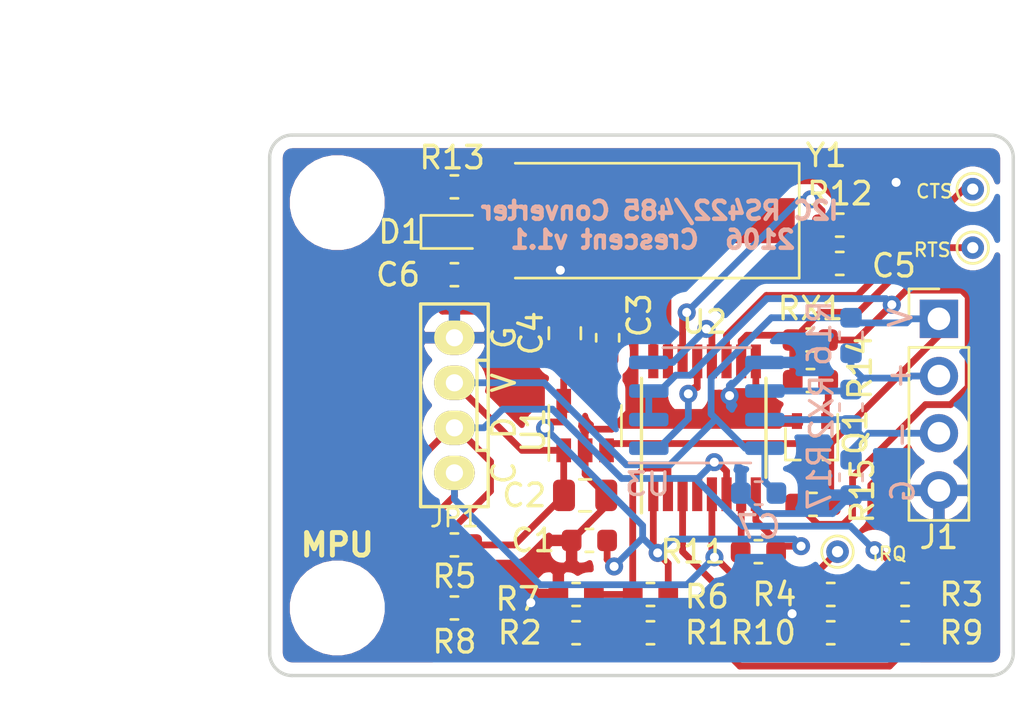
<source format=kicad_pcb>
(kicad_pcb (version 20171130) (host pcbnew "(5.1.2)-1")

  (general
    (thickness 1.6)
    (drawings 16)
    (tracks 315)
    (zones 0)
    (modules 39)
    (nets 22)
  )

  (page A4)
  (title_block
    (title "I2C RS422/485 Converter")
    (date 2021-06-27)
    (rev v1.1)
    (company Crescent)
  )

  (layers
    (0 F.Cu signal)
    (31 B.Cu signal)
    (32 B.Adhes user)
    (33 F.Adhes user)
    (34 B.Paste user)
    (35 F.Paste user)
    (36 B.SilkS user)
    (37 F.SilkS user)
    (38 B.Mask user)
    (39 F.Mask user)
    (40 Dwgs.User user)
    (41 Cmts.User user)
    (42 Eco1.User user)
    (43 Eco2.User user)
    (44 Edge.Cuts user)
    (45 Margin user)
    (46 B.CrtYd user)
    (47 F.CrtYd user)
    (48 B.Fab user hide)
    (49 F.Fab user hide)
  )

  (setup
    (last_trace_width 0.3)
    (trace_clearance 0.26)
    (zone_clearance 0.508)
    (zone_45_only no)
    (trace_min 0.2)
    (via_size 0.8)
    (via_drill 0.4)
    (via_min_size 0.8)
    (via_min_drill 0.3)
    (uvia_size 0.3)
    (uvia_drill 0.1)
    (uvias_allowed no)
    (uvia_min_size 0.2)
    (uvia_min_drill 0.1)
    (edge_width 0.15)
    (segment_width 0.2)
    (pcb_text_width 0.3)
    (pcb_text_size 1.5 1.5)
    (mod_edge_width 0.15)
    (mod_text_size 1 1)
    (mod_text_width 0.15)
    (pad_size 1.524 1.524)
    (pad_drill 0.762)
    (pad_to_mask_clearance 0.2)
    (aux_axis_origin 0 0)
    (visible_elements 7FFFFF7F)
    (pcbplotparams
      (layerselection 0x010fc_ffffffff)
      (usegerberextensions true)
      (usegerberattributes false)
      (usegerberadvancedattributes false)
      (creategerberjobfile false)
      (excludeedgelayer true)
      (linewidth 0.050000)
      (plotframeref false)
      (viasonmask false)
      (mode 1)
      (useauxorigin false)
      (hpglpennumber 1)
      (hpglpenspeed 20)
      (hpglpendiameter 15.000000)
      (psnegative false)
      (psa4output false)
      (plotreference true)
      (plotvalue true)
      (plotinvisibletext false)
      (padsonsilk false)
      (subtractmaskfromsilk true)
      (outputformat 1)
      (mirror false)
      (drillshape 0)
      (scaleselection 1)
      (outputdirectory "GERBER/"))
  )

  (net 0 "")
  (net 1 /3.3V)
  (net 2 GND)
  (net 3 /5V)
  (net 4 "Net-(C3-Pad1)")
  (net 5 /XTAL1)
  (net 6 /XTAL2)
  (net 7 "Net-(D1-Pad1)")
  (net 8 /SCL)
  (net 9 /SDA)
  (net 10 /RX)
  (net 11 /TX)
  (net 12 /A0)
  (net 13 /A1)
  (net 14 /IRQ)
  (net 15 /RST)
  (net 16 "Net-(U2-Pad11)")
  (net 17 "Net-(J1-Pad2)")
  (net 18 "Net-(J1-Pad3)")
  (net 19 "Net-(Q1-Pad1)")
  (net 20 "Net-(Q1-Pad3)")
  (net 21 /RTS)

  (net_class Default "これは標準のネット クラスです。"
    (clearance 0.26)
    (trace_width 0.3)
    (via_dia 0.8)
    (via_drill 0.4)
    (uvia_dia 0.3)
    (uvia_drill 0.1)
    (add_net /3.3V)
    (add_net /5V)
    (add_net /A0)
    (add_net /A1)
    (add_net /IRQ)
    (add_net /RST)
    (add_net /RTS)
    (add_net /RX)
    (add_net /SCL)
    (add_net /SDA)
    (add_net /TX)
    (add_net /XTAL1)
    (add_net /XTAL2)
    (add_net GND)
    (add_net "Net-(C3-Pad1)")
    (add_net "Net-(D1-Pad1)")
    (add_net "Net-(J1-Pad2)")
    (add_net "Net-(J1-Pad3)")
    (add_net "Net-(Q1-Pad1)")
    (add_net "Net-(Q1-Pad3)")
    (add_net "Net-(U2-Pad11)")
  )

  (module MountingHole:MountingHole_3.2mm_M3 locked (layer F.Cu) (tedit 5D6B77BD) (tstamp 5D6C077F)
    (at 180 120)
    (descr "Mounting Hole 3.2mm, no annular, M3")
    (tags "mounting hole 3.2mm no annular m3")
    (attr virtual)
    (fp_text reference REF3 (at -6 0) (layer F.SilkS) hide
      (effects (font (size 1 1) (thickness 0.15)))
    )
    (fp_text value MountingHole_3.2mm_M3 (at 0 4.2) (layer F.Fab)
      (effects (font (size 1 1) (thickness 0.15)))
    )
    (fp_text user %R (at 0.3 0) (layer F.Fab)
      (effects (font (size 1 1) (thickness 0.15)))
    )
    (fp_circle (center 0 0) (end 3.2 0) (layer Cmts.User) (width 0.15))
    (fp_circle (center 0 0) (end 3.45 0) (layer F.CrtYd) (width 0.05))
    (pad 1 np_thru_hole circle (at 0 0) (size 3.2 3.2) (drill 3.2) (layers *.Cu *.Mask))
  )

  (module GroveCon:GROVE (layer F.Cu) (tedit 5D6B7261) (tstamp 5AD52018)
    (at 185.2 114 90)
    (path /5AD4C1DC)
    (fp_text reference JP1 (at -2 0 180) (layer F.SilkS)
      (effects (font (size 0.8 0.8) (thickness 0.12)))
    )
    (fp_text value PINHD-1X4 (at 0.5 -3 90) (layer F.Fab) hide
      (effects (font (size 1 1) (thickness 0.15)))
    )
    (fp_text user C (at 0 2.2 90) (layer F.SilkS)
      (effects (font (size 1 1) (thickness 0.15)))
    )
    (fp_text user D (at 2 2.2 90) (layer F.SilkS)
      (effects (font (size 1 1) (thickness 0.15)))
    )
    (fp_text user V (at 4 2.2 90) (layer F.SilkS)
      (effects (font (size 1 1) (thickness 0.15)))
    )
    (fp_text user G (at 6 2.2 90) (layer F.SilkS)
      (effects (font (size 1 1) (thickness 0.15)))
    )
    (fp_line (start 5 1.5) (end 5 1) (layer F.SilkS) (width 0.15))
    (fp_line (start 5 1) (end 1 1) (layer F.SilkS) (width 0.15))
    (fp_line (start 1 1) (end 1 1.5) (layer F.SilkS) (width 0.15))
    (fp_line (start 3 1.5) (end -1.5 1.5) (layer F.SilkS) (width 0.15))
    (fp_line (start -1.5 1.5) (end -1.5 -1.5) (layer F.SilkS) (width 0.15))
    (fp_line (start -1.5 -1.5) (end 7.5 -1.5) (layer F.SilkS) (width 0.15))
    (fp_line (start 7.5 -1.5) (end 7.5 1.5) (layer F.SilkS) (width 0.15))
    (fp_line (start 7.5 1.5) (end 3 1.5) (layer F.SilkS) (width 0.15))
    (pad 1 thru_hole oval (at 0 0 90) (size 1.524 1.8) (drill 0.762) (layers *.Cu *.Paste *.Mask F.SilkS)
      (net 8 /SCL))
    (pad 2 thru_hole oval (at 2 0 90) (size 1.524 1.8) (drill 0.762) (layers *.Cu *.Paste *.Mask F.SilkS)
      (net 9 /SDA))
    (pad 3 thru_hole oval (at 4 0 90) (size 1.524 1.8) (drill 0.762) (layers *.Cu *.Paste *.Mask F.SilkS)
      (net 3 /5V))
    (pad 4 thru_hole oval (at 6 0 90) (size 1.524 1.8) (drill 0.762) (layers *.Cu *.Paste *.Mask F.SilkS)
      (net 2 GND))
  )

  (module Capacitor_SMD:C_0603_1608Metric (layer F.Cu) (tedit 5D6B7380) (tstamp 5D6AF1DE)
    (at 191.188 117 180)
    (descr "Capacitor SMD 0603 (1608 Metric), square (rectangular) end terminal, IPC_7351 nominal, (Body size source: http://www.tortai-tech.com/upload/download/2011102023233369053.pdf), generated with kicad-footprint-generator")
    (tags capacitor)
    (path /5D6B4567)
    (attr smd)
    (fp_text reference C1 (at 2.5 0 180) (layer F.SilkS)
      (effects (font (size 1 1) (thickness 0.15)))
    )
    (fp_text value 0.1u (at 0 1.43 180) (layer F.Fab)
      (effects (font (size 1 1) (thickness 0.15)))
    )
    (fp_line (start -0.8 0.4) (end -0.8 -0.4) (layer F.Fab) (width 0.1))
    (fp_line (start -0.8 -0.4) (end 0.8 -0.4) (layer F.Fab) (width 0.1))
    (fp_line (start 0.8 -0.4) (end 0.8 0.4) (layer F.Fab) (width 0.1))
    (fp_line (start 0.8 0.4) (end -0.8 0.4) (layer F.Fab) (width 0.1))
    (fp_line (start -0.162779 -0.51) (end 0.162779 -0.51) (layer F.SilkS) (width 0.12))
    (fp_line (start -0.162779 0.51) (end 0.162779 0.51) (layer F.SilkS) (width 0.12))
    (fp_line (start -1.48 0.73) (end -1.48 -0.73) (layer F.CrtYd) (width 0.05))
    (fp_line (start -1.48 -0.73) (end 1.48 -0.73) (layer F.CrtYd) (width 0.05))
    (fp_line (start 1.48 -0.73) (end 1.48 0.73) (layer F.CrtYd) (width 0.05))
    (fp_line (start 1.48 0.73) (end -1.48 0.73) (layer F.CrtYd) (width 0.05))
    (fp_text user %R (at 0 0 180) (layer F.Fab)
      (effects (font (size 0.4 0.4) (thickness 0.06)))
    )
    (pad 1 smd roundrect (at -0.7875 0 180) (size 0.875 0.95) (layers F.Cu F.Paste F.Mask) (roundrect_rratio 0.25)
      (net 1 /3.3V))
    (pad 2 smd roundrect (at 0.7875 0 180) (size 0.875 0.95) (layers F.Cu F.Paste F.Mask) (roundrect_rratio 0.25)
      (net 2 GND))
    (model ${KISYS3DMOD}/Capacitor_SMD.3dshapes/C_0603_1608Metric.wrl
      (at (xyz 0 0 0))
      (scale (xyz 1 1 1))
      (rotate (xyz 0 0 0))
    )
  )

  (module Capacitor_SMD:C_0805_2012Metric (layer F.Cu) (tedit 5D6B75C0) (tstamp 5D6AF1EF)
    (at 191 115)
    (descr "Capacitor SMD 0805 (2012 Metric), square (rectangular) end terminal, IPC_7351 nominal, (Body size source: https://docs.google.com/spreadsheets/d/1BsfQQcO9C6DZCsRaXUlFlo91Tg2WpOkGARC1WS5S8t0/edit?usp=sharing), generated with kicad-footprint-generator")
    (tags capacitor)
    (path /5D6AFDBF)
    (attr smd)
    (fp_text reference C2 (at -2.7 0) (layer F.SilkS)
      (effects (font (size 1 1) (thickness 0.15)))
    )
    (fp_text value 2.2u (at 0 1.65) (layer F.Fab) hide
      (effects (font (size 1 1) (thickness 0.15)))
    )
    (fp_text user %R (at 0 0) (layer F.Fab)
      (effects (font (size 0.5 0.5) (thickness 0.08)))
    )
    (fp_line (start 1.68 0.95) (end -1.68 0.95) (layer F.CrtYd) (width 0.05))
    (fp_line (start 1.68 -0.95) (end 1.68 0.95) (layer F.CrtYd) (width 0.05))
    (fp_line (start -1.68 -0.95) (end 1.68 -0.95) (layer F.CrtYd) (width 0.05))
    (fp_line (start -1.68 0.95) (end -1.68 -0.95) (layer F.CrtYd) (width 0.05))
    (fp_line (start -0.258578 0.71) (end 0.258578 0.71) (layer F.SilkS) (width 0.12))
    (fp_line (start -0.258578 -0.71) (end 0.258578 -0.71) (layer F.SilkS) (width 0.12))
    (fp_line (start 1 0.6) (end -1 0.6) (layer F.Fab) (width 0.1))
    (fp_line (start 1 -0.6) (end 1 0.6) (layer F.Fab) (width 0.1))
    (fp_line (start -1 -0.6) (end 1 -0.6) (layer F.Fab) (width 0.1))
    (fp_line (start -1 0.6) (end -1 -0.6) (layer F.Fab) (width 0.1))
    (pad 2 smd roundrect (at 0.9375 0) (size 0.975 1.4) (layers F.Cu F.Paste F.Mask) (roundrect_rratio 0.25)
      (net 2 GND))
    (pad 1 smd roundrect (at -0.9375 0) (size 0.975 1.4) (layers F.Cu F.Paste F.Mask) (roundrect_rratio 0.25)
      (net 3 /5V))
    (model ${KISYS3DMOD}/Capacitor_SMD.3dshapes/C_0805_2012Metric.wrl
      (at (xyz 0 0 0))
      (scale (xyz 1 1 1))
      (rotate (xyz 0 0 0))
    )
  )

  (module Capacitor_SMD:C_0603_1608Metric (layer F.Cu) (tedit 5D6B72FE) (tstamp 5D6AF200)
    (at 192 108 90)
    (descr "Capacitor SMD 0603 (1608 Metric), square (rectangular) end terminal, IPC_7351 nominal, (Body size source: http://www.tortai-tech.com/upload/download/2011102023233369053.pdf), generated with kicad-footprint-generator")
    (tags capacitor)
    (path /5D6B0711)
    (attr smd)
    (fp_text reference C3 (at 1 1.4 90) (layer F.SilkS)
      (effects (font (size 1 1) (thickness 0.15)))
    )
    (fp_text value 0.01u (at 0 1.43 90) (layer F.Fab)
      (effects (font (size 1 1) (thickness 0.15)))
    )
    (fp_text user %R (at 0 0 90) (layer F.Fab)
      (effects (font (size 0.4 0.4) (thickness 0.06)))
    )
    (fp_line (start 1.48 0.73) (end -1.48 0.73) (layer F.CrtYd) (width 0.05))
    (fp_line (start 1.48 -0.73) (end 1.48 0.73) (layer F.CrtYd) (width 0.05))
    (fp_line (start -1.48 -0.73) (end 1.48 -0.73) (layer F.CrtYd) (width 0.05))
    (fp_line (start -1.48 0.73) (end -1.48 -0.73) (layer F.CrtYd) (width 0.05))
    (fp_line (start -0.162779 0.51) (end 0.162779 0.51) (layer F.SilkS) (width 0.12))
    (fp_line (start -0.162779 -0.51) (end 0.162779 -0.51) (layer F.SilkS) (width 0.12))
    (fp_line (start 0.8 0.4) (end -0.8 0.4) (layer F.Fab) (width 0.1))
    (fp_line (start 0.8 -0.4) (end 0.8 0.4) (layer F.Fab) (width 0.1))
    (fp_line (start -0.8 -0.4) (end 0.8 -0.4) (layer F.Fab) (width 0.1))
    (fp_line (start -0.8 0.4) (end -0.8 -0.4) (layer F.Fab) (width 0.1))
    (pad 2 smd roundrect (at 0.7875 0 90) (size 0.875 0.95) (layers F.Cu F.Paste F.Mask) (roundrect_rratio 0.25)
      (net 2 GND))
    (pad 1 smd roundrect (at -0.7875 0 90) (size 0.875 0.95) (layers F.Cu F.Paste F.Mask) (roundrect_rratio 0.25)
      (net 4 "Net-(C3-Pad1)"))
    (model ${KISYS3DMOD}/Capacitor_SMD.3dshapes/C_0603_1608Metric.wrl
      (at (xyz 0 0 0))
      (scale (xyz 1 1 1))
      (rotate (xyz 0 0 0))
    )
  )

  (module Capacitor_SMD:C_0805_2012Metric (layer F.Cu) (tedit 5D6B72EF) (tstamp 5D6AF211)
    (at 190.1 107.8 90)
    (descr "Capacitor SMD 0805 (2012 Metric), square (rectangular) end terminal, IPC_7351 nominal, (Body size source: https://docs.google.com/spreadsheets/d/1BsfQQcO9C6DZCsRaXUlFlo91Tg2WpOkGARC1WS5S8t0/edit?usp=sharing), generated with kicad-footprint-generator")
    (tags capacitor)
    (path /5D6B02A5)
    (attr smd)
    (fp_text reference C4 (at 0 -1.5 90) (layer F.SilkS)
      (effects (font (size 1 1) (thickness 0.15)))
    )
    (fp_text value 2.2u (at 0 1.65 90) (layer F.Fab)
      (effects (font (size 1 1) (thickness 0.15)))
    )
    (fp_line (start -1 0.6) (end -1 -0.6) (layer F.Fab) (width 0.1))
    (fp_line (start -1 -0.6) (end 1 -0.6) (layer F.Fab) (width 0.1))
    (fp_line (start 1 -0.6) (end 1 0.6) (layer F.Fab) (width 0.1))
    (fp_line (start 1 0.6) (end -1 0.6) (layer F.Fab) (width 0.1))
    (fp_line (start -0.258578 -0.71) (end 0.258578 -0.71) (layer F.SilkS) (width 0.12))
    (fp_line (start -0.258578 0.71) (end 0.258578 0.71) (layer F.SilkS) (width 0.12))
    (fp_line (start -1.68 0.95) (end -1.68 -0.95) (layer F.CrtYd) (width 0.05))
    (fp_line (start -1.68 -0.95) (end 1.68 -0.95) (layer F.CrtYd) (width 0.05))
    (fp_line (start 1.68 -0.95) (end 1.68 0.95) (layer F.CrtYd) (width 0.05))
    (fp_line (start 1.68 0.95) (end -1.68 0.95) (layer F.CrtYd) (width 0.05))
    (fp_text user %R (at 0 0 90) (layer F.Fab)
      (effects (font (size 0.5 0.5) (thickness 0.08)))
    )
    (pad 1 smd roundrect (at -0.9375 0 90) (size 0.975 1.4) (layers F.Cu F.Paste F.Mask) (roundrect_rratio 0.25)
      (net 1 /3.3V))
    (pad 2 smd roundrect (at 0.9375 0 90) (size 0.975 1.4) (layers F.Cu F.Paste F.Mask) (roundrect_rratio 0.25)
      (net 2 GND))
    (model ${KISYS3DMOD}/Capacitor_SMD.3dshapes/C_0805_2012Metric.wrl
      (at (xyz 0 0 0))
      (scale (xyz 1 1 1))
      (rotate (xyz 0 0 0))
    )
  )

  (module Capacitor_SMD:C_0603_1608Metric (layer F.Cu) (tedit 5D6B7438) (tstamp 5D6AF222)
    (at 202.3 104.7)
    (descr "Capacitor SMD 0603 (1608 Metric), square (rectangular) end terminal, IPC_7351 nominal, (Body size source: http://www.tortai-tech.com/upload/download/2011102023233369053.pdf), generated with kicad-footprint-generator")
    (tags capacitor)
    (path /5D6BDCCE)
    (attr smd)
    (fp_text reference C5 (at 2.4 0.1) (layer F.SilkS)
      (effects (font (size 1 1) (thickness 0.15)))
    )
    (fp_text value 10p (at 0 1.43) (layer F.Fab)
      (effects (font (size 1 1) (thickness 0.15)))
    )
    (fp_text user %R (at 0 0) (layer F.Fab)
      (effects (font (size 0.4 0.4) (thickness 0.06)))
    )
    (fp_line (start 1.48 0.73) (end -1.48 0.73) (layer F.CrtYd) (width 0.05))
    (fp_line (start 1.48 -0.73) (end 1.48 0.73) (layer F.CrtYd) (width 0.05))
    (fp_line (start -1.48 -0.73) (end 1.48 -0.73) (layer F.CrtYd) (width 0.05))
    (fp_line (start -1.48 0.73) (end -1.48 -0.73) (layer F.CrtYd) (width 0.05))
    (fp_line (start -0.162779 0.51) (end 0.162779 0.51) (layer F.SilkS) (width 0.12))
    (fp_line (start -0.162779 -0.51) (end 0.162779 -0.51) (layer F.SilkS) (width 0.12))
    (fp_line (start 0.8 0.4) (end -0.8 0.4) (layer F.Fab) (width 0.1))
    (fp_line (start 0.8 -0.4) (end 0.8 0.4) (layer F.Fab) (width 0.1))
    (fp_line (start -0.8 -0.4) (end 0.8 -0.4) (layer F.Fab) (width 0.1))
    (fp_line (start -0.8 0.4) (end -0.8 -0.4) (layer F.Fab) (width 0.1))
    (pad 2 smd roundrect (at 0.7875 0) (size 0.875 0.95) (layers F.Cu F.Paste F.Mask) (roundrect_rratio 0.25)
      (net 2 GND))
    (pad 1 smd roundrect (at -0.7875 0) (size 0.875 0.95) (layers F.Cu F.Paste F.Mask) (roundrect_rratio 0.25)
      (net 5 /XTAL1))
    (model ${KISYS3DMOD}/Capacitor_SMD.3dshapes/C_0603_1608Metric.wrl
      (at (xyz 0 0 0))
      (scale (xyz 1 1 1))
      (rotate (xyz 0 0 0))
    )
  )

  (module Capacitor_SMD:C_0603_1608Metric (layer F.Cu) (tedit 5D6B7418) (tstamp 5D6AF233)
    (at 185.2 105.2 180)
    (descr "Capacitor SMD 0603 (1608 Metric), square (rectangular) end terminal, IPC_7351 nominal, (Body size source: http://www.tortai-tech.com/upload/download/2011102023233369053.pdf), generated with kicad-footprint-generator")
    (tags capacitor)
    (path /5D6BE5F4)
    (attr smd)
    (fp_text reference C6 (at 2.5 0 180) (layer F.SilkS)
      (effects (font (size 1 1) (thickness 0.15)))
    )
    (fp_text value 10p (at 0 1.43 180) (layer F.Fab)
      (effects (font (size 1 1) (thickness 0.15)))
    )
    (fp_line (start -0.8 0.4) (end -0.8 -0.4) (layer F.Fab) (width 0.1))
    (fp_line (start -0.8 -0.4) (end 0.8 -0.4) (layer F.Fab) (width 0.1))
    (fp_line (start 0.8 -0.4) (end 0.8 0.4) (layer F.Fab) (width 0.1))
    (fp_line (start 0.8 0.4) (end -0.8 0.4) (layer F.Fab) (width 0.1))
    (fp_line (start -0.162779 -0.51) (end 0.162779 -0.51) (layer F.SilkS) (width 0.12))
    (fp_line (start -0.162779 0.51) (end 0.162779 0.51) (layer F.SilkS) (width 0.12))
    (fp_line (start -1.48 0.73) (end -1.48 -0.73) (layer F.CrtYd) (width 0.05))
    (fp_line (start -1.48 -0.73) (end 1.48 -0.73) (layer F.CrtYd) (width 0.05))
    (fp_line (start 1.48 -0.73) (end 1.48 0.73) (layer F.CrtYd) (width 0.05))
    (fp_line (start 1.48 0.73) (end -1.48 0.73) (layer F.CrtYd) (width 0.05))
    (fp_text user %R (at 0 0 180) (layer F.Fab)
      (effects (font (size 0.4 0.4) (thickness 0.06)))
    )
    (pad 1 smd roundrect (at -0.7875 0 180) (size 0.875 0.95) (layers F.Cu F.Paste F.Mask) (roundrect_rratio 0.25)
      (net 6 /XTAL2))
    (pad 2 smd roundrect (at 0.7875 0 180) (size 0.875 0.95) (layers F.Cu F.Paste F.Mask) (roundrect_rratio 0.25)
      (net 2 GND))
    (model ${KISYS3DMOD}/Capacitor_SMD.3dshapes/C_0603_1608Metric.wrl
      (at (xyz 0 0 0))
      (scale (xyz 1 1 1))
      (rotate (xyz 0 0 0))
    )
  )

  (module Diode_SMD:D_0603_1608Metric (layer F.Cu) (tedit 5D6B740E) (tstamp 5D6AF246)
    (at 185.2 103.3)
    (descr "Diode SMD 0603 (1608 Metric), square (rectangular) end terminal, IPC_7351 nominal, (Body size source: http://www.tortai-tech.com/upload/download/2011102023233369053.pdf), generated with kicad-footprint-generator")
    (tags diode)
    (path /5D6F47B5)
    (attr smd)
    (fp_text reference D1 (at -2.4 0) (layer F.SilkS)
      (effects (font (size 1 1) (thickness 0.15)))
    )
    (fp_text value LED (at 0 1.43) (layer F.Fab)
      (effects (font (size 1 1) (thickness 0.15)))
    )
    (fp_line (start 0.8 -0.4) (end -0.5 -0.4) (layer F.Fab) (width 0.1))
    (fp_line (start -0.5 -0.4) (end -0.8 -0.1) (layer F.Fab) (width 0.1))
    (fp_line (start -0.8 -0.1) (end -0.8 0.4) (layer F.Fab) (width 0.1))
    (fp_line (start -0.8 0.4) (end 0.8 0.4) (layer F.Fab) (width 0.1))
    (fp_line (start 0.8 0.4) (end 0.8 -0.4) (layer F.Fab) (width 0.1))
    (fp_line (start 0.8 -0.735) (end -1.485 -0.735) (layer F.SilkS) (width 0.12))
    (fp_line (start -1.485 -0.735) (end -1.485 0.735) (layer F.SilkS) (width 0.12))
    (fp_line (start -1.485 0.735) (end 0.8 0.735) (layer F.SilkS) (width 0.12))
    (fp_line (start -1.48 0.73) (end -1.48 -0.73) (layer F.CrtYd) (width 0.05))
    (fp_line (start -1.48 -0.73) (end 1.48 -0.73) (layer F.CrtYd) (width 0.05))
    (fp_line (start 1.48 -0.73) (end 1.48 0.73) (layer F.CrtYd) (width 0.05))
    (fp_line (start 1.48 0.73) (end -1.48 0.73) (layer F.CrtYd) (width 0.05))
    (fp_text user %R (at 0 0) (layer F.Fab)
      (effects (font (size 0.4 0.4) (thickness 0.06)))
    )
    (pad 1 smd roundrect (at -0.7875 0) (size 0.875 0.95) (layers F.Cu F.Paste F.Mask) (roundrect_rratio 0.25)
      (net 7 "Net-(D1-Pad1)"))
    (pad 2 smd roundrect (at 0.7875 0) (size 0.875 0.95) (layers F.Cu F.Paste F.Mask) (roundrect_rratio 0.25)
      (net 1 /3.3V))
    (model ${KISYS3DMOD}/Diode_SMD.3dshapes/D_0603_1608Metric.wrl
      (at (xyz 0 0 0))
      (scale (xyz 1 1 1))
      (rotate (xyz 0 0 0))
    )
  )

  (module Resistor_SMD:R_0603_1608Metric (layer F.Cu) (tedit 5D6B749A) (tstamp 5D6AF257)
    (at 193.9 121.1 180)
    (descr "Resistor SMD 0603 (1608 Metric), square (rectangular) end terminal, IPC_7351 nominal, (Body size source: http://www.tortai-tech.com/upload/download/2011102023233369053.pdf), generated with kicad-footprint-generator")
    (tags resistor)
    (path /5D6EAE2E)
    (attr smd)
    (fp_text reference R1 (at -2.5 0 180) (layer F.SilkS)
      (effects (font (size 1 1) (thickness 0.15)))
    )
    (fp_text value 0 (at 0 1.43 180) (layer F.Fab)
      (effects (font (size 1 1) (thickness 0.15)))
    )
    (fp_text user %R (at 0 0 180) (layer F.Fab)
      (effects (font (size 0.4 0.4) (thickness 0.06)))
    )
    (fp_line (start 1.48 0.73) (end -1.48 0.73) (layer F.CrtYd) (width 0.05))
    (fp_line (start 1.48 -0.73) (end 1.48 0.73) (layer F.CrtYd) (width 0.05))
    (fp_line (start -1.48 -0.73) (end 1.48 -0.73) (layer F.CrtYd) (width 0.05))
    (fp_line (start -1.48 0.73) (end -1.48 -0.73) (layer F.CrtYd) (width 0.05))
    (fp_line (start -0.162779 0.51) (end 0.162779 0.51) (layer F.SilkS) (width 0.12))
    (fp_line (start -0.162779 -0.51) (end 0.162779 -0.51) (layer F.SilkS) (width 0.12))
    (fp_line (start 0.8 0.4) (end -0.8 0.4) (layer F.Fab) (width 0.1))
    (fp_line (start 0.8 -0.4) (end 0.8 0.4) (layer F.Fab) (width 0.1))
    (fp_line (start -0.8 -0.4) (end 0.8 -0.4) (layer F.Fab) (width 0.1))
    (fp_line (start -0.8 0.4) (end -0.8 -0.4) (layer F.Fab) (width 0.1))
    (pad 2 smd roundrect (at 0.7875 0 180) (size 0.875 0.95) (layers F.Cu F.Paste F.Mask) (roundrect_rratio 0.25)
      (net 12 /A0))
    (pad 1 smd roundrect (at -0.7875 0 180) (size 0.875 0.95) (layers F.Cu F.Paste F.Mask) (roundrect_rratio 0.25)
      (net 9 /SDA))
    (model ${KISYS3DMOD}/Resistor_SMD.3dshapes/R_0603_1608Metric.wrl
      (at (xyz 0 0 0))
      (scale (xyz 1 1 1))
      (rotate (xyz 0 0 0))
    )
  )

  (module Resistor_SMD:R_0603_1608Metric (layer F.Cu) (tedit 5D6B7492) (tstamp 5D6AF268)
    (at 190.6 121.1)
    (descr "Resistor SMD 0603 (1608 Metric), square (rectangular) end terminal, IPC_7351 nominal, (Body size source: http://www.tortai-tech.com/upload/download/2011102023233369053.pdf), generated with kicad-footprint-generator")
    (tags resistor)
    (path /5D6EAE47)
    (attr smd)
    (fp_text reference R2 (at -2.5 0) (layer F.SilkS)
      (effects (font (size 1 1) (thickness 0.15)))
    )
    (fp_text value 0 (at 0 1.43) (layer F.Fab)
      (effects (font (size 1 1) (thickness 0.15)))
    )
    (fp_text user %R (at 0 0) (layer F.Fab)
      (effects (font (size 0.4 0.4) (thickness 0.06)))
    )
    (fp_line (start 1.48 0.73) (end -1.48 0.73) (layer F.CrtYd) (width 0.05))
    (fp_line (start 1.48 -0.73) (end 1.48 0.73) (layer F.CrtYd) (width 0.05))
    (fp_line (start -1.48 -0.73) (end 1.48 -0.73) (layer F.CrtYd) (width 0.05))
    (fp_line (start -1.48 0.73) (end -1.48 -0.73) (layer F.CrtYd) (width 0.05))
    (fp_line (start -0.162779 0.51) (end 0.162779 0.51) (layer F.SilkS) (width 0.12))
    (fp_line (start -0.162779 -0.51) (end 0.162779 -0.51) (layer F.SilkS) (width 0.12))
    (fp_line (start 0.8 0.4) (end -0.8 0.4) (layer F.Fab) (width 0.1))
    (fp_line (start 0.8 -0.4) (end 0.8 0.4) (layer F.Fab) (width 0.1))
    (fp_line (start -0.8 -0.4) (end 0.8 -0.4) (layer F.Fab) (width 0.1))
    (fp_line (start -0.8 0.4) (end -0.8 -0.4) (layer F.Fab) (width 0.1))
    (pad 2 smd roundrect (at 0.7875 0) (size 0.875 0.95) (layers F.Cu F.Paste F.Mask) (roundrect_rratio 0.25)
      (net 12 /A0))
    (pad 1 smd roundrect (at -0.7875 0) (size 0.875 0.95) (layers F.Cu F.Paste F.Mask) (roundrect_rratio 0.25)
      (net 8 /SCL))
    (model ${KISYS3DMOD}/Resistor_SMD.3dshapes/R_0603_1608Metric.wrl
      (at (xyz 0 0 0))
      (scale (xyz 1 1 1))
      (rotate (xyz 0 0 0))
    )
  )

  (module Resistor_SMD:R_0603_1608Metric (layer F.Cu) (tedit 5D6B74AA) (tstamp 5D6AF279)
    (at 205.2 119.4 180)
    (descr "Resistor SMD 0603 (1608 Metric), square (rectangular) end terminal, IPC_7351 nominal, (Body size source: http://www.tortai-tech.com/upload/download/2011102023233369053.pdf), generated with kicad-footprint-generator")
    (tags resistor)
    (path /5D6EAE38)
    (attr smd)
    (fp_text reference R3 (at -2.5 0 180) (layer F.SilkS)
      (effects (font (size 1 1) (thickness 0.15)))
    )
    (fp_text value 0 (at 0 1.43 180) (layer F.Fab)
      (effects (font (size 1 1) (thickness 0.15)))
    )
    (fp_line (start -0.8 0.4) (end -0.8 -0.4) (layer F.Fab) (width 0.1))
    (fp_line (start -0.8 -0.4) (end 0.8 -0.4) (layer F.Fab) (width 0.1))
    (fp_line (start 0.8 -0.4) (end 0.8 0.4) (layer F.Fab) (width 0.1))
    (fp_line (start 0.8 0.4) (end -0.8 0.4) (layer F.Fab) (width 0.1))
    (fp_line (start -0.162779 -0.51) (end 0.162779 -0.51) (layer F.SilkS) (width 0.12))
    (fp_line (start -0.162779 0.51) (end 0.162779 0.51) (layer F.SilkS) (width 0.12))
    (fp_line (start -1.48 0.73) (end -1.48 -0.73) (layer F.CrtYd) (width 0.05))
    (fp_line (start -1.48 -0.73) (end 1.48 -0.73) (layer F.CrtYd) (width 0.05))
    (fp_line (start 1.48 -0.73) (end 1.48 0.73) (layer F.CrtYd) (width 0.05))
    (fp_line (start 1.48 0.73) (end -1.48 0.73) (layer F.CrtYd) (width 0.05))
    (fp_text user %R (at 0 0 180) (layer F.Fab)
      (effects (font (size 0.4 0.4) (thickness 0.06)))
    )
    (pad 1 smd roundrect (at -0.7875 0 180) (size 0.875 0.95) (layers F.Cu F.Paste F.Mask) (roundrect_rratio 0.25)
      (net 9 /SDA))
    (pad 2 smd roundrect (at 0.7875 0 180) (size 0.875 0.95) (layers F.Cu F.Paste F.Mask) (roundrect_rratio 0.25)
      (net 13 /A1))
    (model ${KISYS3DMOD}/Resistor_SMD.3dshapes/R_0603_1608Metric.wrl
      (at (xyz 0 0 0))
      (scale (xyz 1 1 1))
      (rotate (xyz 0 0 0))
    )
  )

  (module Resistor_SMD:R_0603_1608Metric (layer F.Cu) (tedit 5D6B7490) (tstamp 5D6AF28A)
    (at 201.9 119.4)
    (descr "Resistor SMD 0603 (1608 Metric), square (rectangular) end terminal, IPC_7351 nominal, (Body size source: http://www.tortai-tech.com/upload/download/2011102023233369053.pdf), generated with kicad-footprint-generator")
    (tags resistor)
    (path /5D6EAE63)
    (attr smd)
    (fp_text reference R4 (at -2.5 0) (layer F.SilkS)
      (effects (font (size 1 1) (thickness 0.15)))
    )
    (fp_text value 0 (at 0 1.43) (layer F.Fab)
      (effects (font (size 1 1) (thickness 0.15)))
    )
    (fp_line (start -0.8 0.4) (end -0.8 -0.4) (layer F.Fab) (width 0.1))
    (fp_line (start -0.8 -0.4) (end 0.8 -0.4) (layer F.Fab) (width 0.1))
    (fp_line (start 0.8 -0.4) (end 0.8 0.4) (layer F.Fab) (width 0.1))
    (fp_line (start 0.8 0.4) (end -0.8 0.4) (layer F.Fab) (width 0.1))
    (fp_line (start -0.162779 -0.51) (end 0.162779 -0.51) (layer F.SilkS) (width 0.12))
    (fp_line (start -0.162779 0.51) (end 0.162779 0.51) (layer F.SilkS) (width 0.12))
    (fp_line (start -1.48 0.73) (end -1.48 -0.73) (layer F.CrtYd) (width 0.05))
    (fp_line (start -1.48 -0.73) (end 1.48 -0.73) (layer F.CrtYd) (width 0.05))
    (fp_line (start 1.48 -0.73) (end 1.48 0.73) (layer F.CrtYd) (width 0.05))
    (fp_line (start 1.48 0.73) (end -1.48 0.73) (layer F.CrtYd) (width 0.05))
    (fp_text user %R (at 0 0) (layer F.Fab)
      (effects (font (size 0.4 0.4) (thickness 0.06)))
    )
    (pad 1 smd roundrect (at -0.7875 0) (size 0.875 0.95) (layers F.Cu F.Paste F.Mask) (roundrect_rratio 0.25)
      (net 8 /SCL))
    (pad 2 smd roundrect (at 0.7875 0) (size 0.875 0.95) (layers F.Cu F.Paste F.Mask) (roundrect_rratio 0.25)
      (net 13 /A1))
    (model ${KISYS3DMOD}/Resistor_SMD.3dshapes/R_0603_1608Metric.wrl
      (at (xyz 0 0 0))
      (scale (xyz 1 1 1))
      (rotate (xyz 0 0 0))
    )
  )

  (module Resistor_SMD:R_0603_1608Metric (layer F.Cu) (tedit 5D6B75F1) (tstamp 5D6AF29B)
    (at 185.2 117.2 180)
    (descr "Resistor SMD 0603 (1608 Metric), square (rectangular) end terminal, IPC_7351 nominal, (Body size source: http://www.tortai-tech.com/upload/download/2011102023233369053.pdf), generated with kicad-footprint-generator")
    (tags resistor)
    (path /5D6B77F9)
    (attr smd)
    (fp_text reference R5 (at 0 -1.4 180) (layer F.SilkS)
      (effects (font (size 1 1) (thickness 0.15)))
    )
    (fp_text value 4.7k (at 0 1.43 180) (layer F.Fab)
      (effects (font (size 1 1) (thickness 0.15)))
    )
    (fp_line (start -0.8 0.4) (end -0.8 -0.4) (layer F.Fab) (width 0.1))
    (fp_line (start -0.8 -0.4) (end 0.8 -0.4) (layer F.Fab) (width 0.1))
    (fp_line (start 0.8 -0.4) (end 0.8 0.4) (layer F.Fab) (width 0.1))
    (fp_line (start 0.8 0.4) (end -0.8 0.4) (layer F.Fab) (width 0.1))
    (fp_line (start -0.162779 -0.51) (end 0.162779 -0.51) (layer F.SilkS) (width 0.12))
    (fp_line (start -0.162779 0.51) (end 0.162779 0.51) (layer F.SilkS) (width 0.12))
    (fp_line (start -1.48 0.73) (end -1.48 -0.73) (layer F.CrtYd) (width 0.05))
    (fp_line (start -1.48 -0.73) (end 1.48 -0.73) (layer F.CrtYd) (width 0.05))
    (fp_line (start 1.48 -0.73) (end 1.48 0.73) (layer F.CrtYd) (width 0.05))
    (fp_line (start 1.48 0.73) (end -1.48 0.73) (layer F.CrtYd) (width 0.05))
    (fp_text user %R (at 0 0 180) (layer F.Fab)
      (effects (font (size 0.4 0.4) (thickness 0.06)))
    )
    (pad 1 smd roundrect (at -0.7875 0 180) (size 0.875 0.95) (layers F.Cu F.Paste F.Mask) (roundrect_rratio 0.25)
      (net 3 /5V))
    (pad 2 smd roundrect (at 0.7875 0 180) (size 0.875 0.95) (layers F.Cu F.Paste F.Mask) (roundrect_rratio 0.25)
      (net 9 /SDA))
    (model ${KISYS3DMOD}/Resistor_SMD.3dshapes/R_0603_1608Metric.wrl
      (at (xyz 0 0 0))
      (scale (xyz 1 1 1))
      (rotate (xyz 0 0 0))
    )
  )

  (module Resistor_SMD:R_0603_1608Metric (layer F.Cu) (tedit 5D6B74C0) (tstamp 5D6AF2AC)
    (at 193.9 119.4 180)
    (descr "Resistor SMD 0603 (1608 Metric), square (rectangular) end terminal, IPC_7351 nominal, (Body size source: http://www.tortai-tech.com/upload/download/2011102023233369053.pdf), generated with kicad-footprint-generator")
    (tags resistor)
    (path /5D6D455E)
    (attr smd)
    (fp_text reference R6 (at -2.5 -0.1 180) (layer F.SilkS)
      (effects (font (size 1 1) (thickness 0.15)))
    )
    (fp_text value 0 (at 0 1.43 180) (layer F.Fab)
      (effects (font (size 1 1) (thickness 0.15)))
    )
    (fp_text user %R (at 0 0 180) (layer F.Fab)
      (effects (font (size 0.4 0.4) (thickness 0.06)))
    )
    (fp_line (start 1.48 0.73) (end -1.48 0.73) (layer F.CrtYd) (width 0.05))
    (fp_line (start 1.48 -0.73) (end 1.48 0.73) (layer F.CrtYd) (width 0.05))
    (fp_line (start -1.48 -0.73) (end 1.48 -0.73) (layer F.CrtYd) (width 0.05))
    (fp_line (start -1.48 0.73) (end -1.48 -0.73) (layer F.CrtYd) (width 0.05))
    (fp_line (start -0.162779 0.51) (end 0.162779 0.51) (layer F.SilkS) (width 0.12))
    (fp_line (start -0.162779 -0.51) (end 0.162779 -0.51) (layer F.SilkS) (width 0.12))
    (fp_line (start 0.8 0.4) (end -0.8 0.4) (layer F.Fab) (width 0.1))
    (fp_line (start 0.8 -0.4) (end 0.8 0.4) (layer F.Fab) (width 0.1))
    (fp_line (start -0.8 -0.4) (end 0.8 -0.4) (layer F.Fab) (width 0.1))
    (fp_line (start -0.8 0.4) (end -0.8 -0.4) (layer F.Fab) (width 0.1))
    (pad 2 smd roundrect (at 0.7875 0 180) (size 0.875 0.95) (layers F.Cu F.Paste F.Mask) (roundrect_rratio 0.25)
      (net 12 /A0))
    (pad 1 smd roundrect (at -0.7875 0 180) (size 0.875 0.95) (layers F.Cu F.Paste F.Mask) (roundrect_rratio 0.25)
      (net 1 /3.3V))
    (model ${KISYS3DMOD}/Resistor_SMD.3dshapes/R_0603_1608Metric.wrl
      (at (xyz 0 0 0))
      (scale (xyz 1 1 1))
      (rotate (xyz 0 0 0))
    )
  )

  (module Resistor_SMD:R_0603_1608Metric (layer F.Cu) (tedit 5D6B74CD) (tstamp 5D6AF2BD)
    (at 190.6 119.4)
    (descr "Resistor SMD 0603 (1608 Metric), square (rectangular) end terminal, IPC_7351 nominal, (Body size source: http://www.tortai-tech.com/upload/download/2011102023233369053.pdf), generated with kicad-footprint-generator")
    (tags resistor)
    (path /5D6D6120)
    (attr smd)
    (fp_text reference R7 (at -2.6 0.2) (layer F.SilkS)
      (effects (font (size 1 1) (thickness 0.15)))
    )
    (fp_text value 0 (at 0 1.43) (layer F.Fab)
      (effects (font (size 1 1) (thickness 0.15)))
    )
    (fp_text user %R (at 0 0) (layer F.Fab)
      (effects (font (size 0.4 0.4) (thickness 0.06)))
    )
    (fp_line (start 1.48 0.73) (end -1.48 0.73) (layer F.CrtYd) (width 0.05))
    (fp_line (start 1.48 -0.73) (end 1.48 0.73) (layer F.CrtYd) (width 0.05))
    (fp_line (start -1.48 -0.73) (end 1.48 -0.73) (layer F.CrtYd) (width 0.05))
    (fp_line (start -1.48 0.73) (end -1.48 -0.73) (layer F.CrtYd) (width 0.05))
    (fp_line (start -0.162779 0.51) (end 0.162779 0.51) (layer F.SilkS) (width 0.12))
    (fp_line (start -0.162779 -0.51) (end 0.162779 -0.51) (layer F.SilkS) (width 0.12))
    (fp_line (start 0.8 0.4) (end -0.8 0.4) (layer F.Fab) (width 0.1))
    (fp_line (start 0.8 -0.4) (end 0.8 0.4) (layer F.Fab) (width 0.1))
    (fp_line (start -0.8 -0.4) (end 0.8 -0.4) (layer F.Fab) (width 0.1))
    (fp_line (start -0.8 0.4) (end -0.8 -0.4) (layer F.Fab) (width 0.1))
    (pad 2 smd roundrect (at 0.7875 0) (size 0.875 0.95) (layers F.Cu F.Paste F.Mask) (roundrect_rratio 0.25)
      (net 12 /A0))
    (pad 1 smd roundrect (at -0.7875 0) (size 0.875 0.95) (layers F.Cu F.Paste F.Mask) (roundrect_rratio 0.25)
      (net 2 GND))
    (model ${KISYS3DMOD}/Resistor_SMD.3dshapes/R_0603_1608Metric.wrl
      (at (xyz 0 0 0))
      (scale (xyz 1 1 1))
      (rotate (xyz 0 0 0))
    )
  )

  (module Resistor_SMD:R_0603_1608Metric (layer F.Cu) (tedit 5D6B75F5) (tstamp 5D6AF2CE)
    (at 185.2 120 180)
    (descr "Resistor SMD 0603 (1608 Metric), square (rectangular) end terminal, IPC_7351 nominal, (Body size source: http://www.tortai-tech.com/upload/download/2011102023233369053.pdf), generated with kicad-footprint-generator")
    (tags resistor)
    (path /5D6B81A3)
    (attr smd)
    (fp_text reference R8 (at 0 -1.5 180) (layer F.SilkS)
      (effects (font (size 1 1) (thickness 0.15)))
    )
    (fp_text value 4.7k (at 0 1.43 180) (layer F.Fab)
      (effects (font (size 1 1) (thickness 0.15)))
    )
    (fp_text user %R (at 0 0 180) (layer F.Fab)
      (effects (font (size 0.4 0.4) (thickness 0.06)))
    )
    (fp_line (start 1.48 0.73) (end -1.48 0.73) (layer F.CrtYd) (width 0.05))
    (fp_line (start 1.48 -0.73) (end 1.48 0.73) (layer F.CrtYd) (width 0.05))
    (fp_line (start -1.48 -0.73) (end 1.48 -0.73) (layer F.CrtYd) (width 0.05))
    (fp_line (start -1.48 0.73) (end -1.48 -0.73) (layer F.CrtYd) (width 0.05))
    (fp_line (start -0.162779 0.51) (end 0.162779 0.51) (layer F.SilkS) (width 0.12))
    (fp_line (start -0.162779 -0.51) (end 0.162779 -0.51) (layer F.SilkS) (width 0.12))
    (fp_line (start 0.8 0.4) (end -0.8 0.4) (layer F.Fab) (width 0.1))
    (fp_line (start 0.8 -0.4) (end 0.8 0.4) (layer F.Fab) (width 0.1))
    (fp_line (start -0.8 -0.4) (end 0.8 -0.4) (layer F.Fab) (width 0.1))
    (fp_line (start -0.8 0.4) (end -0.8 -0.4) (layer F.Fab) (width 0.1))
    (pad 2 smd roundrect (at 0.7875 0 180) (size 0.875 0.95) (layers F.Cu F.Paste F.Mask) (roundrect_rratio 0.25)
      (net 8 /SCL))
    (pad 1 smd roundrect (at -0.7875 0 180) (size 0.875 0.95) (layers F.Cu F.Paste F.Mask) (roundrect_rratio 0.25)
      (net 3 /5V))
    (model ${KISYS3DMOD}/Resistor_SMD.3dshapes/R_0603_1608Metric.wrl
      (at (xyz 0 0 0))
      (scale (xyz 1 1 1))
      (rotate (xyz 0 0 0))
    )
  )

  (module Resistor_SMD:R_0603_1608Metric (layer F.Cu) (tedit 5D6B74DA) (tstamp 5D6AF2DF)
    (at 205.2 121.1 180)
    (descr "Resistor SMD 0603 (1608 Metric), square (rectangular) end terminal, IPC_7351 nominal, (Body size source: http://www.tortai-tech.com/upload/download/2011102023233369053.pdf), generated with kicad-footprint-generator")
    (tags resistor)
    (path /5D6D4564)
    (attr smd)
    (fp_text reference R9 (at -2.5 0 180) (layer F.SilkS)
      (effects (font (size 1 1) (thickness 0.15)))
    )
    (fp_text value 0 (at 0 1.43 180) (layer F.Fab)
      (effects (font (size 1 1) (thickness 0.15)))
    )
    (fp_line (start -0.8 0.4) (end -0.8 -0.4) (layer F.Fab) (width 0.1))
    (fp_line (start -0.8 -0.4) (end 0.8 -0.4) (layer F.Fab) (width 0.1))
    (fp_line (start 0.8 -0.4) (end 0.8 0.4) (layer F.Fab) (width 0.1))
    (fp_line (start 0.8 0.4) (end -0.8 0.4) (layer F.Fab) (width 0.1))
    (fp_line (start -0.162779 -0.51) (end 0.162779 -0.51) (layer F.SilkS) (width 0.12))
    (fp_line (start -0.162779 0.51) (end 0.162779 0.51) (layer F.SilkS) (width 0.12))
    (fp_line (start -1.48 0.73) (end -1.48 -0.73) (layer F.CrtYd) (width 0.05))
    (fp_line (start -1.48 -0.73) (end 1.48 -0.73) (layer F.CrtYd) (width 0.05))
    (fp_line (start 1.48 -0.73) (end 1.48 0.73) (layer F.CrtYd) (width 0.05))
    (fp_line (start 1.48 0.73) (end -1.48 0.73) (layer F.CrtYd) (width 0.05))
    (fp_text user %R (at 0 0 180) (layer F.Fab)
      (effects (font (size 0.4 0.4) (thickness 0.06)))
    )
    (pad 1 smd roundrect (at -0.7875 0 180) (size 0.875 0.95) (layers F.Cu F.Paste F.Mask) (roundrect_rratio 0.25)
      (net 1 /3.3V))
    (pad 2 smd roundrect (at 0.7875 0 180) (size 0.875 0.95) (layers F.Cu F.Paste F.Mask) (roundrect_rratio 0.25)
      (net 13 /A1))
    (model ${KISYS3DMOD}/Resistor_SMD.3dshapes/R_0603_1608Metric.wrl
      (at (xyz 0 0 0))
      (scale (xyz 1 1 1))
      (rotate (xyz 0 0 0))
    )
  )

  (module Resistor_SMD:R_0603_1608Metric (layer F.Cu) (tedit 5D6B74E9) (tstamp 5D6AF2F0)
    (at 201.9 121.1)
    (descr "Resistor SMD 0603 (1608 Metric), square (rectangular) end terminal, IPC_7351 nominal, (Body size source: http://www.tortai-tech.com/upload/download/2011102023233369053.pdf), generated with kicad-footprint-generator")
    (tags resistor)
    (path /5D6D612A)
    (attr smd)
    (fp_text reference R10 (at -3 0) (layer F.SilkS)
      (effects (font (size 1 1) (thickness 0.15)))
    )
    (fp_text value 0 (at 0 1.43) (layer F.Fab)
      (effects (font (size 1 1) (thickness 0.15)))
    )
    (fp_line (start -0.8 0.4) (end -0.8 -0.4) (layer F.Fab) (width 0.1))
    (fp_line (start -0.8 -0.4) (end 0.8 -0.4) (layer F.Fab) (width 0.1))
    (fp_line (start 0.8 -0.4) (end 0.8 0.4) (layer F.Fab) (width 0.1))
    (fp_line (start 0.8 0.4) (end -0.8 0.4) (layer F.Fab) (width 0.1))
    (fp_line (start -0.162779 -0.51) (end 0.162779 -0.51) (layer F.SilkS) (width 0.12))
    (fp_line (start -0.162779 0.51) (end 0.162779 0.51) (layer F.SilkS) (width 0.12))
    (fp_line (start -1.48 0.73) (end -1.48 -0.73) (layer F.CrtYd) (width 0.05))
    (fp_line (start -1.48 -0.73) (end 1.48 -0.73) (layer F.CrtYd) (width 0.05))
    (fp_line (start 1.48 -0.73) (end 1.48 0.73) (layer F.CrtYd) (width 0.05))
    (fp_line (start 1.48 0.73) (end -1.48 0.73) (layer F.CrtYd) (width 0.05))
    (fp_text user %R (at 0 0) (layer F.Fab)
      (effects (font (size 0.4 0.4) (thickness 0.06)))
    )
    (pad 1 smd roundrect (at -0.7875 0) (size 0.875 0.95) (layers F.Cu F.Paste F.Mask) (roundrect_rratio 0.25)
      (net 2 GND))
    (pad 2 smd roundrect (at 0.7875 0) (size 0.875 0.95) (layers F.Cu F.Paste F.Mask) (roundrect_rratio 0.25)
      (net 13 /A1))
    (model ${KISYS3DMOD}/Resistor_SMD.3dshapes/R_0603_1608Metric.wrl
      (at (xyz 0 0 0))
      (scale (xyz 1 1 1))
      (rotate (xyz 0 0 0))
    )
  )

  (module Resistor_SMD:R_0603_1608Metric (layer F.Cu) (tedit 5DBF02E3) (tstamp 5D6AF301)
    (at 198.688 117.5 180)
    (descr "Resistor SMD 0603 (1608 Metric), square (rectangular) end terminal, IPC_7351 nominal, (Body size source: http://www.tortai-tech.com/upload/download/2011102023233369053.pdf), generated with kicad-footprint-generator")
    (tags resistor)
    (path /5D6CC09C)
    (attr smd)
    (fp_text reference R11 (at 2.9 0 180) (layer F.SilkS)
      (effects (font (size 1 1) (thickness 0.15)))
    )
    (fp_text value 1k (at 0 1.43 180) (layer F.Fab)
      (effects (font (size 1 1) (thickness 0.15)))
    )
    (fp_line (start -0.8 0.4) (end -0.8 -0.4) (layer F.Fab) (width 0.1))
    (fp_line (start -0.8 -0.4) (end 0.8 -0.4) (layer F.Fab) (width 0.1))
    (fp_line (start 0.8 -0.4) (end 0.8 0.4) (layer F.Fab) (width 0.1))
    (fp_line (start 0.8 0.4) (end -0.8 0.4) (layer F.Fab) (width 0.1))
    (fp_line (start -0.162779 -0.51) (end 0.162779 -0.51) (layer F.SilkS) (width 0.12))
    (fp_line (start -0.162779 0.51) (end 0.162779 0.51) (layer F.SilkS) (width 0.12))
    (fp_line (start -1.48 0.73) (end -1.48 -0.73) (layer F.CrtYd) (width 0.05))
    (fp_line (start -1.48 -0.73) (end 1.48 -0.73) (layer F.CrtYd) (width 0.05))
    (fp_line (start 1.48 -0.73) (end 1.48 0.73) (layer F.CrtYd) (width 0.05))
    (fp_line (start 1.48 0.73) (end -1.48 0.73) (layer F.CrtYd) (width 0.05))
    (fp_text user %R (at 0 0 180) (layer F.Fab)
      (effects (font (size 0.4 0.4) (thickness 0.06)))
    )
    (pad 1 smd roundrect (at -0.7875 0 180) (size 0.875 0.95) (layers F.Cu F.Paste F.Mask) (roundrect_rratio 0.25)
      (net 1 /3.3V))
    (pad 2 smd roundrect (at 0.7875 0 180) (size 0.875 0.95) (layers F.Cu F.Paste F.Mask) (roundrect_rratio 0.25)
      (net 14 /IRQ))
    (model ${KISYS3DMOD}/Resistor_SMD.3dshapes/R_0603_1608Metric.wrl
      (at (xyz 0 0 0))
      (scale (xyz 1 1 1))
      (rotate (xyz 0 0 0))
    )
  )

  (module Resistor_SMD:R_0603_1608Metric (layer F.Cu) (tedit 5D6B743C) (tstamp 5D6AF312)
    (at 202.3 103 180)
    (descr "Resistor SMD 0603 (1608 Metric), square (rectangular) end terminal, IPC_7351 nominal, (Body size source: http://www.tortai-tech.com/upload/download/2011102023233369053.pdf), generated with kicad-footprint-generator")
    (tags resistor)
    (path /5D6F0C8A)
    (attr smd)
    (fp_text reference R12 (at 0 1.4 180) (layer F.SilkS)
      (effects (font (size 1 1) (thickness 0.15)))
    )
    (fp_text value 4.7k (at 0 1.43 180) (layer F.Fab)
      (effects (font (size 1 1) (thickness 0.15)))
    )
    (fp_text user %R (at 0 0 180) (layer F.Fab)
      (effects (font (size 0.4 0.4) (thickness 0.06)))
    )
    (fp_line (start 1.48 0.73) (end -1.48 0.73) (layer F.CrtYd) (width 0.05))
    (fp_line (start 1.48 -0.73) (end 1.48 0.73) (layer F.CrtYd) (width 0.05))
    (fp_line (start -1.48 -0.73) (end 1.48 -0.73) (layer F.CrtYd) (width 0.05))
    (fp_line (start -1.48 0.73) (end -1.48 -0.73) (layer F.CrtYd) (width 0.05))
    (fp_line (start -0.162779 0.51) (end 0.162779 0.51) (layer F.SilkS) (width 0.12))
    (fp_line (start -0.162779 -0.51) (end 0.162779 -0.51) (layer F.SilkS) (width 0.12))
    (fp_line (start 0.8 0.4) (end -0.8 0.4) (layer F.Fab) (width 0.1))
    (fp_line (start 0.8 -0.4) (end 0.8 0.4) (layer F.Fab) (width 0.1))
    (fp_line (start -0.8 -0.4) (end 0.8 -0.4) (layer F.Fab) (width 0.1))
    (fp_line (start -0.8 0.4) (end -0.8 -0.4) (layer F.Fab) (width 0.1))
    (pad 2 smd roundrect (at 0.7875 0 180) (size 0.875 0.95) (layers F.Cu F.Paste F.Mask) (roundrect_rratio 0.25)
      (net 15 /RST))
    (pad 1 smd roundrect (at -0.7875 0 180) (size 0.875 0.95) (layers F.Cu F.Paste F.Mask) (roundrect_rratio 0.25)
      (net 1 /3.3V))
    (model ${KISYS3DMOD}/Resistor_SMD.3dshapes/R_0603_1608Metric.wrl
      (at (xyz 0 0 0))
      (scale (xyz 1 1 1))
      (rotate (xyz 0 0 0))
    )
  )

  (module Resistor_SMD:R_0603_1608Metric (layer F.Cu) (tedit 5D6B780E) (tstamp 5D6AF323)
    (at 185.2 101.3)
    (descr "Resistor SMD 0603 (1608 Metric), square (rectangular) end terminal, IPC_7351 nominal, (Body size source: http://www.tortai-tech.com/upload/download/2011102023233369053.pdf), generated with kicad-footprint-generator")
    (tags resistor)
    (path /5D6F777A)
    (attr smd)
    (fp_text reference R13 (at -0.1 -1.3) (layer F.SilkS)
      (effects (font (size 1 1) (thickness 0.15)))
    )
    (fp_text value 1k (at 0 1.43) (layer F.Fab)
      (effects (font (size 1 1) (thickness 0.15)))
    )
    (fp_line (start -0.8 0.4) (end -0.8 -0.4) (layer F.Fab) (width 0.1))
    (fp_line (start -0.8 -0.4) (end 0.8 -0.4) (layer F.Fab) (width 0.1))
    (fp_line (start 0.8 -0.4) (end 0.8 0.4) (layer F.Fab) (width 0.1))
    (fp_line (start 0.8 0.4) (end -0.8 0.4) (layer F.Fab) (width 0.1))
    (fp_line (start -0.162779 -0.51) (end 0.162779 -0.51) (layer F.SilkS) (width 0.12))
    (fp_line (start -0.162779 0.51) (end 0.162779 0.51) (layer F.SilkS) (width 0.12))
    (fp_line (start -1.48 0.73) (end -1.48 -0.73) (layer F.CrtYd) (width 0.05))
    (fp_line (start -1.48 -0.73) (end 1.48 -0.73) (layer F.CrtYd) (width 0.05))
    (fp_line (start 1.48 -0.73) (end 1.48 0.73) (layer F.CrtYd) (width 0.05))
    (fp_line (start 1.48 0.73) (end -1.48 0.73) (layer F.CrtYd) (width 0.05))
    (fp_text user %R (at 0 0) (layer F.Fab)
      (effects (font (size 0.4 0.4) (thickness 0.06)))
    )
    (pad 1 smd roundrect (at -0.7875 0) (size 0.875 0.95) (layers F.Cu F.Paste F.Mask) (roundrect_rratio 0.25)
      (net 7 "Net-(D1-Pad1)"))
    (pad 2 smd roundrect (at 0.7875 0) (size 0.875 0.95) (layers F.Cu F.Paste F.Mask) (roundrect_rratio 0.25)
      (net 2 GND))
    (model ${KISYS3DMOD}/Resistor_SMD.3dshapes/R_0603_1608Metric.wrl
      (at (xyz 0 0 0))
      (scale (xyz 1 1 1))
      (rotate (xyz 0 0 0))
    )
  )

  (module Package_TO_SOT_SMD:SOT-23-5 (layer F.Cu) (tedit 5D6B72F6) (tstamp 5D6AF338)
    (at 191 111.9 90)
    (descr "5-pin SOT23 package")
    (tags SOT-23-5)
    (path /5D6AC04F)
    (attr smd)
    (fp_text reference U1 (at -0.2 -2.3 270) (layer F.SilkS)
      (effects (font (size 1 1) (thickness 0.15)))
    )
    (fp_text value LD3985M33R_SOT23 (at 0 2.9 90) (layer F.Fab) hide
      (effects (font (size 1 1) (thickness 0.15)))
    )
    (fp_text user %R (at 0 0 180) (layer F.Fab)
      (effects (font (size 0.5 0.5) (thickness 0.075)))
    )
    (fp_line (start -0.9 1.61) (end 0.9 1.61) (layer F.SilkS) (width 0.12))
    (fp_line (start 0.9 -1.61) (end -1.55 -1.61) (layer F.SilkS) (width 0.12))
    (fp_line (start -1.9 -1.8) (end 1.9 -1.8) (layer F.CrtYd) (width 0.05))
    (fp_line (start 1.9 -1.8) (end 1.9 1.8) (layer F.CrtYd) (width 0.05))
    (fp_line (start 1.9 1.8) (end -1.9 1.8) (layer F.CrtYd) (width 0.05))
    (fp_line (start -1.9 1.8) (end -1.9 -1.8) (layer F.CrtYd) (width 0.05))
    (fp_line (start -0.9 -0.9) (end -0.25 -1.55) (layer F.Fab) (width 0.1))
    (fp_line (start 0.9 -1.55) (end -0.25 -1.55) (layer F.Fab) (width 0.1))
    (fp_line (start -0.9 -0.9) (end -0.9 1.55) (layer F.Fab) (width 0.1))
    (fp_line (start 0.9 1.55) (end -0.9 1.55) (layer F.Fab) (width 0.1))
    (fp_line (start 0.9 -1.55) (end 0.9 1.55) (layer F.Fab) (width 0.1))
    (pad 1 smd rect (at -1.1 -0.95 90) (size 1.06 0.65) (layers F.Cu F.Paste F.Mask)
      (net 3 /5V))
    (pad 2 smd rect (at -1.1 0 90) (size 1.06 0.65) (layers F.Cu F.Paste F.Mask)
      (net 2 GND))
    (pad 3 smd rect (at -1.1 0.95 90) (size 1.06 0.65) (layers F.Cu F.Paste F.Mask)
      (net 3 /5V))
    (pad 4 smd rect (at 1.1 0.95 90) (size 1.06 0.65) (layers F.Cu F.Paste F.Mask)
      (net 4 "Net-(C3-Pad1)"))
    (pad 5 smd rect (at 1.1 -0.95 90) (size 1.06 0.65) (layers F.Cu F.Paste F.Mask)
      (net 1 /3.3V))
    (model ${KISYS3DMOD}/Package_TO_SOT_SMD.3dshapes/SOT-23-5.wrl
      (at (xyz 0 0 0))
      (scale (xyz 1 1 1))
      (rotate (xyz 0 0 0))
    )
  )

  (module Crystal:Crystal_SMD_HC49-SD (layer F.Cu) (tedit 5D6B73DC) (tstamp 5D6AF39C)
    (at 193.8 102.8 180)
    (descr "SMD Crystal HC-49-SD http://cdn-reichelt.de/documents/datenblatt/B400/xxx-HC49-SMD.pdf, 11.4x4.7mm^2 package")
    (tags "SMD SMT crystal")
    (path /5D6BD2E5)
    (attr smd)
    (fp_text reference Y1 (at -7.9 2.9 180) (layer F.SilkS)
      (effects (font (size 1 1) (thickness 0.15)))
    )
    (fp_text value 7.3728MHZ (at 0 3.55 180) (layer F.Fab)
      (effects (font (size 1 1) (thickness 0.15)))
    )
    (fp_text user %R (at 0 0 180) (layer F.Fab)
      (effects (font (size 1 1) (thickness 0.15)))
    )
    (fp_line (start -5.7 -2.35) (end -5.7 2.35) (layer F.Fab) (width 0.1))
    (fp_line (start -5.7 2.35) (end 5.7 2.35) (layer F.Fab) (width 0.1))
    (fp_line (start 5.7 2.35) (end 5.7 -2.35) (layer F.Fab) (width 0.1))
    (fp_line (start 5.7 -2.35) (end -5.7 -2.35) (layer F.Fab) (width 0.1))
    (fp_line (start -3.015 -2.115) (end 3.015 -2.115) (layer F.Fab) (width 0.1))
    (fp_line (start -3.015 2.115) (end 3.015 2.115) (layer F.Fab) (width 0.1))
    (fp_line (start 5.9 -2.55) (end -6.7 -2.55) (layer F.SilkS) (width 0.12))
    (fp_line (start -6.7 -2.55) (end -6.7 2.55) (layer F.SilkS) (width 0.12))
    (fp_line (start -6.7 2.55) (end 5.9 2.55) (layer F.SilkS) (width 0.12))
    (fp_line (start -6.8 -2.6) (end -6.8 2.6) (layer F.CrtYd) (width 0.05))
    (fp_line (start -6.8 2.6) (end 6.8 2.6) (layer F.CrtYd) (width 0.05))
    (fp_line (start 6.8 2.6) (end 6.8 -2.6) (layer F.CrtYd) (width 0.05))
    (fp_line (start 6.8 -2.6) (end -6.8 -2.6) (layer F.CrtYd) (width 0.05))
    (fp_arc (start -3.015 0) (end -3.015 -2.115) (angle -180) (layer F.Fab) (width 0.1))
    (fp_arc (start 3.015 0) (end 3.015 -2.115) (angle 180) (layer F.Fab) (width 0.1))
    (pad 1 smd rect (at -4.25 0 180) (size 4.5 2) (layers F.Cu F.Paste F.Mask)
      (net 5 /XTAL1))
    (pad 2 smd rect (at 4.25 0 180) (size 4.5 2) (layers F.Cu F.Paste F.Mask)
      (net 6 /XTAL2))
    (model ${KISYS3DMOD}/Crystal.3dshapes/Crystal_SMD_HC49-SD.wrl
      (at (xyz 0 0 0))
      (scale (xyz 1 1 1))
      (rotate (xyz 0 0 0))
    )
  )

  (module TestPoint:TestPoint_THTPad_D1.0mm_Drill0.5mm (layer F.Cu) (tedit 5DBF02ED) (tstamp 5D6B71F3)
    (at 202.2 117.5)
    (descr "THT pad as test Point, diameter 1.0mm, hole diameter 0.5mm")
    (tags "test point THT pad")
    (path /5D6E725E)
    (attr virtual)
    (fp_text reference IRQ (at 2.3 0.1) (layer F.SilkS)
      (effects (font (size 0.6 0.6) (thickness 0.1)))
    )
    (fp_text value IRQ (at 0 1.55) (layer F.Fab)
      (effects (font (size 1 1) (thickness 0.15)))
    )
    (fp_text user %R (at 0 -1.45) (layer F.Fab)
      (effects (font (size 1 1) (thickness 0.15)))
    )
    (fp_circle (center 0 0) (end 1 0) (layer F.CrtYd) (width 0.05))
    (fp_circle (center 0 0) (end 0 0.7) (layer F.SilkS) (width 0.12))
    (pad 1 thru_hole circle (at 0 0) (size 1 1) (drill 0.5) (layers *.Cu *.Mask)
      (net 14 /IRQ))
  )

  (module TestPoint:TestPoint_THTPad_D1.0mm_Drill0.5mm (layer F.Cu) (tedit 5A0F774F) (tstamp 60926A88)
    (at 208.2 101.4)
    (descr "THT pad as test Point, diameter 1.0mm, hole diameter 0.5mm")
    (tags "test point THT pad")
    (path /5D6C802A)
    (attr virtual)
    (fp_text reference CTS (at -1.7 0.1) (layer F.SilkS)
      (effects (font (size 0.6 0.6) (thickness 0.1)))
    )
    (fp_text value CTS (at 0 1.55) (layer F.Fab)
      (effects (font (size 1 1) (thickness 0.15)))
    )
    (fp_text user %R (at 0 -1.45) (layer F.Fab)
      (effects (font (size 1 1) (thickness 0.15)))
    )
    (fp_circle (center 0 0) (end 1 0) (layer F.CrtYd) (width 0.05))
    (fp_circle (center 0 0) (end 0 0.7) (layer F.SilkS) (width 0.12))
    (pad 1 thru_hole circle (at 0 0) (size 1 1) (drill 0.5) (layers *.Cu *.Mask)
      (net 16 "Net-(U2-Pad11)"))
  )

  (module TestPoint:TestPoint_THTPad_D1.0mm_Drill0.5mm (layer F.Cu) (tedit 5A0F774F) (tstamp 5D6B7201)
    (at 208.2 104)
    (descr "THT pad as test Point, diameter 1.0mm, hole diameter 0.5mm")
    (tags "test point THT pad")
    (path /5D6C75EA)
    (attr virtual)
    (fp_text reference RTS (at -1.8 0.1) (layer F.SilkS)
      (effects (font (size 0.6 0.6) (thickness 0.1)))
    )
    (fp_text value RTS (at 0 1.55) (layer F.Fab)
      (effects (font (size 1 1) (thickness 0.15)))
    )
    (fp_circle (center 0 0) (end 0 0.7) (layer F.SilkS) (width 0.12))
    (fp_circle (center 0 0) (end 1 0) (layer F.CrtYd) (width 0.05))
    (fp_text user %R (at 0 -1.45) (layer F.Fab)
      (effects (font (size 1 1) (thickness 0.15)))
    )
    (pad 1 thru_hole circle (at 0 0) (size 1 1) (drill 0.5) (layers *.Cu *.Mask)
      (net 21 /RTS))
  )

  (module TSSOP:TSSOP-16_4.4x5mm_Pitch0.65mm (layer F.Cu) (tedit 5D6B7233) (tstamp 5D6B7286)
    (at 196.3 112 90)
    (descr "16-Lead Plastic Thin Shrink Small Outline (ST)-4.4 mm Body [TSSOP] (see Microchip Packaging Specification 00000049BS.pdf)")
    (tags "SSOP 0.65")
    (path /5D6C3690)
    (attr smd)
    (fp_text reference U2 (at 4.7 0 180) (layer F.SilkS)
      (effects (font (size 1 1) (thickness 0.15)))
    )
    (fp_text value SC16IS740IPW (at 0 3.55 90) (layer F.Fab)
      (effects (font (size 1 1) (thickness 0.15)))
    )
    (fp_line (start -1.2 -2.5) (end 2.2 -2.5) (layer F.Fab) (width 0.15))
    (fp_line (start 2.2 -2.5) (end 2.2 2.5) (layer F.Fab) (width 0.15))
    (fp_line (start 2.2 2.5) (end -2.2 2.5) (layer F.Fab) (width 0.15))
    (fp_line (start -2.2 2.5) (end -2.2 -1.5) (layer F.Fab) (width 0.15))
    (fp_line (start -2.2 -1.5) (end -1.2 -2.5) (layer F.Fab) (width 0.15))
    (fp_line (start -3.95 -2.9) (end -3.95 2.8) (layer F.CrtYd) (width 0.05))
    (fp_line (start 3.95 -2.9) (end 3.95 2.8) (layer F.CrtYd) (width 0.05))
    (fp_line (start -3.95 -2.9) (end 3.95 -2.9) (layer F.CrtYd) (width 0.05))
    (fp_line (start -3.95 2.8) (end 3.95 2.8) (layer F.CrtYd) (width 0.05))
    (fp_line (start -2.2 2.725) (end 2.2 2.725) (layer F.SilkS) (width 0.15))
    (fp_line (start -3.775 -2.8) (end 2.2 -2.8) (layer F.SilkS) (width 0.15))
    (fp_text user %R (at 0 0 90) (layer F.Fab)
      (effects (font (size 0.8 0.8) (thickness 0.15)))
    )
    (pad 1 smd rect (at -2.95 -2.275 90) (size 1.5 0.45) (layers F.Cu F.Paste F.Mask)
      (net 1 /3.3V))
    (pad 2 smd rect (at -2.95 -1.625 90) (size 1.5 0.45) (layers F.Cu F.Paste F.Mask)
      (net 12 /A0))
    (pad 3 smd rect (at -2.95 -0.975 90) (size 1.5 0.45) (layers F.Cu F.Paste F.Mask)
      (net 13 /A1))
    (pad 4 smd rect (at -2.95 -0.325 90) (size 1.5 0.45) (layers F.Cu F.Paste F.Mask))
    (pad 5 smd rect (at -2.95 0.325 90) (size 1.5 0.45) (layers F.Cu F.Paste F.Mask)
      (net 8 /SCL))
    (pad 6 smd rect (at -2.95 0.975 90) (size 1.5 0.45) (layers F.Cu F.Paste F.Mask)
      (net 9 /SDA))
    (pad 7 smd rect (at -2.95 1.625 90) (size 1.5 0.45) (layers F.Cu F.Paste F.Mask)
      (net 14 /IRQ))
    (pad 8 smd rect (at -2.95 2.275 90) (size 1.5 0.45) (layers F.Cu F.Paste F.Mask)
      (net 1 /3.3V))
    (pad 9 smd rect (at 2.95 2.275 90) (size 1.5 0.45) (layers F.Cu F.Paste F.Mask)
      (net 2 GND))
    (pad 10 smd rect (at 2.95 1.625 90) (size 1.5 0.45) (layers F.Cu F.Paste F.Mask)
      (net 21 /RTS))
    (pad 11 smd rect (at 2.95 0.975 90) (size 1.5 0.45) (layers F.Cu F.Paste F.Mask)
      (net 16 "Net-(U2-Pad11)"))
    (pad 12 smd rect (at 2.95 0.325 90) (size 1.5 0.45) (layers F.Cu F.Paste F.Mask)
      (net 11 /TX))
    (pad 13 smd rect (at 2.95 -0.325 90) (size 1.5 0.45) (layers F.Cu F.Paste F.Mask)
      (net 10 /RX))
    (pad 14 smd rect (at 2.95 -0.975 90) (size 1.5 0.45) (layers F.Cu F.Paste F.Mask)
      (net 15 /RST))
    (pad 15 smd rect (at 2.95 -1.625 90) (size 1.5 0.45) (layers F.Cu F.Paste F.Mask)
      (net 5 /XTAL1))
    (pad 16 smd rect (at 2.95 -2.275 90) (size 1.5 0.45) (layers F.Cu F.Paste F.Mask)
      (net 6 /XTAL2))
    (model ${KISYS3DMOD}/Housings_SSOP.3dshapes/TSSOP-16_4.4x5mm_Pitch0.65mm.wrl
      (at (xyz 0 0 0))
      (scale (xyz 1 1 1))
      (rotate (xyz 0 0 0))
    )
  )

  (module MountingHole:MountingHole_3.2mm_M3 locked (layer F.Cu) (tedit 5D6B77C9) (tstamp 5D6BFE15)
    (at 180 102)
    (descr "Mounting Hole 3.2mm, no annular, M3")
    (tags "mounting hole 3.2mm no annular m3")
    (attr virtual)
    (fp_text reference REF1 (at -5 0) (layer F.SilkS) hide
      (effects (font (size 1 1) (thickness 0.15)))
    )
    (fp_text value MountingHole_3.2mm_M3 (at 0 4.2) (layer F.Fab)
      (effects (font (size 1 1) (thickness 0.15)))
    )
    (fp_circle (center 0 0) (end 3.45 0) (layer F.CrtYd) (width 0.05))
    (fp_circle (center 0 0) (end 3.2 0) (layer Cmts.User) (width 0.15))
    (fp_text user %R (at 0.3 0) (layer F.Fab)
      (effects (font (size 1 1) (thickness 0.15)))
    )
    (pad 1 np_thru_hole circle (at 0 0) (size 3.2 3.2) (drill 3.2) (layers *.Cu *.Mask))
  )

  (module Capacitor_SMD:C_0603_1608Metric (layer B.Cu) (tedit 5B301BBE) (tstamp 60924998)
    (at 198.7 114.9 180)
    (descr "Capacitor SMD 0603 (1608 Metric), square (rectangular) end terminal, IPC_7351 nominal, (Body size source: http://www.tortai-tech.com/upload/download/2011102023233369053.pdf), generated with kicad-footprint-generator")
    (tags capacitor)
    (path /6093F9F7)
    (attr smd)
    (fp_text reference C7 (at 0 -1.5) (layer B.SilkS)
      (effects (font (size 1 1) (thickness 0.15)) (justify mirror))
    )
    (fp_text value 0.1u (at 0 -1.43) (layer B.Fab)
      (effects (font (size 1 1) (thickness 0.15)) (justify mirror))
    )
    (fp_line (start -0.8 -0.4) (end -0.8 0.4) (layer B.Fab) (width 0.1))
    (fp_line (start -0.8 0.4) (end 0.8 0.4) (layer B.Fab) (width 0.1))
    (fp_line (start 0.8 0.4) (end 0.8 -0.4) (layer B.Fab) (width 0.1))
    (fp_line (start 0.8 -0.4) (end -0.8 -0.4) (layer B.Fab) (width 0.1))
    (fp_line (start -0.162779 0.51) (end 0.162779 0.51) (layer B.SilkS) (width 0.12))
    (fp_line (start -0.162779 -0.51) (end 0.162779 -0.51) (layer B.SilkS) (width 0.12))
    (fp_line (start -1.48 -0.73) (end -1.48 0.73) (layer B.CrtYd) (width 0.05))
    (fp_line (start -1.48 0.73) (end 1.48 0.73) (layer B.CrtYd) (width 0.05))
    (fp_line (start 1.48 0.73) (end 1.48 -0.73) (layer B.CrtYd) (width 0.05))
    (fp_line (start 1.48 -0.73) (end -1.48 -0.73) (layer B.CrtYd) (width 0.05))
    (fp_text user %R (at 0 0) (layer B.Fab)
      (effects (font (size 0.4 0.4) (thickness 0.06)) (justify mirror))
    )
    (pad 1 smd roundrect (at -0.7875 0 180) (size 0.875 0.95) (layers B.Cu B.Paste B.Mask) (roundrect_rratio 0.25)
      (net 3 /5V))
    (pad 2 smd roundrect (at 0.7875 0 180) (size 0.875 0.95) (layers B.Cu B.Paste B.Mask) (roundrect_rratio 0.25)
      (net 2 GND))
    (model ${KISYS3DMOD}/Capacitor_SMD.3dshapes/C_0603_1608Metric.wrl
      (at (xyz 0 0 0))
      (scale (xyz 1 1 1))
      (rotate (xyz 0 0 0))
    )
  )

  (module Connector_PinHeader_2.54mm:PinHeader_1x04_P2.54mm_Vertical (layer F.Cu) (tedit 59FED5CC) (tstamp 609249B0)
    (at 206.7 107.16)
    (descr "Through hole straight pin header, 1x04, 2.54mm pitch, single row")
    (tags "Through hole pin header THT 1x04 2.54mm single row")
    (path /60924F72)
    (fp_text reference J1 (at 0 9.7) (layer F.SilkS)
      (effects (font (size 1 1) (thickness 0.15)))
    )
    (fp_text value RS485 (at 0 9.95) (layer F.Fab)
      (effects (font (size 1 1) (thickness 0.15)))
    )
    (fp_line (start -0.635 -1.27) (end 1.27 -1.27) (layer F.Fab) (width 0.1))
    (fp_line (start 1.27 -1.27) (end 1.27 8.89) (layer F.Fab) (width 0.1))
    (fp_line (start 1.27 8.89) (end -1.27 8.89) (layer F.Fab) (width 0.1))
    (fp_line (start -1.27 8.89) (end -1.27 -0.635) (layer F.Fab) (width 0.1))
    (fp_line (start -1.27 -0.635) (end -0.635 -1.27) (layer F.Fab) (width 0.1))
    (fp_line (start -1.33 8.95) (end 1.33 8.95) (layer F.SilkS) (width 0.12))
    (fp_line (start -1.33 1.27) (end -1.33 8.95) (layer F.SilkS) (width 0.12))
    (fp_line (start 1.33 1.27) (end 1.33 8.95) (layer F.SilkS) (width 0.12))
    (fp_line (start -1.33 1.27) (end 1.33 1.27) (layer F.SilkS) (width 0.12))
    (fp_line (start -1.33 0) (end -1.33 -1.33) (layer F.SilkS) (width 0.12))
    (fp_line (start -1.33 -1.33) (end 0 -1.33) (layer F.SilkS) (width 0.12))
    (fp_line (start -1.8 -1.8) (end -1.8 9.4) (layer F.CrtYd) (width 0.05))
    (fp_line (start -1.8 9.4) (end 1.8 9.4) (layer F.CrtYd) (width 0.05))
    (fp_line (start 1.8 9.4) (end 1.8 -1.8) (layer F.CrtYd) (width 0.05))
    (fp_line (start 1.8 -1.8) (end -1.8 -1.8) (layer F.CrtYd) (width 0.05))
    (fp_text user %R (at 0 3.81 90) (layer F.Fab)
      (effects (font (size 1 1) (thickness 0.15)))
    )
    (pad 1 thru_hole rect (at 0 0) (size 1.7 1.7) (drill 1) (layers *.Cu *.Mask)
      (net 3 /5V))
    (pad 2 thru_hole oval (at 0 2.54) (size 1.7 1.7) (drill 1) (layers *.Cu *.Mask)
      (net 17 "Net-(J1-Pad2)"))
    (pad 3 thru_hole oval (at 0 5.08) (size 1.7 1.7) (drill 1) (layers *.Cu *.Mask)
      (net 18 "Net-(J1-Pad3)"))
    (pad 4 thru_hole oval (at 0 7.62) (size 1.7 1.7) (drill 1) (layers *.Cu *.Mask)
      (net 2 GND))
    (model ${KISYS3DMOD}/Connector_PinHeader_2.54mm.3dshapes/PinHeader_1x04_P2.54mm_Vertical.wrl
      (at (xyz 0 0 0))
      (scale (xyz 1 1 1))
      (rotate (xyz 0 0 0))
    )
  )

  (module Package_TO_SOT_SMD:SOT-323_SC-70 (layer F.Cu) (tedit 5A02FF57) (tstamp 609249C5)
    (at 201.05 112.7 270)
    (descr "SOT-323, SC-70")
    (tags "SOT-323 SC-70")
    (path /6095BF7A)
    (attr smd)
    (fp_text reference Q1 (at -0.5 -1.95 90) (layer F.SilkS)
      (effects (font (size 1 1) (thickness 0.15)))
    )
    (fp_text value BC817W (at -0.05 2.05 90) (layer F.Fab)
      (effects (font (size 1 1) (thickness 0.15)))
    )
    (fp_text user %R (at 0 0) (layer F.Fab)
      (effects (font (size 0.5 0.5) (thickness 0.075)))
    )
    (fp_line (start 0.73 0.5) (end 0.73 1.16) (layer F.SilkS) (width 0.12))
    (fp_line (start 0.73 -1.16) (end 0.73 -0.5) (layer F.SilkS) (width 0.12))
    (fp_line (start 1.7 1.3) (end -1.7 1.3) (layer F.CrtYd) (width 0.05))
    (fp_line (start 1.7 -1.3) (end 1.7 1.3) (layer F.CrtYd) (width 0.05))
    (fp_line (start -1.7 -1.3) (end 1.7 -1.3) (layer F.CrtYd) (width 0.05))
    (fp_line (start -1.7 1.3) (end -1.7 -1.3) (layer F.CrtYd) (width 0.05))
    (fp_line (start 0.73 -1.16) (end -1.3 -1.16) (layer F.SilkS) (width 0.12))
    (fp_line (start -0.68 1.16) (end 0.73 1.16) (layer F.SilkS) (width 0.12))
    (fp_line (start 0.67 -1.1) (end -0.18 -1.1) (layer F.Fab) (width 0.1))
    (fp_line (start -0.68 -0.6) (end -0.68 1.1) (layer F.Fab) (width 0.1))
    (fp_line (start 0.67 -1.1) (end 0.67 1.1) (layer F.Fab) (width 0.1))
    (fp_line (start 0.67 1.1) (end -0.68 1.1) (layer F.Fab) (width 0.1))
    (fp_line (start -0.18 -1.1) (end -0.68 -0.6) (layer F.Fab) (width 0.1))
    (pad 1 smd rect (at -1 -0.65 180) (size 0.45 0.7) (layers F.Cu F.Paste F.Mask)
      (net 19 "Net-(Q1-Pad1)"))
    (pad 2 smd rect (at -1 0.65 180) (size 0.45 0.7) (layers F.Cu F.Paste F.Mask)
      (net 2 GND))
    (pad 3 smd rect (at 1 0 180) (size 0.45 0.7) (layers F.Cu F.Paste F.Mask)
      (net 20 "Net-(Q1-Pad3)"))
    (model ${KISYS3DMOD}/Package_TO_SOT_SMD.3dshapes/SOT-323_SC-70.wrl
      (at (xyz 0 0 0))
      (scale (xyz 1 1 1))
      (rotate (xyz 0 0 0))
    )
  )

  (module Resistor_SMD:R_0603_1608Metric (layer F.Cu) (tedit 5B301BBD) (tstamp 609249D6)
    (at 201 109.9 180)
    (descr "Resistor SMD 0603 (1608 Metric), square (rectangular) end terminal, IPC_7351 nominal, (Body size source: http://www.tortai-tech.com/upload/download/2011102023233369053.pdf), generated with kicad-footprint-generator")
    (tags resistor)
    (path /60960191)
    (attr smd)
    (fp_text reference R14 (at -2.2 0.6 90) (layer F.SilkS)
      (effects (font (size 1 1) (thickness 0.15)))
    )
    (fp_text value 1k (at 0 1.43) (layer F.Fab)
      (effects (font (size 1 1) (thickness 0.15)))
    )
    (fp_line (start -0.8 0.4) (end -0.8 -0.4) (layer F.Fab) (width 0.1))
    (fp_line (start -0.8 -0.4) (end 0.8 -0.4) (layer F.Fab) (width 0.1))
    (fp_line (start 0.8 -0.4) (end 0.8 0.4) (layer F.Fab) (width 0.1))
    (fp_line (start 0.8 0.4) (end -0.8 0.4) (layer F.Fab) (width 0.1))
    (fp_line (start -0.162779 -0.51) (end 0.162779 -0.51) (layer F.SilkS) (width 0.12))
    (fp_line (start -0.162779 0.51) (end 0.162779 0.51) (layer F.SilkS) (width 0.12))
    (fp_line (start -1.48 0.73) (end -1.48 -0.73) (layer F.CrtYd) (width 0.05))
    (fp_line (start -1.48 -0.73) (end 1.48 -0.73) (layer F.CrtYd) (width 0.05))
    (fp_line (start 1.48 -0.73) (end 1.48 0.73) (layer F.CrtYd) (width 0.05))
    (fp_line (start 1.48 0.73) (end -1.48 0.73) (layer F.CrtYd) (width 0.05))
    (fp_text user %R (at 0 0) (layer F.Fab)
      (effects (font (size 0.4 0.4) (thickness 0.06)))
    )
    (pad 1 smd roundrect (at -0.7875 0 180) (size 0.875 0.95) (layers F.Cu F.Paste F.Mask) (roundrect_rratio 0.25)
      (net 19 "Net-(Q1-Pad1)"))
    (pad 2 smd roundrect (at 0.7875 0 180) (size 0.875 0.95) (layers F.Cu F.Paste F.Mask) (roundrect_rratio 0.25)
      (net 21 /RTS))
    (model ${KISYS3DMOD}/Resistor_SMD.3dshapes/R_0603_1608Metric.wrl
      (at (xyz 0 0 0))
      (scale (xyz 1 1 1))
      (rotate (xyz 0 0 0))
    )
  )

  (module Resistor_SMD:R_0603_1608Metric (layer F.Cu) (tedit 5B301BBD) (tstamp 609249E7)
    (at 201.112 115.4 180)
    (descr "Resistor SMD 0603 (1608 Metric), square (rectangular) end terminal, IPC_7351 nominal, (Body size source: http://www.tortai-tech.com/upload/download/2011102023233369053.pdf), generated with kicad-footprint-generator")
    (tags resistor)
    (path /609644E7)
    (attr smd)
    (fp_text reference R15 (at -2.188 0.6 90) (layer F.SilkS)
      (effects (font (size 1 1) (thickness 0.15)))
    )
    (fp_text value 4.7k (at 0 1.43) (layer F.Fab)
      (effects (font (size 1 1) (thickness 0.15)))
    )
    (fp_text user %R (at 0 0) (layer F.Fab)
      (effects (font (size 0.4 0.4) (thickness 0.06)))
    )
    (fp_line (start 1.48 0.73) (end -1.48 0.73) (layer F.CrtYd) (width 0.05))
    (fp_line (start 1.48 -0.73) (end 1.48 0.73) (layer F.CrtYd) (width 0.05))
    (fp_line (start -1.48 -0.73) (end 1.48 -0.73) (layer F.CrtYd) (width 0.05))
    (fp_line (start -1.48 0.73) (end -1.48 -0.73) (layer F.CrtYd) (width 0.05))
    (fp_line (start -0.162779 0.51) (end 0.162779 0.51) (layer F.SilkS) (width 0.12))
    (fp_line (start -0.162779 -0.51) (end 0.162779 -0.51) (layer F.SilkS) (width 0.12))
    (fp_line (start 0.8 0.4) (end -0.8 0.4) (layer F.Fab) (width 0.1))
    (fp_line (start 0.8 -0.4) (end 0.8 0.4) (layer F.Fab) (width 0.1))
    (fp_line (start -0.8 -0.4) (end 0.8 -0.4) (layer F.Fab) (width 0.1))
    (fp_line (start -0.8 0.4) (end -0.8 -0.4) (layer F.Fab) (width 0.1))
    (pad 2 smd roundrect (at 0.7875 0 180) (size 0.875 0.95) (layers F.Cu F.Paste F.Mask) (roundrect_rratio 0.25)
      (net 20 "Net-(Q1-Pad3)"))
    (pad 1 smd roundrect (at -0.7875 0 180) (size 0.875 0.95) (layers F.Cu F.Paste F.Mask) (roundrect_rratio 0.25)
      (net 3 /5V))
    (model ${KISYS3DMOD}/Resistor_SMD.3dshapes/R_0603_1608Metric.wrl
      (at (xyz 0 0 0))
      (scale (xyz 1 1 1))
      (rotate (xyz 0 0 0))
    )
  )

  (module Resistor_SMD:R_0603_1608Metric (layer B.Cu) (tedit 5B301BBD) (tstamp 609249F8)
    (at 202.8 107.9 90)
    (descr "Resistor SMD 0603 (1608 Metric), square (rectangular) end terminal, IPC_7351 nominal, (Body size source: http://www.tortai-tech.com/upload/download/2011102023233369053.pdf), generated with kicad-footprint-generator")
    (tags resistor)
    (path /6098367E)
    (attr smd)
    (fp_text reference R16 (at 0.1 -1.4 90) (layer B.SilkS)
      (effects (font (size 1 1) (thickness 0.15)) (justify mirror))
    )
    (fp_text value 4.7k (at 0 -1.43 90) (layer B.Fab)
      (effects (font (size 1 1) (thickness 0.15)) (justify mirror))
    )
    (fp_line (start -0.8 -0.4) (end -0.8 0.4) (layer B.Fab) (width 0.1))
    (fp_line (start -0.8 0.4) (end 0.8 0.4) (layer B.Fab) (width 0.1))
    (fp_line (start 0.8 0.4) (end 0.8 -0.4) (layer B.Fab) (width 0.1))
    (fp_line (start 0.8 -0.4) (end -0.8 -0.4) (layer B.Fab) (width 0.1))
    (fp_line (start -0.162779 0.51) (end 0.162779 0.51) (layer B.SilkS) (width 0.12))
    (fp_line (start -0.162779 -0.51) (end 0.162779 -0.51) (layer B.SilkS) (width 0.12))
    (fp_line (start -1.48 -0.73) (end -1.48 0.73) (layer B.CrtYd) (width 0.05))
    (fp_line (start -1.48 0.73) (end 1.48 0.73) (layer B.CrtYd) (width 0.05))
    (fp_line (start 1.48 0.73) (end 1.48 -0.73) (layer B.CrtYd) (width 0.05))
    (fp_line (start 1.48 -0.73) (end -1.48 -0.73) (layer B.CrtYd) (width 0.05))
    (fp_text user %R (at 0 0 90) (layer B.Fab)
      (effects (font (size 0.4 0.4) (thickness 0.06)) (justify mirror))
    )
    (pad 1 smd roundrect (at -0.7875 0 90) (size 0.875 0.95) (layers B.Cu B.Paste B.Mask) (roundrect_rratio 0.25)
      (net 17 "Net-(J1-Pad2)"))
    (pad 2 smd roundrect (at 0.7875 0 90) (size 0.875 0.95) (layers B.Cu B.Paste B.Mask) (roundrect_rratio 0.25)
      (net 3 /5V))
    (model ${KISYS3DMOD}/Resistor_SMD.3dshapes/R_0603_1608Metric.wrl
      (at (xyz 0 0 0))
      (scale (xyz 1 1 1))
      (rotate (xyz 0 0 0))
    )
  )

  (module Resistor_SMD:R_0603_1608Metric (layer B.Cu) (tedit 5B301BBD) (tstamp 60924A09)
    (at 202.8 114.2 270)
    (descr "Resistor SMD 0603 (1608 Metric), square (rectangular) end terminal, IPC_7351 nominal, (Body size source: http://www.tortai-tech.com/upload/download/2011102023233369053.pdf), generated with kicad-footprint-generator")
    (tags resistor)
    (path /60985342)
    (attr smd)
    (fp_text reference R17 (at 0 1.4 90) (layer B.SilkS)
      (effects (font (size 1 1) (thickness 0.15)) (justify mirror))
    )
    (fp_text value 4.7k (at 0 -1.43 90) (layer B.Fab)
      (effects (font (size 1 1) (thickness 0.15)) (justify mirror))
    )
    (fp_text user %R (at 0 0 90) (layer B.Fab)
      (effects (font (size 0.4 0.4) (thickness 0.06)) (justify mirror))
    )
    (fp_line (start 1.48 -0.73) (end -1.48 -0.73) (layer B.CrtYd) (width 0.05))
    (fp_line (start 1.48 0.73) (end 1.48 -0.73) (layer B.CrtYd) (width 0.05))
    (fp_line (start -1.48 0.73) (end 1.48 0.73) (layer B.CrtYd) (width 0.05))
    (fp_line (start -1.48 -0.73) (end -1.48 0.73) (layer B.CrtYd) (width 0.05))
    (fp_line (start -0.162779 -0.51) (end 0.162779 -0.51) (layer B.SilkS) (width 0.12))
    (fp_line (start -0.162779 0.51) (end 0.162779 0.51) (layer B.SilkS) (width 0.12))
    (fp_line (start 0.8 -0.4) (end -0.8 -0.4) (layer B.Fab) (width 0.1))
    (fp_line (start 0.8 0.4) (end 0.8 -0.4) (layer B.Fab) (width 0.1))
    (fp_line (start -0.8 0.4) (end 0.8 0.4) (layer B.Fab) (width 0.1))
    (fp_line (start -0.8 -0.4) (end -0.8 0.4) (layer B.Fab) (width 0.1))
    (pad 2 smd roundrect (at 0.7875 0 270) (size 0.875 0.95) (layers B.Cu B.Paste B.Mask) (roundrect_rratio 0.25)
      (net 2 GND))
    (pad 1 smd roundrect (at -0.7875 0 270) (size 0.875 0.95) (layers B.Cu B.Paste B.Mask) (roundrect_rratio 0.25)
      (net 18 "Net-(J1-Pad3)"))
    (model ${KISYS3DMOD}/Resistor_SMD.3dshapes/R_0603_1608Metric.wrl
      (at (xyz 0 0 0))
      (scale (xyz 1 1 1))
      (rotate (xyz 0 0 0))
    )
  )

  (module Resistor_SMD:R_0603_1608Metric (layer F.Cu) (tedit 5B301BBD) (tstamp 60924A1A)
    (at 200.988 108.1 180)
    (descr "Resistor SMD 0603 (1608 Metric), square (rectangular) end terminal, IPC_7351 nominal, (Body size source: http://www.tortai-tech.com/upload/download/2011102023233369053.pdf), generated with kicad-footprint-generator")
    (tags resistor)
    (path /6099EBB6)
    (attr smd)
    (fp_text reference RX1 (at -0.0125 1.4) (layer F.SilkS)
      (effects (font (size 1 1) (thickness 0.15)))
    )
    (fp_text value 1k (at 0 1.43) (layer F.Fab)
      (effects (font (size 1 1) (thickness 0.15)))
    )
    (fp_line (start -0.8 0.4) (end -0.8 -0.4) (layer F.Fab) (width 0.1))
    (fp_line (start -0.8 -0.4) (end 0.8 -0.4) (layer F.Fab) (width 0.1))
    (fp_line (start 0.8 -0.4) (end 0.8 0.4) (layer F.Fab) (width 0.1))
    (fp_line (start 0.8 0.4) (end -0.8 0.4) (layer F.Fab) (width 0.1))
    (fp_line (start -0.162779 -0.51) (end 0.162779 -0.51) (layer F.SilkS) (width 0.12))
    (fp_line (start -0.162779 0.51) (end 0.162779 0.51) (layer F.SilkS) (width 0.12))
    (fp_line (start -1.48 0.73) (end -1.48 -0.73) (layer F.CrtYd) (width 0.05))
    (fp_line (start -1.48 -0.73) (end 1.48 -0.73) (layer F.CrtYd) (width 0.05))
    (fp_line (start 1.48 -0.73) (end 1.48 0.73) (layer F.CrtYd) (width 0.05))
    (fp_line (start 1.48 0.73) (end -1.48 0.73) (layer F.CrtYd) (width 0.05))
    (fp_text user %R (at 0 0) (layer F.Fab)
      (effects (font (size 0.4 0.4) (thickness 0.06)))
    )
    (pad 1 smd roundrect (at -0.7875 0 180) (size 0.875 0.95) (layers F.Cu F.Paste F.Mask) (roundrect_rratio 0.25)
      (net 20 "Net-(Q1-Pad3)"))
    (pad 2 smd roundrect (at 0.7875 0 180) (size 0.875 0.95) (layers F.Cu F.Paste F.Mask) (roundrect_rratio 0.25)
      (net 21 /RTS))
    (model ${KISYS3DMOD}/Resistor_SMD.3dshapes/R_0603_1608Metric.wrl
      (at (xyz 0 0 0))
      (scale (xyz 1 1 1))
      (rotate (xyz 0 0 0))
    )
  )

  (module Resistor_SMD:R_0603_1608Metric (layer B.Cu) (tedit 5B301BBD) (tstamp 60924A2B)
    (at 202.8 111.088 270)
    (descr "Resistor SMD 0603 (1608 Metric), square (rectangular) end terminal, IPC_7351 nominal, (Body size source: http://www.tortai-tech.com/upload/download/2011102023233369053.pdf), generated with kicad-footprint-generator")
    (tags resistor)
    (path /60934EAA)
    (attr smd)
    (fp_text reference RX2 (at 0.0125 1.3 270) (layer B.SilkS)
      (effects (font (size 1 1) (thickness 0.15)) (justify mirror))
    )
    (fp_text value 120 (at 0 -1.43 270) (layer B.Fab)
      (effects (font (size 1 1) (thickness 0.15)) (justify mirror))
    )
    (fp_text user %R (at 0 0 270) (layer B.Fab)
      (effects (font (size 0.4 0.4) (thickness 0.06)) (justify mirror))
    )
    (fp_line (start 1.48 -0.73) (end -1.48 -0.73) (layer B.CrtYd) (width 0.05))
    (fp_line (start 1.48 0.73) (end 1.48 -0.73) (layer B.CrtYd) (width 0.05))
    (fp_line (start -1.48 0.73) (end 1.48 0.73) (layer B.CrtYd) (width 0.05))
    (fp_line (start -1.48 -0.73) (end -1.48 0.73) (layer B.CrtYd) (width 0.05))
    (fp_line (start -0.162779 -0.51) (end 0.162779 -0.51) (layer B.SilkS) (width 0.12))
    (fp_line (start -0.162779 0.51) (end 0.162779 0.51) (layer B.SilkS) (width 0.12))
    (fp_line (start 0.8 -0.4) (end -0.8 -0.4) (layer B.Fab) (width 0.1))
    (fp_line (start 0.8 0.4) (end 0.8 -0.4) (layer B.Fab) (width 0.1))
    (fp_line (start -0.8 0.4) (end 0.8 0.4) (layer B.Fab) (width 0.1))
    (fp_line (start -0.8 -0.4) (end -0.8 0.4) (layer B.Fab) (width 0.1))
    (pad 2 smd roundrect (at 0.7875 0 270) (size 0.875 0.95) (layers B.Cu B.Paste B.Mask) (roundrect_rratio 0.25)
      (net 18 "Net-(J1-Pad3)"))
    (pad 1 smd roundrect (at -0.7875 0 270) (size 0.875 0.95) (layers B.Cu B.Paste B.Mask) (roundrect_rratio 0.25)
      (net 17 "Net-(J1-Pad2)"))
    (model ${KISYS3DMOD}/Resistor_SMD.3dshapes/R_0603_1608Metric.wrl
      (at (xyz 0 0 0))
      (scale (xyz 1 1 1))
      (rotate (xyz 0 0 0))
    )
  )

  (module Package_SO:SO-8_3.9x4.9mm_P1.27mm (layer B.Cu) (tedit 5C509AD1) (tstamp 60924A45)
    (at 196.4 111)
    (descr "SO, 8 Pin (https://www.nxp.com/docs/en/data-sheet/PCF8523.pdf), generated with kicad-footprint-generator ipc_gullwing_generator.py")
    (tags "SO SO")
    (path /6092C726)
    (attr smd)
    (fp_text reference U3 (at -2.625 3.5) (layer B.SilkS)
      (effects (font (size 1 1) (thickness 0.15)) (justify mirror))
    )
    (fp_text value LTC485 (at 0 -3.4) (layer B.Fab)
      (effects (font (size 1 1) (thickness 0.15)) (justify mirror))
    )
    (fp_line (start 0 -2.56) (end 1.95 -2.56) (layer B.SilkS) (width 0.12))
    (fp_line (start 0 -2.56) (end -1.95 -2.56) (layer B.SilkS) (width 0.12))
    (fp_line (start 0 2.56) (end 1.95 2.56) (layer B.SilkS) (width 0.12))
    (fp_line (start 0 2.56) (end -3.45 2.56) (layer B.SilkS) (width 0.12))
    (fp_line (start -0.975 2.45) (end 1.95 2.45) (layer B.Fab) (width 0.1))
    (fp_line (start 1.95 2.45) (end 1.95 -2.45) (layer B.Fab) (width 0.1))
    (fp_line (start 1.95 -2.45) (end -1.95 -2.45) (layer B.Fab) (width 0.1))
    (fp_line (start -1.95 -2.45) (end -1.95 1.475) (layer B.Fab) (width 0.1))
    (fp_line (start -1.95 1.475) (end -0.975 2.45) (layer B.Fab) (width 0.1))
    (fp_line (start -3.7 2.7) (end -3.7 -2.7) (layer B.CrtYd) (width 0.05))
    (fp_line (start -3.7 -2.7) (end 3.7 -2.7) (layer B.CrtYd) (width 0.05))
    (fp_line (start 3.7 -2.7) (end 3.7 2.7) (layer B.CrtYd) (width 0.05))
    (fp_line (start 3.7 2.7) (end -3.7 2.7) (layer B.CrtYd) (width 0.05))
    (fp_text user %R (at 0 0) (layer B.Fab)
      (effects (font (size 0.98 0.98) (thickness 0.15)) (justify mirror))
    )
    (pad 1 smd roundrect (at -2.575 1.905) (size 1.75 0.6) (layers B.Cu B.Paste B.Mask) (roundrect_rratio 0.25)
      (net 10 /RX))
    (pad 2 smd roundrect (at -2.575 0.635) (size 1.75 0.6) (layers B.Cu B.Paste B.Mask) (roundrect_rratio 0.25)
      (net 20 "Net-(Q1-Pad3)"))
    (pad 3 smd roundrect (at -2.575 -0.635) (size 1.75 0.6) (layers B.Cu B.Paste B.Mask) (roundrect_rratio 0.25)
      (net 20 "Net-(Q1-Pad3)"))
    (pad 4 smd roundrect (at -2.575 -1.905) (size 1.75 0.6) (layers B.Cu B.Paste B.Mask) (roundrect_rratio 0.25)
      (net 11 /TX))
    (pad 5 smd roundrect (at 2.575 -1.905) (size 1.75 0.6) (layers B.Cu B.Paste B.Mask) (roundrect_rratio 0.25)
      (net 2 GND))
    (pad 6 smd roundrect (at 2.575 -0.635) (size 1.75 0.6) (layers B.Cu B.Paste B.Mask) (roundrect_rratio 0.25)
      (net 17 "Net-(J1-Pad2)"))
    (pad 7 smd roundrect (at 2.575 0.635) (size 1.75 0.6) (layers B.Cu B.Paste B.Mask) (roundrect_rratio 0.25)
      (net 18 "Net-(J1-Pad3)"))
    (pad 8 smd roundrect (at 2.575 1.905) (size 1.75 0.6) (layers B.Cu B.Paste B.Mask) (roundrect_rratio 0.25)
      (net 3 /5V))
    (model ${KISYS3DMOD}/Package_SO.3dshapes/SO-8_3.9x4.9mm_P1.27mm.wrl
      (at (xyz 0 0 0))
      (scale (xyz 1 1 1))
      (rotate (xyz 0 0 0))
    )
  )

  (gr_text G (at 205.1 114.8 90) (layer B.SilkS)
    (effects (font (size 1 1) (thickness 0.15)) (justify mirror))
  )
  (gr_text - (at 205 112.3 90) (layer B.SilkS)
    (effects (font (size 1 1) (thickness 0.15)) (justify mirror))
  )
  (gr_text + (at 205 109.6) (layer B.SilkS)
    (effects (font (size 1 1) (thickness 0.15)) (justify mirror))
  )
  (gr_text V (at 205 107.1 90) (layer B.SilkS)
    (effects (font (size 1 1) (thickness 0.15)) (justify mirror))
  )
  (gr_text MPU (at 180 117.2) (layer F.SilkS) (tstamp 5DBF043E)
    (effects (font (size 1 1) (thickness 0.22)))
  )
  (dimension 33 (width 0.15) (layer Eco2.User)
    (gr_text "32.99968 mm" (at 193.5 93.7) (layer Eco2.User)
      (effects (font (size 1 1) (thickness 0.15)))
    )
    (feature1 (pts (xy 210 99) (xy 210 94.413579)))
    (feature2 (pts (xy 177 99) (xy 177 94.413579)))
    (crossbar (pts (xy 177 95) (xy 210 95)))
    (arrow1a (pts (xy 210 95) (xy 208.873496 95.586421)))
    (arrow1b (pts (xy 210 95) (xy 208.873496 94.413579)))
    (arrow2a (pts (xy 177 95) (xy 178.126504 95.586421)))
    (arrow2b (pts (xy 177 95) (xy 178.126504 94.413579)))
  )
  (dimension 24 (width 0.15) (layer Eco2.User)
    (gr_text "24.00046 mm" (at 168.7 111 270) (layer Eco2.User)
      (effects (font (size 1 1) (thickness 0.15)))
    )
    (feature1 (pts (xy 177 123) (xy 169.413579 123)))
    (feature2 (pts (xy 177 99) (xy 169.413579 99)))
    (crossbar (pts (xy 170 99) (xy 170 123)))
    (arrow1a (pts (xy 170 123) (xy 169.413579 121.873496)))
    (arrow1b (pts (xy 170 123) (xy 170.586421 121.873496)))
    (arrow2a (pts (xy 170 99) (xy 169.413579 100.126504)))
    (arrow2b (pts (xy 170 99) (xy 170.586421 100.126504)))
  )
  (gr_text "I2C RS422/485 Converter \n2106  Crescent v1.1" (at 194 103) (layer B.SilkS)
    (effects (font (size 0.8 0.8) (thickness 0.2)) (justify mirror))
  )
  (gr_line (start 209 123) (end 178 123) (angle 90) (layer Edge.Cuts) (width 0.15))
  (gr_arc (start 178 122) (end 178 123) (angle 90) (layer Edge.Cuts) (width 0.15))
  (gr_line (start 177 100) (end 177 122) (angle 90) (layer Edge.Cuts) (width 0.15))
  (gr_arc (start 209 122) (end 210 122) (angle 90) (layer Edge.Cuts) (width 0.15))
  (gr_line (start 210 100) (end 210 122) (angle 90) (layer Edge.Cuts) (width 0.15))
  (gr_arc (start 178 100) (end 177 100) (angle 90) (layer Edge.Cuts) (width 0.15))
  (gr_arc (start 209 100) (end 209 99) (angle 90) (layer Edge.Cuts) (width 0.15))
  (gr_line (start 178 99) (end 209 99) (angle 90) (layer Edge.Cuts) (width 0.15))

  (segment (start 200.5823 117.2554) (end 200.2668 116.9399) (width 0.3) (layer B.Cu) (net 1))
  (segment (start 200.2668 116.9399) (end 194.8338 116.9399) (width 0.3) (layer B.Cu) (net 1))
  (segment (start 194.8338 116.9399) (end 194.2188 117.5549) (width 0.3) (layer B.Cu) (net 1))
  (segment (start 199.4755 117.2554) (end 200.5823 117.2554) (width 0.3) (layer F.Cu) (net 1))
  (segment (start 199.4755 117.2554) (end 199.4755 117.0108) (width 0.3) (layer F.Cu) (net 1))
  (segment (start 199.4755 117.0108) (end 198.575 116.1103) (width 0.3) (layer F.Cu) (net 1))
  (segment (start 199.4755 117.5) (end 199.4755 117.2554) (width 0.3) (layer F.Cu) (net 1))
  (segment (start 193.5524 116.8885) (end 192.2851 118.1558) (width 0.3) (layer B.Cu) (net 1))
  (segment (start 189.222 112.0127) (end 193.5524 116.3431) (width 0.3) (layer B.Cu) (net 1))
  (segment (start 193.5524 116.3431) (end 193.5524 116.8885) (width 0.3) (layer B.Cu) (net 1))
  (segment (start 194.2188 117.5549) (end 193.5524 116.8885) (width 0.3) (layer B.Cu) (net 1))
  (segment (start 198.575 115.275) (end 198.575 114.95) (width 0.3) (layer F.Cu) (net 1))
  (segment (start 198.575 115.275) (end 198.575 116.1103) (width 0.3) (layer F.Cu) (net 1))
  (segment (start 203.0875 103) (end 203.0875 102.7607) (width 0.3) (layer F.Cu) (net 1))
  (segment (start 203.0875 102.7607) (end 201.3581 101.0313) (width 0.3) (layer F.Cu) (net 1))
  (segment (start 201.3581 101.0313) (end 187.426 101.0313) (width 0.3) (layer F.Cu) (net 1))
  (segment (start 187.426 101.0313) (end 186.8362 101.6211) (width 0.3) (layer F.Cu) (net 1))
  (segment (start 186.8362 101.6211) (end 186.8362 102.4513) (width 0.3) (layer F.Cu) (net 1))
  (segment (start 186.8362 102.4513) (end 185.9875 103.3) (width 0.3) (layer F.Cu) (net 1))
  (segment (start 205.9875 121.1) (end 204.5079 122.5796) (width 0.3) (layer F.Cu) (net 1))
  (segment (start 204.5079 122.5796) (end 197.8671 122.5796) (width 0.3) (layer F.Cu) (net 1))
  (segment (start 197.8671 122.5796) (end 194.6875 119.4) (width 0.3) (layer F.Cu) (net 1))
  (segment (start 192.2851 118.1558) (end 191.9755 117.8462) (width 0.3) (layer F.Cu) (net 1))
  (segment (start 191.9755 117.8462) (end 191.9755 117) (width 0.3) (layer F.Cu) (net 1))
  (segment (start 194.025 114.95) (end 194.025 117.3611) (width 0.3) (layer F.Cu) (net 1))
  (segment (start 194.025 117.3611) (end 194.2188 117.5549) (width 0.3) (layer F.Cu) (net 1))
  (segment (start 194.2188 117.5549) (end 194.6875 118.0236) (width 0.3) (layer F.Cu) (net 1))
  (segment (start 194.6875 118.0236) (end 194.6875 119.4) (width 0.3) (layer F.Cu) (net 1))
  (segment (start 190.05 111.7403) (end 189.4944 111.7403) (width 0.3) (layer F.Cu) (net 1))
  (segment (start 189.4944 111.7403) (end 189.222 112.0127) (width 0.3) (layer F.Cu) (net 1))
  (segment (start 190.05 110.8) (end 190.05 111.7403) (width 0.3) (layer F.Cu) (net 1))
  (segment (start 190.1 108.7375) (end 188.1815 106.819) (width 0.3) (layer F.Cu) (net 1))
  (segment (start 188.1815 106.819) (end 184.6668 106.819) (width 0.3) (layer F.Cu) (net 1))
  (segment (start 184.6668 106.819) (end 183.5638 105.716) (width 0.3) (layer F.Cu) (net 1))
  (segment (start 183.5638 105.716) (end 183.5638 104.6137) (width 0.3) (layer F.Cu) (net 1))
  (segment (start 183.5638 104.6137) (end 183.9913 104.1862) (width 0.3) (layer F.Cu) (net 1))
  (segment (start 183.9913 104.1862) (end 185.1013 104.1862) (width 0.3) (layer F.Cu) (net 1))
  (segment (start 185.1013 104.1862) (end 185.9875 103.3) (width 0.3) (layer F.Cu) (net 1))
  (segment (start 190.05 109.8597) (end 190.1 109.8097) (width 0.3) (layer F.Cu) (net 1))
  (segment (start 190.1 109.8097) (end 190.1 108.7375) (width 0.3) (layer F.Cu) (net 1))
  (segment (start 190.05 110.8) (end 190.05 109.8597) (width 0.3) (layer F.Cu) (net 1))
  (via (at 200.5823 117.2554) (size 0.8) (layers F.Cu B.Cu) (net 1))
  (via (at 192.2851 118.1558) (size 0.8) (layers F.Cu B.Cu) (net 1))
  (via (at 194.2188 117.5549) (size 0.8) (layers F.Cu B.Cu) (net 1))
  (via (at 189.222 112.0127) (size 0.8) (layers F.Cu B.Cu) (net 1))
  (segment (start 200.1843 119.7026) (end 188.652 119.7026) (width 0.3) (layer B.Cu) (net 2))
  (segment (start 204.6601 114.9875) (end 204.6601 117.7901) (width 0.3) (layer B.Cu) (net 2))
  (segment (start 204.6601 117.7901) (end 202.7476 119.7026) (width 0.3) (layer B.Cu) (net 2))
  (segment (start 202.7476 119.7026) (end 200.1843 119.7026) (width 0.3) (layer B.Cu) (net 2))
  (segment (start 200.1843 119.7026) (end 200.1843 120.2547) (width 0.3) (layer B.Cu) (net 2))
  (segment (start 200.1843 120.2547) (end 201.0296 121.1) (width 0.3) (layer F.Cu) (net 2))
  (segment (start 201.0296 121.1) (end 201.1125 121.1) (width 0.3) (layer F.Cu) (net 2))
  (segment (start 204.6601 114.9875) (end 202.8 114.9875) (width 0.3) (layer B.Cu) (net 2))
  (segment (start 205.4397 114.78) (end 205.2322 114.9875) (width 0.3) (layer B.Cu) (net 2))
  (segment (start 205.2322 114.9875) (end 204.6601 114.9875) (width 0.3) (layer B.Cu) (net 2))
  (segment (start 202.8 114.9875) (end 201.9812 115.8063) (width 0.3) (layer B.Cu) (net 2))
  (segment (start 201.9812 115.8063) (end 198.8188 115.8063) (width 0.3) (layer B.Cu) (net 2))
  (segment (start 198.8188 115.8063) (end 197.9125 114.9) (width 0.3) (layer B.Cu) (net 2))
  (segment (start 189.8125 119.4) (end 188.9546 119.4) (width 0.3) (layer F.Cu) (net 2))
  (segment (start 188.9546 119.4) (end 188.5886 119.766) (width 0.3) (layer F.Cu) (net 2))
  (segment (start 188.652 119.7026) (end 188.5886 119.766) (width 0.3) (layer B.Cu) (net 2))
  (segment (start 206.7 114.78) (end 205.4397 114.78) (width 0.3) (layer B.Cu) (net 2))
  (segment (start 191 112.0597) (end 192.1807 112.0597) (width 0.3) (layer F.Cu) (net 2))
  (segment (start 192.1807 112.0597) (end 192.9245 111.3159) (width 0.3) (layer F.Cu) (net 2))
  (segment (start 197.4093 110.5721) (end 196.6655 111.3159) (width 0.3) (layer F.Cu) (net 2))
  (segment (start 196.6655 111.3159) (end 192.9245 111.3159) (width 0.3) (layer F.Cu) (net 2))
  (segment (start 191 113) (end 191 112.0597) (width 0.3) (layer F.Cu) (net 2))
  (segment (start 198.4537 110.389) (end 197.5924 110.389) (width 0.3) (layer F.Cu) (net 2))
  (segment (start 197.5924 110.389) (end 197.4093 110.5721) (width 0.3) (layer F.Cu) (net 2))
  (segment (start 199.7647 111.7) (end 198.4537 110.389) (width 0.3) (layer F.Cu) (net 2))
  (segment (start 198.4537 110.389) (end 198.4537 110.3316) (width 0.3) (layer F.Cu) (net 2))
  (segment (start 198.4537 110.3316) (end 198.575 110.2103) (width 0.3) (layer F.Cu) (net 2))
  (segment (start 200.4 111.7) (end 199.7647 111.7) (width 0.3) (layer F.Cu) (net 2))
  (segment (start 198.575 109.05) (end 198.575 110.2103) (width 0.3) (layer F.Cu) (net 2))
  (segment (start 198.975 109.095) (end 198.5283 109.095) (width 0.3) (layer B.Cu) (net 2))
  (segment (start 198.5283 109.095) (end 197.4093 110.214) (width 0.3) (layer B.Cu) (net 2))
  (segment (start 197.4093 110.214) (end 197.4093 110.5721) (width 0.3) (layer B.Cu) (net 2))
  (segment (start 191 113) (end 191 114.0625) (width 0.3) (layer F.Cu) (net 2))
  (segment (start 191 114.0625) (end 191.9375 115) (width 0.3) (layer F.Cu) (net 2))
  (segment (start 190.4005 117) (end 191.9375 115.463) (width 0.3) (layer F.Cu) (net 2))
  (segment (start 191.9375 115.463) (end 191.9375 115) (width 0.3) (layer F.Cu) (net 2))
  (via (at 200.1843 120.2547) (size 0.8) (layers F.Cu B.Cu) (net 2))
  (via (at 197.4093 110.5721) (size 0.8) (layers F.Cu B.Cu) (net 2))
  (via (at 188.5886 119.766) (size 0.8) (layers F.Cu B.Cu) (net 2))
  (segment (start 183.8897 108) (end 185.2 108) (width 0.3) (layer F.Cu) (net 2))
  (segment (start 184 99.8) (end 182.9982 100.8018) (width 0.3) (layer F.Cu) (net 2))
  (segment (start 182.9982 100.8018) (end 182.9982 107.1085) (width 0.3) (layer F.Cu) (net 2))
  (segment (start 182.9982 107.1085) (end 183.8897 108) (width 0.3) (layer F.Cu) (net 2))
  (segment (start 186.2 100.1) (end 184.3 100.1) (width 0.3) (layer F.Cu) (net 2))
  (segment (start 184.3 100.1) (end 184 99.8) (width 0.3) (layer F.Cu) (net 2))
  (segment (start 186 101.2875) (end 185.9875 101.3) (width 0.3) (layer F.Cu) (net 2))
  (segment (start 203.9416 103.8459) (end 203.9416 102.4887) (width 0.3) (layer F.Cu) (net 2))
  (segment (start 203.9416 102.4887) (end 201.5529 100.1) (width 0.3) (layer F.Cu) (net 2))
  (segment (start 201.5529 100.1) (end 186.3 100.1) (width 0.3) (layer F.Cu) (net 2))
  (segment (start 203.0875 104.7) (end 203.9416 103.8459) (width 0.3) (layer F.Cu) (net 2))
  (segment (start 186.3 100.1) (end 186 100.4) (width 0.3) (layer F.Cu) (net 2))
  (segment (start 186 100.4) (end 186 101.2875) (width 0.3) (layer F.Cu) (net 2))
  (segment (start 183.8785 114.9291) (end 188.652 119.7026) (width 0.3) (layer B.Cu) (net 2))
  (segment (start 183.6291 114.9291) (end 183.8785 114.9291) (width 0.3) (layer B.Cu) (net 2))
  (segment (start 183.5 114.8) (end 183.6291 114.9291) (width 0.3) (layer B.Cu) (net 2))
  (segment (start 182.9 107.7) (end 183.5 108.3) (width 0.3) (layer B.Cu) (net 2))
  (segment (start 183.5 108.3) (end 183.5 114.8) (width 0.3) (layer B.Cu) (net 2))
  (via (at 204.8 101.1) (size 0.8) (drill 0.4) (layers F.Cu B.Cu) (net 2))
  (segment (start 203.0875 104.7) (end 204.8 102.9875) (width 0.3) (layer F.Cu) (net 2))
  (segment (start 204.8 102.9875) (end 204.8 101.1) (width 0.3) (layer F.Cu) (net 2))
  (segment (start 193.2159 107.5284) (end 192.9 107.2125) (width 0.3) (layer F.Cu) (net 2))
  (segment (start 192.9245 111.3159) (end 193.2159 111.3159) (width 0.3) (layer F.Cu) (net 2))
  (segment (start 193.2159 111.3159) (end 193.2159 107.5284) (width 0.3) (layer F.Cu) (net 2))
  (segment (start 185.3849 106.1724) (end 184.4125 105.2) (width 0.3) (layer F.Cu) (net 2))
  (segment (start 188.7724 106.1724) (end 185.3849 106.1724) (width 0.3) (layer F.Cu) (net 2))
  (segment (start 189.2 118.2005) (end 189.2 117.3) (width 0.3) (layer F.Cu) (net 2))
  (segment (start 188.2005 119.2) (end 189.2 118.2005) (width 0.3) (layer F.Cu) (net 2))
  (segment (start 188.2 119.2) (end 188.2005 119.2) (width 0.3) (layer F.Cu) (net 2))
  (segment (start 189.8125 119.4) (end 188.4 119.4) (width 0.3) (layer F.Cu) (net 2))
  (segment (start 188.4 119.4) (end 188.2 119.2) (width 0.3) (layer F.Cu) (net 2))
  (via (at 189.9 105) (size 0.8) (drill 0.4) (layers F.Cu B.Cu) (net 2))
  (segment (start 190.1 106.8625) (end 190.1 105.2) (width 0.3) (layer F.Cu) (net 2))
  (segment (start 190.1 105.2) (end 189.9 105) (width 0.3) (layer F.Cu) (net 2))
  (segment (start 185.2 110) (end 188.2 113) (width 0.3) (layer F.Cu) (net 3))
  (segment (start 188.2 113) (end 190.05 113) (width 0.3) (layer F.Cu) (net 3))
  (segment (start 201.8995 112.7) (end 201.8995 115.4) (width 0.3) (layer F.Cu) (net 3))
  (segment (start 191.95 113) (end 192.25 112.7) (width 0.3) (layer F.Cu) (net 3))
  (segment (start 192.25 112.7) (end 201.8995 112.7) (width 0.3) (layer F.Cu) (net 3))
  (segment (start 185.9875 117.2) (end 185.9875 120) (width 0.3) (layer F.Cu) (net 3))
  (segment (start 185.9875 117.2) (end 187.8625 117.2) (width 0.3) (layer F.Cu) (net 3))
  (segment (start 187.8625 117.2) (end 190.0625 115) (width 0.3) (layer F.Cu) (net 3))
  (segment (start 196.8052 111.602) (end 196.5906 111.3875) (width 0.3) (layer B.Cu) (net 3))
  (segment (start 196.5906 111.3875) (end 196.5906 109.786) (width 0.3) (layer B.Cu) (net 3))
  (segment (start 196.5906 109.786) (end 199.2641 107.1125) (width 0.3) (layer B.Cu) (net 3))
  (segment (start 199.2641 107.1125) (end 202.8 107.1125) (width 0.3) (layer B.Cu) (net 3))
  (segment (start 198.975 112.905) (end 198.1081 112.905) (width 0.3) (layer B.Cu) (net 3))
  (segment (start 198.1081 112.905) (end 196.8052 111.602) (width 0.3) (layer B.Cu) (net 3))
  (segment (start 196.8052 111.602) (end 194.7646 113.6426) (width 0.3) (layer B.Cu) (net 3))
  (segment (start 194.7646 113.6426) (end 192.827 113.6426) (width 0.3) (layer B.Cu) (net 3))
  (segment (start 192.827 113.6426) (end 189.1844 110) (width 0.3) (layer B.Cu) (net 3))
  (segment (start 189.1844 110) (end 185.2 110) (width 0.3) (layer B.Cu) (net 3))
  (segment (start 190.05 113) (end 190.05 114.9875) (width 0.3) (layer F.Cu) (net 3))
  (segment (start 190.05 114.9875) (end 190.0625 115) (width 0.3) (layer F.Cu) (net 3))
  (segment (start 202.8 107.1125) (end 203.0296 107.3421) (width 0.3) (layer B.Cu) (net 3))
  (segment (start 203.0296 107.3421) (end 205.2576 107.3421) (width 0.3) (layer B.Cu) (net 3))
  (segment (start 205.2576 107.3421) (end 205.4397 107.16) (width 0.3) (layer B.Cu) (net 3))
  (segment (start 198.975 112.905) (end 198.975 114.3875) (width 0.3) (layer B.Cu) (net 3))
  (segment (start 198.975 114.3875) (end 199.4875 114.9) (width 0.3) (layer B.Cu) (net 3))
  (segment (start 206.7 107.16) (end 205.4397 107.16) (width 0.3) (layer B.Cu) (net 3))
  (segment (start 206.7 107.8995) (end 201.8995 112.7) (width 0.3) (layer F.Cu) (net 3))
  (segment (start 206.7 107.16) (end 206.7 107.8995) (width 0.3) (layer F.Cu) (net 3))
  (segment (start 191.95 110.8) (end 191.95 109.8597) (width 0.3) (layer F.Cu) (net 4))
  (segment (start 191.95 109.8597) (end 192 109.8097) (width 0.3) (layer F.Cu) (net 4))
  (segment (start 192 109.8097) (end 192 108.7875) (width 0.3) (layer F.Cu) (net 4))
  (segment (start 201.2815 104.469) (end 201.512 104.7) (width 0.3) (layer F.Cu) (net 5))
  (segment (start 198.05 102.8) (end 199.612 102.8) (width 0.3) (layer F.Cu) (net 5))
  (segment (start 199.612 102.8) (end 201.051 104.238) (width 0.3) (layer F.Cu) (net 5))
  (segment (start 201.051 104.238) (end 201.2815 104.469) (width 0.3) (layer F.Cu) (net 5))
  (segment (start 201.2815 104.469) (end 201.5125 104.7) (width 0.3) (layer F.Cu) (net 5))
  (segment (start 194.675 109.05) (end 194.675 104.925) (width 0.3) (layer F.Cu) (net 5))
  (segment (start 194.675 104.925) (end 196.8 102.8) (width 0.3) (layer F.Cu) (net 5))
  (segment (start 196.8 102.8) (end 198.05 102.8) (width 0.3) (layer F.Cu) (net 5))
  (segment (start 185.988 105.156) (end 185.9875 105.1565) (width 0.3) (layer F.Cu) (net 6))
  (segment (start 185.9875 105.1565) (end 185.9875 105.2) (width 0.3) (layer F.Cu) (net 6))
  (segment (start 185.988 105.156) (end 185.988 105.2) (width 0.3) (layer F.Cu) (net 6))
  (segment (start 189.55 102.8) (end 188.3 102.8) (width 0.3) (layer F.Cu) (net 6))
  (segment (start 188.3 102.8) (end 185.988 105.112) (width 0.3) (layer F.Cu) (net 6))
  (segment (start 185.988 105.112) (end 185.988 105.156) (width 0.3) (layer F.Cu) (net 6))
  (segment (start 194.025 109.05) (end 194.025 104.925) (width 0.3) (layer F.Cu) (net 6))
  (segment (start 194.025 104.925) (end 191.9 102.8) (width 0.3) (layer F.Cu) (net 6))
  (segment (start 191.9 102.8) (end 189.55 102.8) (width 0.3) (layer F.Cu) (net 6))
  (segment (start 184.4125 103.3) (end 184.4125 101.3) (width 0.3) (layer F.Cu) (net 7))
  (segment (start 196.7546 117.7326) (end 197.9914 118.9695) (width 0.3) (layer F.Cu) (net 8))
  (segment (start 197.9914 118.9695) (end 200.682 118.9695) (width 0.3) (layer F.Cu) (net 8))
  (segment (start 200.682 118.9695) (end 201.1125 119.4) (width 0.3) (layer F.Cu) (net 8))
  (segment (start 196.625 114.95) (end 196.625 117.6031) (width 0.3) (layer F.Cu) (net 8))
  (segment (start 196.625 117.6031) (end 196.7546 117.7326) (width 0.3) (layer F.Cu) (net 8))
  (segment (start 196.737 117.7502) (end 196.7546 117.7326) (width 0.3) (layer F.Cu) (net 8))
  (segment (start 185.2 114) (end 185.2 115.1723) (width 0.3) (layer B.Cu) (net 8))
  (segment (start 185.2 115.1723) (end 188.9959 118.9682) (width 0.3) (layer B.Cu) (net 8))
  (segment (start 188.9959 118.9682) (end 195.519 118.9682) (width 0.3) (layer B.Cu) (net 8))
  (segment (start 195.519 118.9682) (end 196.737 117.7502) (width 0.3) (layer B.Cu) (net 8))
  (segment (start 184.4125 120) (end 185.5125 121.1) (width 0.3) (layer F.Cu) (net 8))
  (segment (start 185.5125 121.1) (end 189.8125 121.1) (width 0.3) (layer F.Cu) (net 8))
  (via (at 196.737 117.7502) (size 0.8) (layers F.Cu B.Cu) (net 8))
  (segment (start 183.5501 119.1376) (end 184.4125 120) (width 0.3) (layer F.Cu) (net 8))
  (segment (start 183.5501 116.6757) (end 183.5501 119.1376) (width 0.3) (layer F.Cu) (net 8))
  (segment (start 185.2 114) (end 185.2 115.0258) (width 0.3) (layer F.Cu) (net 8))
  (segment (start 185.2 115.0258) (end 183.5501 116.6757) (width 0.3) (layer F.Cu) (net 8))
  (segment (start 203.8411 117.4365) (end 204.024 117.4365) (width 0.3) (layer F.Cu) (net 9))
  (segment (start 204.024 117.4365) (end 205.9875 119.4) (width 0.3) (layer F.Cu) (net 9))
  (segment (start 196.0082 114.2479) (end 196.0082 114.3641) (width 0.3) (layer B.Cu) (net 9))
  (segment (start 196.0082 114.3641) (end 198.0108 116.3667) (width 0.3) (layer B.Cu) (net 9))
  (segment (start 198.0108 116.3667) (end 202.7713 116.3667) (width 0.3) (layer B.Cu) (net 9))
  (segment (start 202.7713 116.3667) (end 203.8411 117.4365) (width 0.3) (layer B.Cu) (net 9))
  (segment (start 196.7311 113.525) (end 196.0082 114.2479) (width 0.3) (layer B.Cu) (net 9))
  (segment (start 196.0082 114.2479) (end 192.6216 114.2479) (width 0.3) (layer B.Cu) (net 9))
  (segment (start 192.6216 114.2479) (end 189.5461 111.1724) (width 0.3) (layer B.Cu) (net 9))
  (segment (start 189.5461 111.1724) (end 187.3379 111.1724) (width 0.3) (layer B.Cu) (net 9))
  (segment (start 187.3379 111.1724) (end 186.5103 112) (width 0.3) (layer B.Cu) (net 9))
  (segment (start 197.275 113.9298) (end 196.8702 113.525) (width 0.3) (layer F.Cu) (net 9))
  (segment (start 196.8702 113.525) (end 196.7311 113.525) (width 0.3) (layer F.Cu) (net 9))
  (segment (start 197.275 114.95) (end 197.275 113.9298) (width 0.3) (layer F.Cu) (net 9))
  (segment (start 185.2 112) (end 186.5103 112) (width 0.3) (layer B.Cu) (net 9))
  (segment (start 185.2 112) (end 185.1886 112.0114) (width 0.3) (layer F.Cu) (net 9))
  (segment (start 185.1886 112.0114) (end 185.1886 112.1926) (width 0.3) (layer F.Cu) (net 9))
  (via (at 203.8411 117.4365) (size 0.8) (layers F.Cu B.Cu) (net 9))
  (via (at 196.7311 113.525) (size 0.8) (layers F.Cu B.Cu) (net 9))
  (segment (start 186.8 114.8125) (end 184.4125 117.2) (width 0.3) (layer F.Cu) (net 9))
  (segment (start 186.8 113.5) (end 186.8 114.8125) (width 0.3) (layer F.Cu) (net 9))
  (segment (start 185.1886 112.1926) (end 185.4926 112.1926) (width 0.3) (layer F.Cu) (net 9))
  (segment (start 185.4926 112.1926) (end 186.8 113.5) (width 0.3) (layer F.Cu) (net 9))
  (segment (start 184.848 112.1926) (end 185.1886 112.1926) (width 0.3) (layer F.Cu) (net 9))
  (segment (start 182.9642 114.0764) (end 184.848 112.1926) (width 0.3) (layer F.Cu) (net 9))
  (segment (start 182.9642 119.9419) (end 182.9642 114.0764) (width 0.3) (layer F.Cu) (net 9))
  (segment (start 185.0211 121.9988) (end 182.9642 119.9419) (width 0.3) (layer F.Cu) (net 9))
  (segment (start 194.6875 121.1) (end 193.7887 121.9988) (width 0.3) (layer F.Cu) (net 9))
  (segment (start 193.7887 121.9988) (end 185.0211 121.9988) (width 0.3) (layer F.Cu) (net 9))
  (segment (start 195.975 109.05) (end 195.975 110.2103) (width 0.3) (layer F.Cu) (net 10))
  (segment (start 195.5801 110.4903) (end 195.8601 110.2103) (width 0.3) (layer F.Cu) (net 10))
  (segment (start 195.8601 110.2103) (end 195.975 110.2103) (width 0.3) (layer F.Cu) (net 10))
  (segment (start 193.825 112.905) (end 194.2674 112.905) (width 0.3) (layer B.Cu) (net 10))
  (segment (start 194.2674 112.905) (end 195.5801 111.5923) (width 0.3) (layer B.Cu) (net 10))
  (segment (start 195.5801 111.5923) (end 195.5801 110.4903) (width 0.3) (layer B.Cu) (net 10))
  (via (at 195.5801 110.4903) (size 0.8) (layers F.Cu B.Cu) (net 10))
  (segment (start 196.625 109.05) (end 196.625 107.8514) (width 0.3) (layer F.Cu) (net 11))
  (segment (start 196.625 107.8514) (end 196.3805 107.6069) (width 0.3) (layer F.Cu) (net 11))
  (segment (start 193.825 109.095) (end 194.8924 109.095) (width 0.3) (layer B.Cu) (net 11))
  (segment (start 194.8924 109.095) (end 196.3805 107.6069) (width 0.3) (layer B.Cu) (net 11))
  (via (at 196.3805 107.6069) (size 0.8) (layers F.Cu B.Cu) (net 11))
  (segment (start 193.1125 119.4) (end 193.1125 114.3072) (width 0.3) (layer F.Cu) (net 12))
  (segment (start 193.1125 114.3072) (end 193.63 113.7897) (width 0.3) (layer F.Cu) (net 12))
  (segment (start 193.63 113.7897) (end 194.675 113.7897) (width 0.3) (layer F.Cu) (net 12))
  (segment (start 193.1125 119.4) (end 193.1125 121.1) (width 0.3) (layer F.Cu) (net 12))
  (segment (start 194.675 114.95) (end 194.675 113.7897) (width 0.3) (layer F.Cu) (net 12))
  (segment (start 191.3875 119.4) (end 193.1125 119.4) (width 0.3) (layer F.Cu) (net 12))
  (segment (start 191.3875 119.4) (end 191.3875 121.1) (width 0.3) (layer F.Cu) (net 12))
  (segment (start 195.325 114.95) (end 195.325 117.4978) (width 0.3) (layer F.Cu) (net 13))
  (segment (start 195.325 117.4978) (end 199.8299 122.0027) (width 0.3) (layer F.Cu) (net 13))
  (segment (start 199.8299 122.0027) (end 201.7848 122.0027) (width 0.3) (layer F.Cu) (net 13))
  (segment (start 201.7848 122.0027) (end 202.6875 121.1) (width 0.3) (layer F.Cu) (net 13))
  (segment (start 202.6875 121.1) (end 202.6875 120.25) (width 0.3) (layer F.Cu) (net 13))
  (segment (start 204.4125 120.25) (end 204.4125 119.4) (width 0.3) (layer F.Cu) (net 13))
  (segment (start 204.4125 121.1) (end 204.4125 120.25) (width 0.3) (layer F.Cu) (net 13))
  (segment (start 202.6875 120.25) (end 204.4125 120.25) (width 0.3) (layer F.Cu) (net 13))
  (segment (start 202.6875 120.25) (end 202.6875 119.4) (width 0.3) (layer F.Cu) (net 13))
  (segment (start 202.2 117.5) (end 201.3129 118.3871) (width 0.3) (layer F.Cu) (net 14))
  (segment (start 201.3129 118.3871) (end 198.8366 118.3871) (width 0.3) (layer F.Cu) (net 14))
  (segment (start 198.8366 118.3871) (end 197.925 117.4755) (width 0.3) (layer F.Cu) (net 14))
  (segment (start 197.925 117.4755) (end 197.9005 117.5) (width 0.3) (layer F.Cu) (net 14))
  (segment (start 197.925 114.95) (end 197.925 117.4755) (width 0.3) (layer F.Cu) (net 14))
  (segment (start 201.5125 103) (end 201.5125 102.3565) (width 0.3) (layer F.Cu) (net 15))
  (segment (start 201.5125 102.3565) (end 201.0107 101.8547) (width 0.3) (layer F.Cu) (net 15))
  (segment (start 195.5074 106.8766) (end 200.5293 101.8547) (width 0.3) (layer B.Cu) (net 15))
  (segment (start 200.5293 101.8547) (end 201.0107 101.8547) (width 0.3) (layer B.Cu) (net 15))
  (segment (start 195.325 109.05) (end 195.325 107.059) (width 0.3) (layer F.Cu) (net 15))
  (segment (start 195.325 107.059) (end 195.5074 106.8766) (width 0.3) (layer F.Cu) (net 15))
  (via (at 201.0107 101.8547) (size 0.8) (layers F.Cu B.Cu) (net 15))
  (via (at 195.5074 106.8766) (size 0.8) (layers F.Cu B.Cu) (net 15))
  (segment (start 197.275 107.8897) (end 199.0453 106.1194) (width 0.3) (layer F.Cu) (net 16))
  (segment (start 199.0453 106.1194) (end 203.0837 106.1194) (width 0.3) (layer F.Cu) (net 16))
  (segment (start 203.0837 106.1194) (end 207.8031 101.4) (width 0.3) (layer F.Cu) (net 16))
  (segment (start 207.8031 101.4) (end 208.2 101.4) (width 0.3) (layer F.Cu) (net 16))
  (segment (start 197.275 109.05) (end 197.275 107.8897) (width 0.3) (layer F.Cu) (net 16))
  (segment (start 198.975 110.365) (end 202.7355 110.365) (width 0.3) (layer B.Cu) (net 17))
  (segment (start 202.7355 110.365) (end 202.8 110.3005) (width 0.3) (layer B.Cu) (net 17))
  (segment (start 203.3098 109.7907) (end 202.8 109.2809) (width 0.3) (layer B.Cu) (net 17))
  (segment (start 202.8 109.2809) (end 202.8 108.6875) (width 0.3) (layer B.Cu) (net 17))
  (segment (start 205.4397 109.7) (end 205.349 109.7907) (width 0.3) (layer B.Cu) (net 17))
  (segment (start 205.349 109.7907) (end 203.3098 109.7907) (width 0.3) (layer B.Cu) (net 17))
  (segment (start 202.8 110.3005) (end 203.3098 109.7907) (width 0.3) (layer B.Cu) (net 17))
  (segment (start 206.7 109.7) (end 205.4397 109.7) (width 0.3) (layer B.Cu) (net 17))
  (segment (start 198.975 111.635) (end 202.5595 111.635) (width 0.3) (layer B.Cu) (net 18))
  (segment (start 202.5595 111.635) (end 202.8 111.8755) (width 0.3) (layer B.Cu) (net 18))
  (segment (start 203.3688 112.4443) (end 202.8 113.0131) (width 0.3) (layer B.Cu) (net 18))
  (segment (start 202.8 113.0131) (end 202.8 113.4125) (width 0.3) (layer B.Cu) (net 18))
  (segment (start 205.4397 112.24) (end 203.5731 112.24) (width 0.3) (layer B.Cu) (net 18))
  (segment (start 203.5731 112.24) (end 203.3688 112.4443) (width 0.3) (layer B.Cu) (net 18))
  (segment (start 202.8 111.8755) (end 203.3688 112.4443) (width 0.3) (layer B.Cu) (net 18))
  (segment (start 206.7 112.24) (end 205.4397 112.24) (width 0.3) (layer B.Cu) (net 18))
  (segment (start 201.7 111.7) (end 201.7 110.9397) (width 0.3) (layer F.Cu) (net 19))
  (segment (start 201.7 110.9397) (end 201.7875 110.8522) (width 0.3) (layer F.Cu) (net 19))
  (segment (start 201.7875 110.8522) (end 201.7875 109.9) (width 0.3) (layer F.Cu) (net 19))
  (segment (start 200.6299 115.4) (end 200.3245 115.4) (width 0.3) (layer F.Cu) (net 20))
  (segment (start 201.05 114.4603) (end 200.6299 114.8804) (width 0.3) (layer F.Cu) (net 20))
  (segment (start 200.6299 114.8804) (end 200.6299 115.4) (width 0.3) (layer F.Cu) (net 20))
  (segment (start 204.6094 106.5318) (end 205.2548 105.8864) (width 0.3) (layer F.Cu) (net 20))
  (segment (start 205.2548 105.8864) (end 207.7108 105.8864) (width 0.3) (layer F.Cu) (net 20))
  (segment (start 207.7108 105.8864) (end 207.9975 106.1731) (width 0.3) (layer F.Cu) (net 20))
  (segment (start 207.9975 106.1731) (end 207.9975 110.1872) (width 0.3) (layer F.Cu) (net 20))
  (segment (start 207.9975 110.1872) (end 207.2147 110.97) (width 0.3) (layer F.Cu) (net 20))
  (segment (start 207.2147 110.97) (end 206.1052 110.97) (width 0.3) (layer F.Cu) (net 20))
  (segment (start 206.1052 110.97) (end 202.8679 114.2073) (width 0.3) (layer F.Cu) (net 20))
  (segment (start 202.8679 114.2073) (end 202.8679 115.8692) (width 0.3) (layer F.Cu) (net 20))
  (segment (start 202.8679 115.8692) (end 202.4509 116.2862) (width 0.3) (layer F.Cu) (net 20))
  (segment (start 202.4509 116.2862) (end 201.3309 116.2862) (width 0.3) (layer F.Cu) (net 20))
  (segment (start 201.3309 116.2862) (end 200.6299 115.5852) (width 0.3) (layer F.Cu) (net 20))
  (segment (start 200.6299 115.5852) (end 200.6299 115.4) (width 0.3) (layer F.Cu) (net 20))
  (segment (start 201.7755 108.1) (end 203.0412 108.1) (width 0.3) (layer F.Cu) (net 20))
  (segment (start 203.0412 108.1) (end 204.6094 106.5318) (width 0.3) (layer F.Cu) (net 20))
  (segment (start 193.825 110.365) (end 193.825 111.635) (width 0.3) (layer B.Cu) (net 20))
  (segment (start 193.825 110.365) (end 194.321 110.365) (width 0.3) (layer B.Cu) (net 20))
  (segment (start 194.321 110.365) (end 195.0213 109.6647) (width 0.3) (layer B.Cu) (net 20))
  (segment (start 195.0213 109.6647) (end 195.6656 109.6647) (width 0.3) (layer B.Cu) (net 20))
  (segment (start 195.6656 109.6647) (end 199.0665 106.2638) (width 0.3) (layer B.Cu) (net 20))
  (segment (start 199.0665 106.2638) (end 204.3414 106.2638) (width 0.3) (layer B.Cu) (net 20))
  (segment (start 204.3414 106.2638) (end 204.6094 106.5318) (width 0.3) (layer B.Cu) (net 20))
  (segment (start 201.05 113.7) (end 201.05 114.4603) (width 0.3) (layer F.Cu) (net 20))
  (via (at 204.6094 106.5318) (size 0.8) (layers F.Cu B.Cu) (net 20))
  (segment (start 208.2 104) (end 205.9954 104) (width 0.3) (layer F.Cu) (net 21))
  (segment (start 205.9954 104) (end 203.1242 106.8712) (width 0.3) (layer F.Cu) (net 21))
  (segment (start 203.1242 106.8712) (end 201.4412 106.8712) (width 0.3) (layer F.Cu) (net 21))
  (segment (start 201.4412 106.8712) (end 201.4412 106.8713) (width 0.3) (layer F.Cu) (net 21))
  (segment (start 201.4412 106.8713) (end 200.2125 108.1) (width 0.3) (layer F.Cu) (net 21))
  (segment (start 200.2125 108.1) (end 200.2125 109.9) (width 0.3) (layer F.Cu) (net 21))
  (segment (start 200.2125 108.1) (end 200.2005 108.1) (width 0.3) (layer F.Cu) (net 21))
  (segment (start 197.925 109.05) (end 197.925 108.14) (width 0.3) (layer F.Cu) (net 21))
  (segment (start 197.925 108.14) (end 198.1754 107.8896) (width 0.3) (layer F.Cu) (net 21))
  (segment (start 198.1754 107.8896) (end 199.9901 107.8896) (width 0.3) (layer F.Cu) (net 21))
  (segment (start 199.9901 107.8896) (end 200.2005 108.1) (width 0.3) (layer F.Cu) (net 21))

  (zone (net 0) (net_name "") (layer F.Cu) (tstamp 0) (hatch edge 0.508)
    (connect_pads (clearance 0.508))
    (min_thickness 0.254)
    (keepout (tracks not_allowed) (vias not_allowed) (copperpour allowed))
    (fill (arc_segments 32) (thermal_gap 0.508) (thermal_bridge_width 0.508))
    (polygon
      (pts
        (xy 209.5 99.5) (xy 210.5 99.5) (xy 210.5 122.5) (xy 209.5 122.5)
      )
    )
  )
  (zone (net 0) (net_name "") (layer B.Cu) (tstamp 0) (hatch edge 0.508)
    (connect_pads (clearance 0.508))
    (min_thickness 0.254)
    (keepout (tracks not_allowed) (vias not_allowed) (copperpour allowed))
    (fill (arc_segments 32) (thermal_gap 0.508) (thermal_bridge_width 0.508))
    (polygon
      (pts
        (xy 209.5 99.5) (xy 210.5 99.5) (xy 210.5 122.5) (xy 209.5 122.5)
      )
    )
  )
  (zone (net 2) (net_name GND) (layer F.Cu) (tstamp 0) (hatch edge 0.508)
    (connect_pads (clearance 0.508))
    (min_thickness 0.254)
    (fill yes (arc_segments 32) (thermal_gap 0.508) (thermal_bridge_width 0.508))
    (polygon
      (pts
        (xy 175 95) (xy 210 95) (xy 210 125) (xy 175 125)
      )
    )
    (filled_polygon
      (pts
        (xy 209.055665 99.718863) (xy 209.109214 99.73503) (xy 209.158597 99.761288) (xy 209.201945 99.796641) (xy 209.2376 99.83974)
        (xy 209.264201 99.888937) (xy 209.280742 99.942375) (xy 209.29 100.030455) (xy 209.29 101.065594) (xy 209.205824 100.862376)
        (xy 209.081612 100.67648) (xy 208.92352 100.518388) (xy 208.737624 100.394176) (xy 208.531067 100.308617) (xy 208.311788 100.265)
        (xy 208.088212 100.265) (xy 207.868933 100.308617) (xy 207.662376 100.394176) (xy 207.47648 100.518388) (xy 207.318388 100.67648)
        (xy 207.194176 100.862376) (xy 207.168444 100.924498) (xy 204.113673 103.979269) (xy 204.055537 103.870506) (xy 203.980383 103.77893)
        (xy 204.018671 103.732275) (xy 204.09785 103.584142) (xy 204.146608 103.423408) (xy 204.163072 103.25625) (xy 204.163072 102.74375)
        (xy 204.146608 102.576592) (xy 204.09785 102.415858) (xy 204.018671 102.267725) (xy 203.912115 102.137885) (xy 203.782275 102.031329)
        (xy 203.634142 101.95215) (xy 203.473408 101.903392) (xy 203.325813 101.888855) (xy 201.940447 100.50349) (xy 201.915864 100.473536)
        (xy 201.796333 100.375438) (xy 201.65996 100.302546) (xy 201.511987 100.257659) (xy 201.396661 100.2463) (xy 201.396653 100.2463)
        (xy 201.3581 100.242503) (xy 201.319547 100.2463) (xy 187.464552 100.2463) (xy 187.425999 100.242503) (xy 187.387446 100.2463)
        (xy 187.387439 100.2463) (xy 187.28649 100.256243) (xy 187.272112 100.257659) (xy 187.22215 100.272815) (xy 187.12414 100.302546)
        (xy 186.987767 100.375438) (xy 186.958922 100.399111) (xy 186.921888 100.429504) (xy 186.876185 100.373815) (xy 186.779494 100.294463)
        (xy 186.66918 100.235498) (xy 186.549482 100.199188) (xy 186.425 100.186928) (xy 186.27325 100.19) (xy 186.1145 100.34875)
        (xy 186.1145 101.173) (xy 186.1345 101.173) (xy 186.1345 101.268626) (xy 186.107446 101.319241) (xy 186.068691 101.447)
        (xy 185.8605 101.447) (xy 185.8605 101.427) (xy 185.8405 101.427) (xy 185.8405 101.173) (xy 185.8605 101.173)
        (xy 185.8605 100.34875) (xy 185.70175 100.19) (xy 185.55 100.186928) (xy 185.425518 100.199188) (xy 185.30582 100.235498)
        (xy 185.195506 100.294463) (xy 185.12893 100.3491) (xy 185.107275 100.331329) (xy 184.959142 100.25215) (xy 184.798408 100.203392)
        (xy 184.63125 100.186928) (xy 184.19375 100.186928) (xy 184.026592 100.203392) (xy 183.865858 100.25215) (xy 183.717725 100.331329)
        (xy 183.587885 100.437885) (xy 183.481329 100.567725) (xy 183.40215 100.715858) (xy 183.353392 100.876592) (xy 183.336928 101.04375)
        (xy 183.336928 101.55625) (xy 183.353392 101.723408) (xy 183.40215 101.884142) (xy 183.481329 102.032275) (xy 183.587885 102.162115)
        (xy 183.627501 102.194626) (xy 183.6275 102.405374) (xy 183.587885 102.437885) (xy 183.481329 102.567725) (xy 183.40215 102.715858)
        (xy 183.353392 102.876592) (xy 183.336928 103.04375) (xy 183.336928 103.55625) (xy 183.352544 103.714799) (xy 183.035985 104.031358)
        (xy 183.006037 104.055936) (xy 182.981459 104.085884) (xy 182.981455 104.085888) (xy 182.94849 104.126056) (xy 182.907939 104.175467)
        (xy 182.878081 104.231329) (xy 182.835046 104.311841) (xy 182.790159 104.459814) (xy 182.775003 104.6137) (xy 182.778801 104.652262)
        (xy 182.7788 105.677447) (xy 182.775003 105.716) (xy 182.7788 105.754553) (xy 182.7788 105.75456) (xy 182.790159 105.869886)
        (xy 182.835046 106.017859) (xy 182.907938 106.154232) (xy 183.006036 106.273764) (xy 183.03599 106.298347) (xy 183.926447 107.188804)
        (xy 183.797476 107.404932) (xy 183.70778 107.65693) (xy 183.83028 107.873) (xy 185.073 107.873) (xy 185.073 107.853)
        (xy 185.327 107.853) (xy 185.327 107.873) (xy 186.56972 107.873) (xy 186.69222 107.65693) (xy 186.67338 107.604)
        (xy 187.856343 107.604) (xy 188.761928 108.509585) (xy 188.761928 108.98125) (xy 188.778872 109.153285) (xy 188.829053 109.318709)
        (xy 188.910542 109.471164) (xy 189.020208 109.604792) (xy 189.153836 109.714458) (xy 189.269423 109.776241) (xy 189.264059 109.830703)
        (xy 189.194463 109.915506) (xy 189.135498 110.02582) (xy 189.099188 110.145518) (xy 189.086928 110.27) (xy 189.086928 110.984291)
        (xy 188.920102 111.017474) (xy 188.731744 111.095495) (xy 188.562226 111.208763) (xy 188.418063 111.352926) (xy 188.304795 111.522444)
        (xy 188.226774 111.710802) (xy 188.192627 111.88247) (xy 186.68435 110.374193) (xy 186.714786 110.27386) (xy 186.741759 110)
        (xy 186.714786 109.72614) (xy 186.634904 109.462805) (xy 186.505183 109.220113) (xy 186.330608 109.007392) (xy 186.314337 108.994039)
        (xy 186.462135 108.83033) (xy 186.602524 108.595068) (xy 186.69222 108.34307) (xy 186.56972 108.127) (xy 185.327 108.127)
        (xy 185.327 108.147) (xy 185.073 108.147) (xy 185.073 108.127) (xy 183.83028 108.127) (xy 183.70778 108.34307)
        (xy 183.797476 108.595068) (xy 183.937865 108.83033) (xy 184.085663 108.994039) (xy 184.069392 109.007392) (xy 183.894817 109.220113)
        (xy 183.765096 109.462805) (xy 183.685214 109.72614) (xy 183.658241 110) (xy 183.685214 110.27386) (xy 183.765096 110.537195)
        (xy 183.894817 110.779887) (xy 184.069392 110.992608) (xy 184.078399 111) (xy 184.069392 111.007392) (xy 183.894817 111.220113)
        (xy 183.765096 111.462805) (xy 183.685214 111.72614) (xy 183.658241 112) (xy 183.682647 112.247796) (xy 182.436385 113.494058)
        (xy 182.406437 113.518636) (xy 182.381859 113.548584) (xy 182.381855 113.548588) (xy 182.352119 113.584822) (xy 182.308339 113.638167)
        (xy 182.295639 113.661928) (xy 182.235446 113.774541) (xy 182.190559 113.922514) (xy 182.175403 114.0764) (xy 182.179201 114.114963)
        (xy 182.1792 119.499348) (xy 182.14911 119.348075) (xy 181.980631 118.941331) (xy 181.736038 118.575271) (xy 181.424729 118.263962)
        (xy 181.058669 118.019369) (xy 180.651925 117.85089) (xy 180.220128 117.765) (xy 179.779872 117.765) (xy 179.348075 117.85089)
        (xy 178.941331 118.019369) (xy 178.575271 118.263962) (xy 178.263962 118.575271) (xy 178.019369 118.941331) (xy 177.85089 119.348075)
        (xy 177.765 119.779872) (xy 177.765 120.220128) (xy 177.85089 120.651925) (xy 178.019369 121.058669) (xy 178.263962 121.424729)
        (xy 178.575271 121.736038) (xy 178.941331 121.980631) (xy 179.348075 122.14911) (xy 179.779872 122.235) (xy 180.220128 122.235)
        (xy 180.651925 122.14911) (xy 181.058669 121.980631) (xy 181.424729 121.736038) (xy 181.736038 121.424729) (xy 181.980631 121.058669)
        (xy 182.14911 120.651925) (xy 182.232338 120.233512) (xy 182.235446 120.243759) (xy 182.308338 120.380132) (xy 182.406436 120.499664)
        (xy 182.43639 120.524247) (xy 184.202143 122.29) (xy 178.034721 122.29) (xy 177.944336 122.281138) (xy 177.890786 122.26497)
        (xy 177.841403 122.238712) (xy 177.798053 122.203357) (xy 177.762401 122.160261) (xy 177.735799 122.111063) (xy 177.719258 122.057625)
        (xy 177.71 121.969545) (xy 177.71 101.779872) (xy 177.765 101.779872) (xy 177.765 102.220128) (xy 177.85089 102.651925)
        (xy 178.019369 103.058669) (xy 178.263962 103.424729) (xy 178.575271 103.736038) (xy 178.941331 103.980631) (xy 179.348075 104.14911)
        (xy 179.779872 104.235) (xy 180.220128 104.235) (xy 180.651925 104.14911) (xy 181.058669 103.980631) (xy 181.424729 103.736038)
        (xy 181.736038 103.424729) (xy 181.980631 103.058669) (xy 182.14911 102.651925) (xy 182.235 102.220128) (xy 182.235 101.779872)
        (xy 182.14911 101.348075) (xy 181.980631 100.941331) (xy 181.736038 100.575271) (xy 181.424729 100.263962) (xy 181.058669 100.019369)
        (xy 180.651925 99.85089) (xy 180.220128 99.765) (xy 179.779872 99.765) (xy 179.348075 99.85089) (xy 178.941331 100.019369)
        (xy 178.575271 100.263962) (xy 178.263962 100.575271) (xy 178.019369 100.941331) (xy 177.85089 101.348075) (xy 177.765 101.779872)
        (xy 177.71 101.779872) (xy 177.71 100.034722) (xy 177.718863 99.944335) (xy 177.73503 99.890786) (xy 177.761288 99.841403)
        (xy 177.796641 99.798055) (xy 177.83974 99.7624) (xy 177.888937 99.735799) (xy 177.942375 99.719258) (xy 178.030455 99.71)
        (xy 208.965278 99.71)
      )
    )
    (filled_polygon
      (pts
        (xy 209.290001 121.965269) (xy 209.281138 122.055664) (xy 209.26497 122.109214) (xy 209.238712 122.158597) (xy 209.203357 122.201947)
        (xy 209.160261 122.237599) (xy 209.111063 122.264201) (xy 209.057625 122.280742) (xy 208.969545 122.29) (xy 205.907658 122.29)
        (xy 205.984586 122.213072) (xy 206.20625 122.213072) (xy 206.373408 122.196608) (xy 206.534142 122.14785) (xy 206.682275 122.068671)
        (xy 206.812115 121.962115) (xy 206.918671 121.832275) (xy 206.99785 121.684142) (xy 207.046608 121.523408) (xy 207.063072 121.35625)
        (xy 207.063072 120.84375) (xy 207.046608 120.676592) (xy 206.99785 120.515858) (xy 206.918671 120.367725) (xy 206.822057 120.25)
        (xy 206.918671 120.132275) (xy 206.99785 119.984142) (xy 207.046608 119.823408) (xy 207.063072 119.65625) (xy 207.063072 119.14375)
        (xy 207.046608 118.976592) (xy 206.99785 118.815858) (xy 206.918671 118.667725) (xy 206.812115 118.537885) (xy 206.682275 118.431329)
        (xy 206.534142 118.35215) (xy 206.373408 118.303392) (xy 206.20625 118.286928) (xy 205.984586 118.286928) (xy 204.837336 117.139679)
        (xy 204.836326 117.134602) (xy 204.758305 116.946244) (xy 204.645037 116.776726) (xy 204.500874 116.632563) (xy 204.331356 116.519295)
        (xy 204.142998 116.441274) (xy 203.943039 116.4015) (xy 203.739161 116.4015) (xy 203.539202 116.441274) (xy 203.350844 116.519295)
        (xy 203.281886 116.565371) (xy 203.39571 116.451547) (xy 203.425664 116.426964) (xy 203.523762 116.307433) (xy 203.596654 116.17106)
        (xy 203.641541 116.023087) (xy 203.6529 115.907761) (xy 203.6529 115.907754) (xy 203.656697 115.869201) (xy 203.6529 115.830648)
        (xy 203.6529 115.13689) (xy 205.258524 115.13689) (xy 205.303175 115.284099) (xy 205.428359 115.54692) (xy 205.602412 115.780269)
        (xy 205.818645 115.975178) (xy 206.068748 116.124157) (xy 206.343109 116.221481) (xy 206.573 116.100814) (xy 206.573 114.907)
        (xy 206.827 114.907) (xy 206.827 116.100814) (xy 207.056891 116.221481) (xy 207.331252 116.124157) (xy 207.581355 115.975178)
        (xy 207.797588 115.780269) (xy 207.971641 115.54692) (xy 208.096825 115.284099) (xy 208.141476 115.13689) (xy 208.020155 114.907)
        (xy 206.827 114.907) (xy 206.573 114.907) (xy 205.379845 114.907) (xy 205.258524 115.13689) (xy 203.6529 115.13689)
        (xy 203.6529 114.532457) (xy 205.339835 112.845522) (xy 205.459294 113.069014) (xy 205.644866 113.295134) (xy 205.870986 113.480706)
        (xy 205.935523 113.515201) (xy 205.818645 113.584822) (xy 205.602412 113.779731) (xy 205.428359 114.01308) (xy 205.303175 114.275901)
        (xy 205.258524 114.42311) (xy 205.379845 114.653) (xy 206.573 114.653) (xy 206.573 114.633) (xy 206.827 114.633)
        (xy 206.827 114.653) (xy 208.020155 114.653) (xy 208.141476 114.42311) (xy 208.096825 114.275901) (xy 207.971641 114.01308)
        (xy 207.797588 113.779731) (xy 207.581355 113.584822) (xy 207.464477 113.515201) (xy 207.529014 113.480706) (xy 207.755134 113.295134)
        (xy 207.940706 113.069014) (xy 208.078599 112.811034) (xy 208.163513 112.531111) (xy 208.192185 112.24) (xy 208.163513 111.948889)
        (xy 208.078599 111.668966) (xy 207.940706 111.410986) (xy 207.915087 111.37977) (xy 208.525315 110.769543) (xy 208.555264 110.744964)
        (xy 208.579856 110.715) (xy 208.618312 110.668141) (xy 208.653362 110.625433) (xy 208.726254 110.48906) (xy 208.771141 110.341087)
        (xy 208.7825 110.225761) (xy 208.7825 110.225754) (xy 208.786297 110.187201) (xy 208.7825 110.148648) (xy 208.7825 106.211652)
        (xy 208.786297 106.173099) (xy 208.7825 106.134546) (xy 208.7825 106.134539) (xy 208.771141 106.019213) (xy 208.726254 105.87124)
        (xy 208.653362 105.734867) (xy 208.555264 105.615336) (xy 208.525311 105.590754) (xy 208.293147 105.35859) (xy 208.268564 105.328636)
        (xy 208.149033 105.230538) (xy 208.01266 105.157646) (xy 207.864687 105.112759) (xy 207.749361 105.1014) (xy 207.749353 105.1014)
        (xy 207.7108 105.097603) (xy 207.672247 105.1014) (xy 206.004158 105.1014) (xy 206.320558 104.785) (xy 207.379868 104.785)
        (xy 207.47648 104.881612) (xy 207.662376 105.005824) (xy 207.868933 105.091383) (xy 208.088212 105.135) (xy 208.311788 105.135)
        (xy 208.531067 105.091383) (xy 208.737624 105.005824) (xy 208.92352 104.881612) (xy 209.081612 104.72352) (xy 209.205824 104.537624)
        (xy 209.29 104.334405)
      )
    )
    (filled_polygon
      (pts
        (xy 200.053392 119.823408) (xy 200.10215 119.984142) (xy 200.181329 120.132275) (xy 200.219617 120.17893) (xy 200.144463 120.270506)
        (xy 200.085498 120.38082) (xy 200.049188 120.500518) (xy 200.036928 120.625) (xy 200.04 120.81425) (xy 200.19875 120.973)
        (xy 200.9855 120.973) (xy 200.9855 120.953) (xy 201.2395 120.953) (xy 201.2395 120.973) (xy 201.2595 120.973)
        (xy 201.2595 121.2177) (xy 200.155057 121.2177) (xy 198.691857 119.7545) (xy 200.046605 119.7545)
      )
    )
    (filled_polygon
      (pts
        (xy 189.48675 116.873) (xy 190.2735 116.873) (xy 190.2735 116.853) (xy 190.5275 116.853) (xy 190.5275 116.873)
        (xy 190.5475 116.873) (xy 190.5475 117.127) (xy 190.5275 117.127) (xy 190.5275 117.95125) (xy 190.68625 118.11)
        (xy 190.838 118.113072) (xy 190.962482 118.100812) (xy 191.08218 118.064502) (xy 191.192494 118.005537) (xy 191.201655 117.998018)
        (xy 191.201859 118.000086) (xy 191.246746 118.148059) (xy 191.2501 118.154334) (xy 191.2501 118.257739) (xy 191.255906 118.286928)
        (xy 191.16875 118.286928) (xy 191.001592 118.303392) (xy 190.840858 118.35215) (xy 190.692725 118.431329) (xy 190.67107 118.4491)
        (xy 190.604494 118.394463) (xy 190.49418 118.335498) (xy 190.374482 118.299188) (xy 190.25 118.286928) (xy 190.09825 118.29)
        (xy 189.9395 118.44875) (xy 189.9395 119.273) (xy 189.9595 119.273) (xy 189.9595 119.527) (xy 189.9395 119.527)
        (xy 189.9395 119.547) (xy 189.6855 119.547) (xy 189.6855 119.527) (xy 188.89875 119.527) (xy 188.74 119.68575)
        (xy 188.736928 119.875) (xy 188.749188 119.999482) (xy 188.785498 120.11918) (xy 188.844463 120.229494) (xy 188.914636 120.315)
        (xy 187.057285 120.315) (xy 187.063072 120.25625) (xy 187.063072 119.74375) (xy 187.046608 119.576592) (xy 186.99785 119.415858)
        (xy 186.918671 119.267725) (xy 186.812115 119.137885) (xy 186.7725 119.105374) (xy 186.7725 118.925) (xy 188.736928 118.925)
        (xy 188.74 119.11425) (xy 188.89875 119.273) (xy 189.6855 119.273) (xy 189.6855 118.44875) (xy 189.52675 118.29)
        (xy 189.375 118.286928) (xy 189.250518 118.299188) (xy 189.13082 118.335498) (xy 189.020506 118.394463) (xy 188.923815 118.473815)
        (xy 188.844463 118.570506) (xy 188.785498 118.68082) (xy 188.749188 118.800518) (xy 188.736928 118.925) (xy 186.7725 118.925)
        (xy 186.7725 118.094626) (xy 186.812115 118.062115) (xy 186.875401 117.985) (xy 187.823947 117.985) (xy 187.8625 117.988797)
        (xy 187.901053 117.985) (xy 187.901061 117.985) (xy 188.016387 117.973641) (xy 188.16436 117.928754) (xy 188.300733 117.855862)
        (xy 188.420264 117.757764) (xy 188.444847 117.72781) (xy 188.697657 117.475) (xy 189.324928 117.475) (xy 189.337188 117.599482)
        (xy 189.373498 117.71918) (xy 189.432463 117.829494) (xy 189.511815 117.926185) (xy 189.608506 118.005537) (xy 189.71882 118.064502)
        (xy 189.838518 118.100812) (xy 189.963 118.113072) (xy 190.11475 118.11) (xy 190.2735 117.95125) (xy 190.2735 117.127)
        (xy 189.48675 117.127) (xy 189.328 117.28575) (xy 189.324928 117.475) (xy 188.697657 117.475) (xy 189.393204 116.779454)
      )
    )
    (filled_polygon
      (pts
        (xy 192.0645 114.873) (xy 192.0845 114.873) (xy 192.0845 115.127) (xy 192.0645 115.127) (xy 192.0645 115.147)
        (xy 191.8105 115.147) (xy 191.8105 115.127) (xy 191.7905 115.127) (xy 191.7905 114.873) (xy 191.8105 114.873)
        (xy 191.8105 114.853) (xy 192.0645 114.853)
      )
    )
    (filled_polygon
      (pts
        (xy 191.035498 111.57418) (xy 191.094463 111.684494) (xy 191.173815 111.781185) (xy 191.264853 111.855897) (xy 191.127 111.99375)
        (xy 191.127 112.075859) (xy 191.094463 112.115506) (xy 191.035498 112.22582) (xy 191 112.342841) (xy 190.964502 112.22582)
        (xy 190.905537 112.115506) (xy 190.873 112.075859) (xy 190.873 111.99375) (xy 190.811956 111.932706) (xy 190.823641 111.894187)
        (xy 190.835 111.778861) (xy 190.835942 111.769296) (xy 190.905537 111.684494) (xy 190.964502 111.57418) (xy 191 111.457159)
      )
    )
    (filled_polygon
      (pts
        (xy 193.240001 105.250158) (xy 193.24 108.000626) (xy 193.210498 108.05582) (xy 193.174188 108.175518) (xy 193.161928 108.3)
        (xy 193.161928 109.8) (xy 193.174188 109.924482) (xy 193.210498 110.04418) (xy 193.269463 110.154494) (xy 193.348815 110.251185)
        (xy 193.445506 110.330537) (xy 193.55582 110.389502) (xy 193.675518 110.425812) (xy 193.8 110.438072) (xy 194.25 110.438072)
        (xy 194.35 110.428223) (xy 194.45 110.438072) (xy 194.5451 110.438072) (xy 194.5451 110.592239) (xy 194.584874 110.792198)
        (xy 194.662895 110.980556) (xy 194.776163 111.150074) (xy 194.920326 111.294237) (xy 195.089844 111.407505) (xy 195.278202 111.485526)
        (xy 195.478161 111.5253) (xy 195.682039 111.5253) (xy 195.881998 111.485526) (xy 196.070356 111.407505) (xy 196.239874 111.294237)
        (xy 196.384037 111.150074) (xy 196.497305 110.980556) (xy 196.575326 110.792198) (xy 196.595278 110.691892) (xy 196.630862 110.648533)
        (xy 196.703754 110.51216) (xy 196.726228 110.438072) (xy 196.85 110.438072) (xy 196.95 110.428223) (xy 197.05 110.438072)
        (xy 197.5 110.438072) (xy 197.6 110.428223) (xy 197.7 110.438072) (xy 198.15 110.438072) (xy 198.253157 110.427912)
        (xy 198.31825 110.435) (xy 198.350497 110.402753) (xy 198.39418 110.389502) (xy 198.504494 110.330537) (xy 198.601185 110.251185)
        (xy 198.673 110.163678) (xy 198.673 110.27625) (xy 198.83175 110.435) (xy 198.933773 110.423891) (xy 199.052918 110.385806)
        (xy 199.155147 110.329193) (xy 199.20215 110.484142) (xy 199.281329 110.632275) (xy 199.387885 110.762115) (xy 199.517725 110.868671)
        (xy 199.665858 110.94785) (xy 199.680015 110.952144) (xy 199.636184 111.00822) (xy 199.579859 111.119905) (xy 199.546406 111.240433)
        (xy 199.537108 111.365171) (xy 199.54 111.41425) (xy 199.69875 111.573) (xy 200.302 111.573) (xy 200.302 111.553)
        (xy 200.498 111.553) (xy 200.498 111.573) (xy 200.547 111.573) (xy 200.547 111.827) (xy 200.498 111.827)
        (xy 200.498 111.847) (xy 200.302 111.847) (xy 200.302 111.827) (xy 199.69875 111.827) (xy 199.61075 111.915)
        (xy 192.583728 111.915) (xy 192.555665 111.9) (xy 192.629494 111.860537) (xy 192.726185 111.781185) (xy 192.805537 111.684494)
        (xy 192.864502 111.57418) (xy 192.900812 111.454482) (xy 192.913072 111.33) (xy 192.913072 110.27) (xy 192.900812 110.145518)
        (xy 192.864502 110.02582) (xy 192.805537 109.915506) (xy 192.781287 109.885957) (xy 192.783873 109.8597) (xy 192.785 109.848261)
        (xy 192.785 109.848255) (xy 192.788797 109.8097) (xy 192.785 109.771144) (xy 192.785 109.675401) (xy 192.862115 109.612115)
        (xy 192.968671 109.482275) (xy 193.04785 109.334142) (xy 193.096608 109.173408) (xy 193.113072 109.00625) (xy 193.113072 108.56875)
        (xy 193.096608 108.401592) (xy 193.04785 108.240858) (xy 192.968671 108.092725) (xy 192.9509 108.07107) (xy 193.005537 108.004494)
        (xy 193.064502 107.89418) (xy 193.100812 107.774482) (xy 193.113072 107.65) (xy 193.11 107.49825) (xy 192.95125 107.3395)
        (xy 192.127 107.3395) (xy 192.127 107.3595) (xy 191.873 107.3595) (xy 191.873 107.3395) (xy 191.853 107.3395)
        (xy 191.853 107.0855) (xy 191.873 107.0855) (xy 191.873 106.29875) (xy 192.127 106.29875) (xy 192.127 107.0855)
        (xy 192.95125 107.0855) (xy 193.11 106.92675) (xy 193.113072 106.775) (xy 193.100812 106.650518) (xy 193.064502 106.53082)
        (xy 193.005537 106.420506) (xy 192.926185 106.323815) (xy 192.829494 106.244463) (xy 192.71918 106.185498) (xy 192.599482 106.149188)
        (xy 192.475 106.136928) (xy 192.28575 106.14) (xy 192.127 106.29875) (xy 191.873 106.29875) (xy 191.71425 106.14)
        (xy 191.525 106.136928) (xy 191.400518 106.149188) (xy 191.395533 106.1507) (xy 191.389502 106.13082) (xy 191.330537 106.020506)
        (xy 191.251185 105.923815) (xy 191.154494 105.844463) (xy 191.04418 105.785498) (xy 190.924482 105.749188) (xy 190.8 105.736928)
        (xy 190.38575 105.74) (xy 190.227 105.89875) (xy 190.227 106.7355) (xy 190.247 106.7355) (xy 190.247 106.9895)
        (xy 190.227 106.9895) (xy 190.227 107.0095) (xy 189.973 107.0095) (xy 189.973 106.9895) (xy 189.953 106.9895)
        (xy 189.953 106.7355) (xy 189.973 106.7355) (xy 189.973 105.89875) (xy 189.81425 105.74) (xy 189.4 105.736928)
        (xy 189.275518 105.749188) (xy 189.15582 105.785498) (xy 189.045506 105.844463) (xy 188.948815 105.923815) (xy 188.869463 106.020506)
        (xy 188.810498 106.13082) (xy 188.774188 106.250518) (xy 188.769614 106.296957) (xy 188.763845 106.291188) (xy 188.739264 106.261236)
        (xy 188.619733 106.163138) (xy 188.48336 106.090246) (xy 188.335387 106.045359) (xy 188.220061 106.034) (xy 188.220053 106.034)
        (xy 188.1815 106.030203) (xy 188.142947 106.034) (xy 186.835188 106.034) (xy 186.918671 105.932275) (xy 186.99785 105.784142)
        (xy 187.046608 105.623408) (xy 187.063072 105.45625) (xy 187.063072 105.147085) (xy 187.772085 104.438072) (xy 191.8 104.438072)
        (xy 191.924482 104.425812) (xy 192.04418 104.389502) (xy 192.154494 104.330537) (xy 192.245606 104.255763)
      )
    )
    (filled_polygon
      (pts
        (xy 184.5395 105.073) (xy 184.5595 105.073) (xy 184.5595 105.327) (xy 184.5395 105.327) (xy 184.5395 105.347)
        (xy 184.3488 105.347) (xy 184.3488 105.053) (xy 184.5395 105.053)
      )
    )
    (filled_polygon
      (pts
        (xy 203.2145 104.573) (xy 203.2345 104.573) (xy 203.2345 104.827) (xy 203.2145 104.827) (xy 203.2145 104.847)
        (xy 202.9605 104.847) (xy 202.9605 104.827) (xy 202.9405 104.827) (xy 202.9405 104.573) (xy 202.9605 104.573)
        (xy 202.9605 104.553) (xy 203.2145 104.553)
      )
    )
  )
  (zone (net 2) (net_name GND) (layer B.Cu) (tstamp 0) (hatch edge 0.508)
    (connect_pads (clearance 0.508))
    (min_thickness 0.254)
    (fill yes (arc_segments 32) (thermal_gap 0.508) (thermal_bridge_width 0.508))
    (polygon
      (pts
        (xy 175 95) (xy 210 95) (xy 210 125) (xy 175 125)
      )
    )
    (filled_polygon
      (pts
        (xy 209.055665 99.718863) (xy 209.109214 99.73503) (xy 209.158597 99.761288) (xy 209.201945 99.796641) (xy 209.2376 99.83974)
        (xy 209.264201 99.888937) (xy 209.280742 99.942375) (xy 209.29 100.030455) (xy 209.29 101.065594) (xy 209.205824 100.862376)
        (xy 209.081612 100.67648) (xy 208.92352 100.518388) (xy 208.737624 100.394176) (xy 208.531067 100.308617) (xy 208.311788 100.265)
        (xy 208.088212 100.265) (xy 207.868933 100.308617) (xy 207.662376 100.394176) (xy 207.47648 100.518388) (xy 207.318388 100.67648)
        (xy 207.194176 100.862376) (xy 207.108617 101.068933) (xy 207.065 101.288212) (xy 207.065 101.511788) (xy 207.108617 101.731067)
        (xy 207.194176 101.937624) (xy 207.318388 102.12352) (xy 207.47648 102.281612) (xy 207.662376 102.405824) (xy 207.868933 102.491383)
        (xy 208.088212 102.535) (xy 208.311788 102.535) (xy 208.531067 102.491383) (xy 208.737624 102.405824) (xy 208.92352 102.281612)
        (xy 209.081612 102.12352) (xy 209.205824 101.937624) (xy 209.29 101.734406) (xy 209.29 103.665595) (xy 209.205824 103.462376)
        (xy 209.081612 103.27648) (xy 208.92352 103.118388) (xy 208.737624 102.994176) (xy 208.531067 102.908617) (xy 208.311788 102.865)
        (xy 208.088212 102.865) (xy 207.868933 102.908617) (xy 207.662376 102.994176) (xy 207.47648 103.118388) (xy 207.318388 103.27648)
        (xy 207.194176 103.462376) (xy 207.108617 103.668933) (xy 207.065 103.888212) (xy 207.065 104.111788) (xy 207.108617 104.331067)
        (xy 207.194176 104.537624) (xy 207.318388 104.72352) (xy 207.47648 104.881612) (xy 207.662376 105.005824) (xy 207.868933 105.091383)
        (xy 208.088212 105.135) (xy 208.311788 105.135) (xy 208.531067 105.091383) (xy 208.737624 105.005824) (xy 208.92352 104.881612)
        (xy 209.081612 104.72352) (xy 209.205824 104.537624) (xy 209.29 104.334405) (xy 209.290001 121.965269) (xy 209.281138 122.055664)
        (xy 209.26497 122.109214) (xy 209.238712 122.158597) (xy 209.203357 122.201947) (xy 209.160261 122.237599) (xy 209.111063 122.264201)
        (xy 209.057625 122.280742) (xy 208.969545 122.29) (xy 178.034721 122.29) (xy 177.944336 122.281138) (xy 177.890786 122.26497)
        (xy 177.841403 122.238712) (xy 177.798053 122.203357) (xy 177.762401 122.160261) (xy 177.735799 122.111063) (xy 177.719258 122.057625)
        (xy 177.71 121.969545) (xy 177.71 119.779872) (xy 177.765 119.779872) (xy 177.765 120.220128) (xy 177.85089 120.651925)
        (xy 178.019369 121.058669) (xy 178.263962 121.424729) (xy 178.575271 121.736038) (xy 178.941331 121.980631) (xy 179.348075 122.14911)
        (xy 179.779872 122.235) (xy 180.220128 122.235) (xy 180.651925 122.14911) (xy 181.058669 121.980631) (xy 181.424729 121.736038)
        (xy 181.736038 121.424729) (xy 181.980631 121.058669) (xy 182.14911 120.651925) (xy 182.235 120.220128) (xy 182.235 119.779872)
        (xy 182.14911 119.348075) (xy 181.980631 118.941331) (xy 181.736038 118.575271) (xy 181.424729 118.263962) (xy 181.058669 118.019369)
        (xy 180.651925 117.85089) (xy 180.220128 117.765) (xy 179.779872 117.765) (xy 179.348075 117.85089) (xy 178.941331 118.019369)
        (xy 178.575271 118.263962) (xy 178.263962 118.575271) (xy 178.019369 118.941331) (xy 177.85089 119.348075) (xy 177.765 119.779872)
        (xy 177.71 119.779872) (xy 177.71 110) (xy 183.658241 110) (xy 183.685214 110.27386) (xy 183.765096 110.537195)
        (xy 183.894817 110.779887) (xy 184.069392 110.992608) (xy 184.078399 111) (xy 184.069392 111.007392) (xy 183.894817 111.220113)
        (xy 183.765096 111.462805) (xy 183.685214 111.72614) (xy 183.658241 112) (xy 183.685214 112.27386) (xy 183.765096 112.537195)
        (xy 183.894817 112.779887) (xy 184.069392 112.992608) (xy 184.078399 113) (xy 184.069392 113.007392) (xy 183.894817 113.220113)
        (xy 183.765096 113.462805) (xy 183.685214 113.72614) (xy 183.658241 114) (xy 183.685214 114.27386) (xy 183.765096 114.537195)
        (xy 183.894817 114.779887) (xy 184.069392 114.992608) (xy 184.282113 115.167183) (xy 184.417844 115.239733) (xy 184.426359 115.326186)
        (xy 184.471246 115.474159) (xy 184.505177 115.53764) (xy 184.544139 115.610533) (xy 184.566637 115.637946) (xy 184.617655 115.700112)
        (xy 184.617659 115.700116) (xy 184.642237 115.730064) (xy 184.672185 115.754642) (xy 188.413558 119.496016) (xy 188.438136 119.525964)
        (xy 188.468084 119.550542) (xy 188.468087 119.550545) (xy 188.497459 119.57465) (xy 188.557667 119.624062) (xy 188.69404 119.696954)
        (xy 188.807572 119.731394) (xy 188.842012 119.741841) (xy 188.85639 119.743257) (xy 188.957339 119.7532) (xy 188.957346 119.7532)
        (xy 188.995899 119.756997) (xy 189.034452 119.7532) (xy 195.480447 119.7532) (xy 195.519 119.756997) (xy 195.557553 119.7532)
        (xy 195.557561 119.7532) (xy 195.672887 119.741841) (xy 195.82086 119.696954) (xy 195.957233 119.624062) (xy 196.076764 119.525964)
        (xy 196.101347 119.49601) (xy 196.812158 118.7852) (xy 196.838939 118.7852) (xy 197.038898 118.745426) (xy 197.227256 118.667405)
        (xy 197.396774 118.554137) (xy 197.540937 118.409974) (xy 197.654205 118.240456) (xy 197.732226 118.052098) (xy 197.772 117.852139)
        (xy 197.772 117.7249) (xy 199.656498 117.7249) (xy 199.665095 117.745656) (xy 199.778363 117.915174) (xy 199.922526 118.059337)
        (xy 200.092044 118.172605) (xy 200.280402 118.250626) (xy 200.480361 118.2904) (xy 200.684239 118.2904) (xy 200.884198 118.250626)
        (xy 201.072556 118.172605) (xy 201.21899 118.074761) (xy 201.318388 118.22352) (xy 201.47648 118.381612) (xy 201.662376 118.505824)
        (xy 201.868933 118.591383) (xy 202.088212 118.635) (xy 202.311788 118.635) (xy 202.531067 118.591383) (xy 202.737624 118.505824)
        (xy 202.92352 118.381612) (xy 203.081612 118.22352) (xy 203.114776 118.173887) (xy 203.181326 118.240437) (xy 203.350844 118.353705)
        (xy 203.539202 118.431726) (xy 203.739161 118.4715) (xy 203.943039 118.4715) (xy 204.142998 118.431726) (xy 204.331356 118.353705)
        (xy 204.500874 118.240437) (xy 204.645037 118.096274) (xy 204.758305 117.926756) (xy 204.836326 117.738398) (xy 204.8761 117.538439)
        (xy 204.8761 117.334561) (xy 204.836326 117.134602) (xy 204.758305 116.946244) (xy 204.645037 116.776726) (xy 204.500874 116.632563)
        (xy 204.331356 116.519295) (xy 204.142998 116.441274) (xy 203.943039 116.4015) (xy 203.916257 116.4015) (xy 203.525748 116.010991)
        (xy 203.629494 115.955537) (xy 203.726185 115.876185) (xy 203.805537 115.779494) (xy 203.864502 115.66918) (xy 203.900812 115.549482)
        (xy 203.913072 115.425) (xy 203.91 115.27325) (xy 203.77364 115.13689) (xy 205.258524 115.13689) (xy 205.303175 115.284099)
        (xy 205.428359 115.54692) (xy 205.602412 115.780269) (xy 205.818645 115.975178) (xy 206.068748 116.124157) (xy 206.343109 116.221481)
        (xy 206.573 116.100814) (xy 206.573 114.907) (xy 206.827 114.907) (xy 206.827 116.100814) (xy 207.056891 116.221481)
        (xy 207.331252 116.124157) (xy 207.581355 115.975178) (xy 207.797588 115.780269) (xy 207.971641 115.54692) (xy 208.096825 115.284099)
        (xy 208.141476 115.13689) (xy 208.020155 114.907) (xy 206.827 114.907) (xy 206.573 114.907) (xy 205.379845 114.907)
        (xy 205.258524 115.13689) (xy 203.77364 115.13689) (xy 203.75125 115.1145) (xy 202.927 115.1145) (xy 202.927 115.1345)
        (xy 202.673 115.1345) (xy 202.673 115.1145) (xy 201.84875 115.1145) (xy 201.69 115.27325) (xy 201.686928 115.425)
        (xy 201.699188 115.549482) (xy 201.708961 115.5817) (xy 200.445704 115.5817) (xy 200.49785 115.484142) (xy 200.546608 115.323408)
        (xy 200.563072 115.15625) (xy 200.563072 114.64375) (xy 200.546608 114.476592) (xy 200.49785 114.315858) (xy 200.418671 114.167725)
        (xy 200.312115 114.037885) (xy 200.182275 113.931329) (xy 200.034142 113.85215) (xy 199.904021 113.812678) (xy 200.001582 113.783084)
        (xy 200.137829 113.710258) (xy 200.257251 113.612251) (xy 200.355258 113.492829) (xy 200.428084 113.356582) (xy 200.472929 113.208745)
        (xy 200.488072 113.055) (xy 200.488072 112.755) (xy 200.472929 112.601255) (xy 200.428084 112.453418) (xy 200.410222 112.42)
        (xy 201.7515 112.42) (xy 201.75215 112.422142) (xy 201.831329 112.570275) (xy 201.891833 112.644) (xy 201.831329 112.717725)
        (xy 201.75215 112.865858) (xy 201.703392 113.026592) (xy 201.686928 113.19375) (xy 201.686928 113.63125) (xy 201.703392 113.798408)
        (xy 201.75215 113.959142) (xy 201.831329 114.107275) (xy 201.8491 114.12893) (xy 201.794463 114.195506) (xy 201.735498 114.30582)
        (xy 201.699188 114.425518) (xy 201.686928 114.55) (xy 201.69 114.70175) (xy 201.84875 114.8605) (xy 202.673 114.8605)
        (xy 202.673 114.8405) (xy 202.927 114.8405) (xy 202.927 114.8605) (xy 203.75125 114.8605) (xy 203.91 114.70175)
        (xy 203.913072 114.55) (xy 203.900812 114.425518) (xy 203.864502 114.30582) (xy 203.805537 114.195506) (xy 203.7509 114.12893)
        (xy 203.768671 114.107275) (xy 203.84785 113.959142) (xy 203.896608 113.798408) (xy 203.913072 113.63125) (xy 203.913072 113.19375)
        (xy 203.896613 113.026644) (xy 203.898616 113.025) (xy 205.435768 113.025) (xy 205.459294 113.069014) (xy 205.644866 113.295134)
        (xy 205.870986 113.480706) (xy 205.935523 113.515201) (xy 205.818645 113.584822) (xy 205.602412 113.779731) (xy 205.428359 114.01308)
        (xy 205.303175 114.275901) (xy 205.258524 114.42311) (xy 205.379845 114.653) (xy 206.573 114.653) (xy 206.573 114.633)
        (xy 206.827 114.633) (xy 206.827 114.653) (xy 208.020155 114.653) (xy 208.141476 114.42311) (xy 208.096825 114.275901)
        (xy 207.971641 114.01308) (xy 207.797588 113.779731) (xy 207.581355 113.584822) (xy 207.464477 113.515201) (xy 207.529014 113.480706)
        (xy 207.755134 113.295134) (xy 207.940706 113.069014) (xy 208.078599 112.811034) (xy 208.163513 112.531111) (xy 208.192185 112.24)
        (xy 208.163513 111.948889) (xy 208.078599 111.668966) (xy 207.940706 111.410986) (xy 207.755134 111.184866) (xy 207.529014 110.999294)
        (xy 207.474209 110.97) (xy 207.529014 110.940706) (xy 207.755134 110.755134) (xy 207.940706 110.529014) (xy 208.078599 110.271034)
        (xy 208.163513 109.991111) (xy 208.192185 109.7) (xy 208.163513 109.408889) (xy 208.078599 109.128966) (xy 207.940706 108.870986)
        (xy 207.755134 108.644866) (xy 207.725313 108.620393) (xy 207.79418 108.599502) (xy 207.904494 108.540537) (xy 208.001185 108.461185)
        (xy 208.080537 108.364494) (xy 208.139502 108.25418) (xy 208.175812 108.134482) (xy 208.188072 108.01) (xy 208.188072 106.31)
        (xy 208.175812 106.185518) (xy 208.139502 106.06582) (xy 208.080537 105.955506) (xy 208.001185 105.858815) (xy 207.904494 105.779463)
        (xy 207.79418 105.720498) (xy 207.674482 105.684188) (xy 207.55 105.671928) (xy 205.85 105.671928) (xy 205.725518 105.684188)
        (xy 205.60582 105.720498) (xy 205.495506 105.779463) (xy 205.399535 105.858224) (xy 205.269174 105.727863) (xy 205.099656 105.614595)
        (xy 204.911298 105.536574) (xy 204.711339 105.4968) (xy 204.51718 105.4968) (xy 204.495287 105.490159) (xy 204.379961 105.4788)
        (xy 204.379953 105.4788) (xy 204.3414 105.475003) (xy 204.302847 105.4788) (xy 199.105056 105.4788) (xy 199.0665 105.475003)
        (xy 199.027944 105.4788) (xy 199.027939 105.4788) (xy 198.987526 105.48278) (xy 198.912613 105.490158) (xy 198.76464 105.535046)
        (xy 198.628267 105.607938) (xy 198.568059 105.65735) (xy 198.538687 105.681455) (xy 198.538684 105.681458) (xy 198.508736 105.706036)
        (xy 198.484158 105.735984) (xy 197.219917 107.000226) (xy 197.184437 106.947126) (xy 197.040274 106.802963) (xy 196.870756 106.689695)
        (xy 196.823879 106.670278) (xy 200.663144 102.831014) (xy 200.708802 102.849926) (xy 200.908761 102.8897) (xy 201.112639 102.8897)
        (xy 201.312598 102.849926) (xy 201.500956 102.771905) (xy 201.670474 102.658637) (xy 201.814637 102.514474) (xy 201.927905 102.344956)
        (xy 202.005926 102.156598) (xy 202.0457 101.956639) (xy 202.0457 101.752761) (xy 202.005926 101.552802) (xy 201.927905 101.364444)
        (xy 201.814637 101.194926) (xy 201.670474 101.050763) (xy 201.500956 100.937495) (xy 201.312598 100.859474) (xy 201.112639 100.8197)
        (xy 200.908761 100.8197) (xy 200.708802 100.859474) (xy 200.520444 100.937495) (xy 200.350926 101.050763) (xy 200.296776 101.104913)
        (xy 200.22744 101.125946) (xy 200.091067 101.198838) (xy 200.030859 101.24825) (xy 200.001487 101.272355) (xy 200.001484 101.272358)
        (xy 199.971536 101.296936) (xy 199.946958 101.326884) (xy 195.432243 105.8416) (xy 195.405461 105.8416) (xy 195.205502 105.881374)
        (xy 195.017144 105.959395) (xy 194.847626 106.072663) (xy 194.703463 106.216826) (xy 194.590195 106.386344) (xy 194.512174 106.574702)
        (xy 194.4724 106.774661) (xy 194.4724 106.978539) (xy 194.512174 107.178498) (xy 194.590195 107.366856) (xy 194.703463 107.536374)
        (xy 194.847626 107.680537) (xy 195.017144 107.793805) (xy 195.06402 107.813222) (xy 194.70484 108.172403) (xy 194.703745 108.172071)
        (xy 194.55 108.156928) (xy 193.1 108.156928) (xy 192.946255 108.172071) (xy 192.798418 108.216916) (xy 192.662171 108.289742)
        (xy 192.542749 108.387749) (xy 192.444742 108.507171) (xy 192.371916 108.643418) (xy 192.327071 108.791255) (xy 192.311928 108.945)
        (xy 192.311928 109.245) (xy 192.327071 109.398745) (xy 192.371916 109.546582) (xy 192.444742 109.682829) (xy 192.483454 109.73)
        (xy 192.444742 109.777171) (xy 192.371916 109.913418) (xy 192.327071 110.061255) (xy 192.311928 110.215) (xy 192.311928 110.515)
        (xy 192.327071 110.668745) (xy 192.371916 110.816582) (xy 192.444742 110.952829) (xy 192.483454 111) (xy 192.444742 111.047171)
        (xy 192.371916 111.183418) (xy 192.327071 111.331255) (xy 192.311928 111.485) (xy 192.311928 111.785) (xy 192.327071 111.938745)
        (xy 192.3679 112.073342) (xy 189.766747 109.47219) (xy 189.742164 109.442236) (xy 189.622633 109.344138) (xy 189.48626 109.271246)
        (xy 189.338287 109.226359) (xy 189.222961 109.215) (xy 189.222953 109.215) (xy 189.1844 109.211203) (xy 189.145847 109.215)
        (xy 186.500987 109.215) (xy 186.330608 109.007392) (xy 186.314337 108.994039) (xy 186.462135 108.83033) (xy 186.602524 108.595068)
        (xy 186.69222 108.34307) (xy 186.56972 108.127) (xy 185.327 108.127) (xy 185.327 108.147) (xy 185.073 108.147)
        (xy 185.073 108.127) (xy 183.83028 108.127) (xy 183.70778 108.34307) (xy 183.797476 108.595068) (xy 183.937865 108.83033)
        (xy 184.085663 108.994039) (xy 184.069392 109.007392) (xy 183.894817 109.220113) (xy 183.765096 109.462805) (xy 183.685214 109.72614)
        (xy 183.658241 110) (xy 177.71 110) (xy 177.71 107.65693) (xy 183.70778 107.65693) (xy 183.83028 107.873)
        (xy 185.073 107.873) (xy 185.073 106.761251) (xy 185.327 106.761251) (xy 185.327 107.873) (xy 186.56972 107.873)
        (xy 186.69222 107.65693) (xy 186.602524 107.404932) (xy 186.462135 107.16967) (xy 186.278546 106.966317) (xy 186.058812 106.802688)
        (xy 185.811378 106.685071) (xy 185.545752 106.617986) (xy 185.327 106.761251) (xy 185.073 106.761251) (xy 184.854248 106.617986)
        (xy 184.588622 106.685071) (xy 184.341188 106.802688) (xy 184.121454 106.966317) (xy 183.937865 107.16967) (xy 183.797476 107.404932)
        (xy 183.70778 107.65693) (xy 177.71 107.65693) (xy 177.71 101.779872) (xy 177.765 101.779872) (xy 177.765 102.220128)
        (xy 177.85089 102.651925) (xy 178.019369 103.058669) (xy 178.263962 103.424729) (xy 178.575271 103.736038) (xy 178.941331 103.980631)
        (xy 179.348075 104.14911) (xy 179.779872 104.235) (xy 180.220128 104.235) (xy 180.651925 104.14911) (xy 181.058669 103.980631)
        (xy 181.424729 103.736038) (xy 181.736038 103.424729) (xy 181.980631 103.058669) (xy 182.14911 102.651925) (xy 182.235 102.220128)
        (xy 182.235 101.779872) (xy 182.14911 101.348075) (xy 181.980631 100.941331) (xy 181.736038 100.575271) (xy 181.424729 100.263962)
        (xy 181.058669 100.019369) (xy 180.651925 99.85089) (xy 180.220128 99.765) (xy 179.779872 99.765) (xy 179.348075 99.85089)
        (xy 178.941331 100.019369) (xy 178.575271 100.263962) (xy 178.263962 100.575271) (xy 178.019369 100.941331) (xy 177.85089 101.348075)
        (xy 177.765 101.779872) (xy 177.71 101.779872) (xy 177.71 100.034722) (xy 177.718863 99.944335) (xy 177.73503 99.890786)
        (xy 177.761288 99.841403) (xy 177.796641 99.798055) (xy 177.83974 99.7624) (xy 177.888937 99.735799) (xy 177.942375 99.719258)
        (xy 178.030455 99.71) (xy 208.965278 99.71)
      )
    )
    (filled_polygon
      (pts
        (xy 197.812171 113.710258) (xy 197.948418 113.783084) (xy 198.096255 113.827929) (xy 198.154577 113.833673) (xy 198.0395 113.94875)
        (xy 198.0395 114.773) (xy 198.0595 114.773) (xy 198.0595 115.027) (xy 198.0395 115.027) (xy 198.0395 115.047)
        (xy 197.801258 115.047) (xy 197.7855 115.031242) (xy 197.7855 115.027) (xy 197.781258 115.027) (xy 197.7655 115.011242)
        (xy 197.7655 114.773) (xy 197.7855 114.773) (xy 197.7855 113.94875) (xy 197.707968 113.871218) (xy 197.726326 113.826898)
        (xy 197.758318 113.666062)
      )
    )
    (filled_polygon
      (pts
        (xy 197.477071 110.061255) (xy 197.461928 110.215) (xy 197.461928 110.515) (xy 197.477071 110.668745) (xy 197.521916 110.816582)
        (xy 197.594742 110.952829) (xy 197.633454 111) (xy 197.594742 111.047171) (xy 197.521916 111.183418) (xy 197.516062 111.202717)
        (xy 197.387554 111.074199) (xy 197.3756 111.059633) (xy 197.3756 110.111157) (xy 197.499525 109.987232)
      )
    )
    (filled_polygon
      (pts
        (xy 201.907426 107.9) (xy 201.831329 107.992725) (xy 201.75215 108.140858) (xy 201.703392 108.301592) (xy 201.686928 108.46875)
        (xy 201.686928 108.90625) (xy 201.703392 109.073408) (xy 201.75215 109.234142) (xy 201.831329 109.382275) (xy 201.923019 109.494)
        (xy 201.852441 109.58) (xy 200.457454 109.58) (xy 200.475812 109.519482) (xy 200.488072 109.395) (xy 200.485 109.38075)
        (xy 200.32625 109.222) (xy 199.102 109.222) (xy 199.102 109.242) (xy 198.848 109.242) (xy 198.848 109.222)
        (xy 198.828 109.222) (xy 198.828 108.968) (xy 198.848 108.968) (xy 198.848 108.948) (xy 199.102 108.948)
        (xy 199.102 108.968) (xy 200.32625 108.968) (xy 200.485 108.80925) (xy 200.488072 108.795) (xy 200.475812 108.670518)
        (xy 200.439502 108.55082) (xy 200.380537 108.440506) (xy 200.301185 108.343815) (xy 200.204494 108.264463) (xy 200.09418 108.205498)
        (xy 199.974482 108.169188) (xy 199.85 108.156928) (xy 199.327104 108.159654) (xy 199.589258 107.8975) (xy 201.905374 107.8975)
      )
    )
  )
)

</source>
